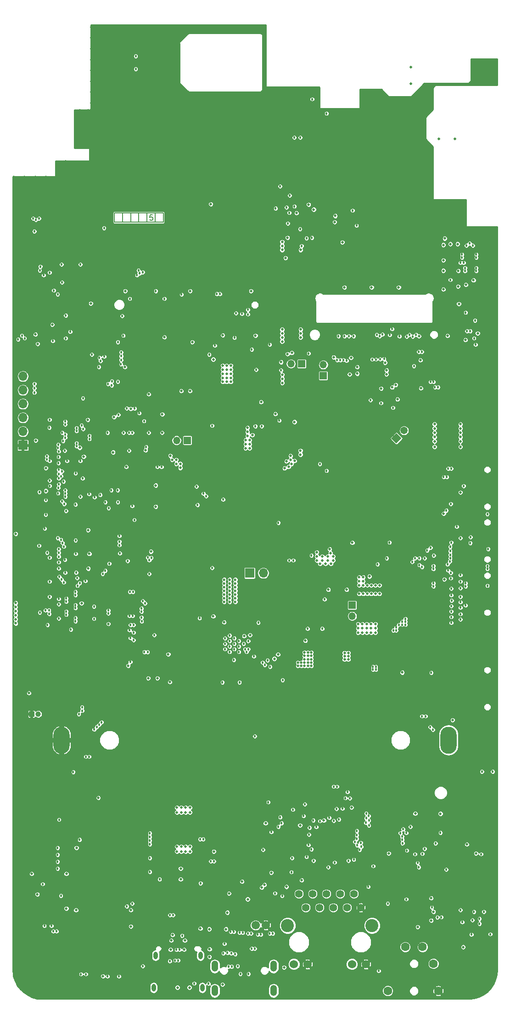
<source format=gbr>
G04 #@! TF.GenerationSoftware,KiCad,Pcbnew,5.0.0*
G04 #@! TF.CreationDate,2018-08-16T00:24:55-04:00*
G04 #@! TF.ProjectId,dvk-mx8m-bsb,64766B2D6D78386D2D6273622E6B6963,v0.1.0*
G04 #@! TF.SameCoordinates,Original*
G04 #@! TF.FileFunction,Copper,L5,Inr,Plane*
G04 #@! TF.FilePolarity,Positive*
%FSLAX46Y46*%
G04 Gerber Fmt 4.6, Leading zero omitted, Abs format (unit mm)*
G04 Created by KiCad (PCBNEW 5.0.0) date Thu Aug 16 00:24:55 2018*
%MOMM*%
%LPD*%
G01*
G04 APERTURE LIST*
G04 #@! TA.AperFunction,NonConductor*
%ADD10C,0.130000*%
G04 #@! TD*
G04 #@! TA.AperFunction,ViaPad*
%ADD11O,1.250000X2.000000*%
G04 #@! TD*
G04 #@! TA.AperFunction,ViaPad*
%ADD12O,0.800000X1.400000*%
G04 #@! TD*
G04 #@! TA.AperFunction,ViaPad*
%ADD13C,0.254000*%
G04 #@! TD*
G04 #@! TA.AperFunction,ViaPad*
%ADD14C,0.200000*%
G04 #@! TD*
G04 #@! TA.AperFunction,ViaPad*
%ADD15C,1.600000*%
G04 #@! TD*
G04 #@! TA.AperFunction,ViaPad*
%ADD16O,3.000000X5.000000*%
G04 #@! TD*
G04 #@! TA.AperFunction,ViaPad*
%ADD17R,1.350000X1.350000*%
G04 #@! TD*
G04 #@! TA.AperFunction,ViaPad*
%ADD18O,1.350000X1.350000*%
G04 #@! TD*
G04 #@! TA.AperFunction,ViaPad*
%ADD19C,0.300000*%
G04 #@! TD*
G04 #@! TA.AperFunction,ViaPad*
%ADD20C,6.000000*%
G04 #@! TD*
G04 #@! TA.AperFunction,ViaPad*
%ADD21C,1.350000*%
G04 #@! TD*
G04 #@! TA.AperFunction,Conductor*
%ADD22C,1.350000*%
G04 #@! TD*
G04 #@! TA.AperFunction,Conductor*
%ADD23C,0.100000*%
G04 #@! TD*
G04 #@! TA.AperFunction,ViaPad*
%ADD24C,5.000000*%
G04 #@! TD*
G04 #@! TA.AperFunction,ViaPad*
%ADD25O,1.700000X1.700000*%
G04 #@! TD*
G04 #@! TA.AperFunction,ViaPad*
%ADD26R,1.700000X1.700000*%
G04 #@! TD*
G04 #@! TA.AperFunction,ViaPad*
%ADD27C,1.550000*%
G04 #@! TD*
G04 #@! TA.AperFunction,ViaPad*
%ADD28C,1.400000*%
G04 #@! TD*
G04 #@! TA.AperFunction,ViaPad*
%ADD29C,2.400000*%
G04 #@! TD*
G04 #@! TA.AperFunction,ViaPad*
%ADD30C,1.530000*%
G04 #@! TD*
G04 #@! TA.AperFunction,ViaPad*
%ADD31C,6.500000*%
G04 #@! TD*
G04 #@! TA.AperFunction,ViaPad*
%ADD32C,3.500000*%
G04 #@! TD*
G04 #@! TA.AperFunction,ViaPad*
%ADD33R,1.000000X1.000000*%
G04 #@! TD*
G04 #@! TA.AperFunction,ViaPad*
%ADD34C,1.000000*%
G04 #@! TD*
G04 #@! TA.AperFunction,ViaPad*
%ADD35C,0.230000*%
G04 #@! TD*
G04 #@! TA.AperFunction,ViaPad*
%ADD36C,0.457200*%
G04 #@! TD*
G04 #@! TA.AperFunction,ViaPad*
%ADD37C,0.508000*%
G04 #@! TD*
G04 #@! TA.AperFunction,Conductor*
%ADD38C,0.134620*%
G04 #@! TD*
G04 #@! TA.AperFunction,Conductor*
%ADD39C,0.254000*%
G04 #@! TD*
G04 APERTURE END LIST*
D10*
X86101190Y-93804761D02*
X85648809Y-93804761D01*
X85603571Y-94257142D01*
X85648809Y-94211904D01*
X85739285Y-94166666D01*
X85965476Y-94166666D01*
X86055952Y-94211904D01*
X86101190Y-94257142D01*
X86146428Y-94347619D01*
X86146428Y-94573809D01*
X86101190Y-94664285D01*
X86055952Y-94709523D01*
X85965476Y-94754761D01*
X85739285Y-94754761D01*
X85648809Y-94709523D01*
X85603571Y-94664285D01*
D11*
G04 #@! TO.N,Net-(C1905-Pad1)*
G04 #@! TO.C,J1901*
X97575000Y-236625000D03*
X108425000Y-236625000D03*
X108425000Y-232125000D03*
X97575000Y-232125000D03*
G04 #@! TD*
D12*
G04 #@! TO.N,Net-(C216-Pad2)*
G04 #@! TO.C,J201*
X95290000Y-236100000D03*
X86670000Y-230150000D03*
X86310000Y-236100000D03*
X94930000Y-230150000D03*
G04 #@! TD*
D13*
G04 #@! TO.N,GND*
G04 #@! TO.C,U201*
X82400000Y-131840000D03*
X81800000Y-131440000D03*
G04 #@! TD*
D14*
G04 #@! TO.N,GND*
G04 #@! TO.C,U202*
X95750000Y-215585000D03*
X95750000Y-214685000D03*
G04 #@! TD*
D15*
G04 #@! TO.N,Net-(C1624-Pad1)*
G04 #@! TO.C,J1601*
X132700000Y-228575000D03*
G04 #@! TO.N,/HP_DET*
X135900000Y-228575000D03*
G04 #@! TO.N,Net-(C1621-Pad1)*
X137900000Y-231675000D03*
G04 #@! TO.N,GND*
X138800000Y-236675000D03*
G04 #@! TO.N,Net-(J1601-Pad1)*
X129500000Y-236675000D03*
G04 #@! TD*
D16*
G04 #@! TO.N,Net-(BT301-Pad1)*
G04 #@! TO.C,BT301*
X140700000Y-190500000D03*
G04 #@! TO.N,GND*
X69300000Y-190500000D03*
G04 #@! TD*
D17*
G04 #@! TO.N,1V8_P*
G04 #@! TO.C,JP404*
X92525000Y-135300000D03*
D18*
X90525000Y-135300000D03*
G04 #@! TD*
D19*
G04 #@! TO.N,GND*
G04 #@! TO.C,U407*
X124200000Y-177150000D03*
X124200000Y-176350000D03*
G04 #@! TD*
D20*
G04 #@! TO.N,GND*
G04 #@! TO.C,MOD101*
X68200000Y-123500000D03*
X68200000Y-175300000D03*
X141800000Y-121700000D03*
X141800000Y-175300000D03*
G04 #@! TD*
D19*
G04 #@! TO.N,GND*
G04 #@! TO.C,U405*
X126097000Y-158926000D03*
G04 #@! TD*
G04 #@! TO.N,GND*
G04 #@! TO.C,U402*
X121025000Y-153075000D03*
G04 #@! TD*
D21*
G04 #@! TO.N,5V_SOM*
G04 #@! TO.C,JP402*
X132489949Y-133510051D03*
D22*
X132489949Y-133510051D02*
X132489949Y-133510051D01*
D21*
X131075735Y-134924265D03*
D23*
G36*
X130121141Y-134924265D02*
X131075735Y-133969671D01*
X132030329Y-134924265D01*
X131075735Y-135878859D01*
X130121141Y-134924265D01*
X130121141Y-134924265D01*
G37*
G04 #@! TD*
D18*
G04 #@! TO.N,5V_P*
G04 #@! TO.C,JP403*
X122920000Y-167660000D03*
D17*
X122920000Y-165660000D03*
G04 #@! TD*
D19*
G04 #@! TO.N,GND*
G04 #@! TO.C,U404*
X107000000Y-123500000D03*
G04 #@! TD*
G04 #@! TO.N,GND*
G04 #@! TO.C,U2201*
X75300000Y-199700000D03*
X74100000Y-199700000D03*
X72900000Y-199700000D03*
X72900000Y-198500000D03*
X72900000Y-197300000D03*
X74100000Y-197300000D03*
X75300000Y-197300000D03*
X74100000Y-198500000D03*
X75300000Y-198500000D03*
G04 #@! TD*
G04 #@! TO.N,GND*
G04 #@! TO.C,U301*
X105650000Y-172100000D03*
X105650000Y-173000000D03*
X105650000Y-173900000D03*
X106550000Y-173900000D03*
X107450000Y-173900000D03*
X107450000Y-173000000D03*
X107450000Y-172100000D03*
X106550000Y-172100000D03*
X106550000Y-173000000D03*
G04 #@! TD*
D24*
G04 #@! TO.N,GND*
G04 #@! TO.C,MOD1501*
X80350000Y-62300000D03*
G04 #@! TD*
D25*
G04 #@! TO.N,VBAT_REG*
G04 #@! TO.C,JP301*
X106545500Y-159750000D03*
D26*
X104005500Y-159750000D03*
G04 #@! TD*
D27*
G04 #@! TO.N,Net-(MK1601-Pad2)*
G04 #@! TO.C,MK1601*
X105100000Y-224591000D03*
G04 #@! TO.N,GND*
X107000000Y-224591000D03*
G04 #@! TD*
D28*
G04 #@! TO.N,/Ethernet/ETH_TRX3_N*
G04 #@! TO.C,J1701*
X123245000Y-218810000D03*
G04 #@! TO.N,GND*
X124515000Y-221350000D03*
D29*
G04 #@! TO.N,Net-(FB1703-Pad1)*
X126590000Y-224650000D03*
X111005000Y-224650000D03*
D30*
G04 #@! TO.N,GND*
X125435000Y-231770000D03*
X114705000Y-231770000D03*
G04 #@! TO.N,Net-(J1701-Pad11)*
X112165000Y-231770000D03*
G04 #@! TO.N,Net-(J1701-Pad13)*
X122895000Y-231770000D03*
D28*
G04 #@! TO.N,/Ethernet/ETH_TRX3_P*
X121975000Y-221350000D03*
G04 #@! TO.N,/Ethernet/ETH_TRX2_N*
X119435000Y-221350000D03*
G04 #@! TO.N,/Ethernet/ETH_TRX1_N*
X120705000Y-218810000D03*
G04 #@! TO.N,/Ethernet/ETH_TRX2_P*
X118165000Y-218810000D03*
G04 #@! TO.N,/Ethernet/ETH_TRX1_P*
X116895000Y-221350000D03*
G04 #@! TO.N,/Ethernet/ETH_TRX0_N*
X115625000Y-218810000D03*
G04 #@! TO.N,/Ethernet/ETH_TRX0_P*
X114355000Y-221350000D03*
G04 #@! TO.N,Net-(C1719-Pad1)*
X113085000Y-218810000D03*
G04 #@! TD*
D31*
G04 #@! TO.N,GND*
G04 #@! TO.C,MOD1801*
X127000000Y-81840000D03*
G04 #@! TD*
D19*
G04 #@! TO.N,GND*
G04 #@! TO.C,U1701*
X120000000Y-208700000D03*
X120000000Y-209700000D03*
X119000000Y-209700000D03*
X118000000Y-209700000D03*
X118000000Y-210700000D03*
X119000000Y-210700000D03*
X120000000Y-210700000D03*
X121000000Y-210700000D03*
X121000000Y-209700000D03*
X121000000Y-208700000D03*
X121000000Y-207700000D03*
X120000000Y-207700000D03*
X119000000Y-207700000D03*
X118000000Y-207700000D03*
X118000000Y-208700000D03*
X119000000Y-208700000D03*
G04 #@! TD*
G04 #@! TO.N,GND*
G04 #@! TO.C,U401*
X109640000Y-136245000D03*
X109640000Y-134645000D03*
X108040000Y-134645000D03*
X108040000Y-136245000D03*
X108840000Y-135445000D03*
G04 #@! TD*
D32*
G04 #@! TO.N,GND*
G04 #@! TO.C,MNT103*
X144600000Y-233100000D03*
G04 #@! TD*
D33*
G04 #@! TO.N,GND*
G04 #@! TO.C,J2401*
X63775000Y-185700000D03*
D34*
G04 #@! TO.N,Net-(C2401-Pad1)*
X65025000Y-185700000D03*
G04 #@! TD*
D32*
G04 #@! TO.N,GND*
G04 #@! TO.C,MNT102*
X147000000Y-66750000D03*
G04 #@! TD*
G04 #@! TO.N,GND*
G04 #@! TO.C,MNT101*
X65400000Y-233100000D03*
G04 #@! TD*
D35*
G04 #@! TO.N,GND*
G04 #@! TO.C,U1601*
X134600000Y-209200000D03*
X134100000Y-208700000D03*
X135100000Y-208700000D03*
X135100000Y-209700000D03*
X134100000Y-209700000D03*
G04 #@! TD*
D26*
G04 #@! TO.N,GND*
G04 #@! TO.C,J701*
X62200000Y-136200000D03*
D25*
G04 #@! TO.N,Net-(J701-Pad2)*
X62200000Y-133660000D03*
G04 #@! TO.N,Net-(J701-Pad3)*
X62200000Y-131120000D03*
G04 #@! TO.N,/UART Debug/RX<-TX*
X62200000Y-128580000D03*
G04 #@! TO.N,/UART Debug/TX->RX*
X62200000Y-126040000D03*
G04 #@! TO.N,Net-(J701-Pad6)*
X62200000Y-123500000D03*
G04 #@! TD*
D18*
G04 #@! TO.N,3V3*
G04 #@! TO.C,JP401*
X111620000Y-121200000D03*
D17*
X113620000Y-121200000D03*
G04 #@! TD*
D18*
G04 #@! TO.N,3V3_P*
G04 #@! TO.C,JP1801*
X117600000Y-121400000D03*
D17*
X117600000Y-123400000D03*
G04 #@! TD*
D36*
G04 #@! TO.N,GND*
X101360000Y-168028500D03*
D37*
X106487500Y-190500000D03*
X79962500Y-128015000D03*
X86345000Y-132769500D03*
X89950000Y-224200000D03*
X93986000Y-224239277D03*
X91950000Y-224200000D03*
X103600000Y-167362500D03*
X104950000Y-167362500D03*
X102870000Y-168062500D03*
X107955000Y-177787500D03*
X110600000Y-170920000D03*
X110600000Y-170245000D03*
X111275000Y-170650000D03*
X109925000Y-170650000D03*
X81700000Y-231265000D03*
X81700000Y-228365000D03*
X81700000Y-226915000D03*
X81700000Y-229815000D03*
X91800000Y-197798000D03*
X96087500Y-202475000D03*
X93550000Y-227390000D03*
X88050000Y-227390000D03*
X93425000Y-229090000D03*
X87925000Y-229090000D03*
X90937500Y-220410000D03*
X113000000Y-205215000D03*
X97412500Y-180150000D03*
X75532500Y-132345000D03*
X91290000Y-217635000D03*
X91290000Y-219060000D03*
X91290000Y-212635000D03*
X100210000Y-217235000D03*
X100210000Y-213035000D03*
X95735000Y-205410000D03*
X96001000Y-203825000D03*
X103777500Y-176200000D03*
X104915000Y-177750000D03*
X100010000Y-157971500D03*
X101360000Y-157971500D03*
X114687000Y-168187000D03*
X114337000Y-158667000D03*
X112165000Y-211650000D03*
X127985000Y-207100000D03*
X71890000Y-131500000D03*
X75532500Y-130995000D03*
X113930000Y-75110000D03*
X129900000Y-226500000D03*
X135240000Y-223960000D03*
X134900000Y-219400000D03*
X130400000Y-219600000D03*
X132385000Y-213500000D03*
X137715000Y-213500000D03*
X137500000Y-209175000D03*
X137325000Y-206325000D03*
X143275000Y-209700000D03*
X146700000Y-214100000D03*
X136300000Y-76175000D03*
X130075000Y-72200000D03*
X133325000Y-72200000D03*
X141900000Y-79810800D03*
X138900000Y-79810800D03*
X133710800Y-69600000D03*
X133710800Y-66600000D03*
X81250000Y-144420000D03*
X74900000Y-153435000D03*
X76920000Y-202500000D03*
X79720000Y-199700000D03*
X89350000Y-204000000D03*
X85600000Y-213485000D03*
X73365000Y-164100000D03*
X107300000Y-228930000D03*
X83325000Y-237725000D03*
X78425000Y-237075000D03*
X74425000Y-236932200D03*
X82100000Y-223000000D03*
X71209261Y-236548320D03*
X69100000Y-199800000D03*
X63600000Y-219700000D03*
X63600000Y-203400000D03*
X121800000Y-202900000D03*
X136300000Y-79425000D03*
X131700000Y-73800000D03*
X134700000Y-77800000D03*
X128700000Y-71600000D03*
X127400000Y-71000000D03*
X128900000Y-72900000D03*
X127700000Y-72000000D03*
X126000000Y-71000000D03*
X124600000Y-71000000D03*
X126425000Y-72000000D03*
X125150000Y-72000000D03*
X139550000Y-69725000D03*
X138050000Y-69725000D03*
X136550000Y-69725000D03*
X141050000Y-69725000D03*
X142550000Y-69725000D03*
X144050000Y-69725000D03*
X146300000Y-68975000D03*
X145300000Y-69475000D03*
X130250000Y-73500000D03*
X133150000Y-73500000D03*
X135700000Y-70600000D03*
X134700000Y-71600000D03*
X137400000Y-70800000D03*
X136650000Y-73050000D03*
X134500000Y-72900000D03*
X136900000Y-74800000D03*
X137400000Y-73800000D03*
X137400000Y-72300000D03*
X136650000Y-71550000D03*
X135800000Y-72300000D03*
X135650000Y-74050000D03*
X135450000Y-75150000D03*
X137550000Y-82075000D03*
X136900000Y-80800000D03*
X137550000Y-83575000D03*
X137550000Y-85075000D03*
X137550000Y-86575000D03*
X137550000Y-88075000D03*
X137550000Y-89575000D03*
X137550000Y-91075000D03*
X139000000Y-91175000D03*
X140500000Y-91175000D03*
X142000000Y-91175000D03*
X143500000Y-91175000D03*
X143500000Y-92425000D03*
X143500000Y-93675000D03*
X143500000Y-94925000D03*
X143500000Y-96175000D03*
X144700000Y-96175000D03*
X145900000Y-96175000D03*
X147100000Y-96175000D03*
X148300000Y-96175000D03*
X149500000Y-96175000D03*
X136500000Y-87325000D03*
X136500000Y-90325000D03*
X136500000Y-88825000D03*
X136500000Y-85825000D03*
X136500000Y-91825000D03*
X136500000Y-82825000D03*
X136500000Y-84325000D03*
X138275000Y-92225000D03*
X139775000Y-92225000D03*
X141275000Y-92225000D03*
X142400000Y-93050000D03*
X142600000Y-91950000D03*
X142400000Y-94300000D03*
X142400000Y-95550000D03*
X136500000Y-81775000D03*
X135000000Y-76350000D03*
X135000000Y-79250000D03*
X135525000Y-80650000D03*
X124600000Y-73000000D03*
X132450000Y-74800000D03*
X130950000Y-74800000D03*
X133675000Y-77050000D03*
X133675000Y-78550000D03*
X118449164Y-202107627D03*
X145600000Y-219700000D03*
X142700000Y-220000000D03*
X138900000Y-227300000D03*
X140202007Y-219367985D03*
X125800000Y-72900000D03*
X124600000Y-74500000D03*
X123200000Y-74500000D03*
X121800000Y-74500000D03*
X120400000Y-74500000D03*
X119000000Y-74500000D03*
X119000000Y-76000000D03*
X117500000Y-76000000D03*
X116000000Y-76000000D03*
X114500000Y-76000000D03*
X112250000Y-75250000D03*
X113000000Y-74500000D03*
X111500000Y-74500000D03*
X110000000Y-74500000D03*
X108500000Y-74500000D03*
X106800000Y-73100000D03*
X106800000Y-71600000D03*
X106800000Y-70100000D03*
X106800000Y-68600000D03*
X106800000Y-67100000D03*
X106800000Y-64100000D03*
X106800000Y-65600000D03*
X106800000Y-62600000D03*
X106800000Y-61100000D03*
X106800000Y-59600000D03*
X113000000Y-76000000D03*
X110750000Y-75250000D03*
X109250000Y-75250000D03*
X107750000Y-75250000D03*
X118250000Y-77000000D03*
X115250000Y-77000000D03*
X113750000Y-77000000D03*
X116750000Y-77000000D03*
X119700000Y-75200000D03*
X121100000Y-75200000D03*
X122500000Y-75200000D03*
X123900000Y-75200000D03*
X125500000Y-73900000D03*
X107000000Y-74500000D03*
X101240000Y-227500000D03*
X107200000Y-227500000D03*
X101400000Y-228150000D03*
X107850000Y-227250000D03*
X99000000Y-227450000D03*
X95900000Y-224550000D03*
X128900000Y-212900000D03*
X125651680Y-212600000D03*
X65399999Y-96800000D03*
X60750000Y-100750000D03*
X75750000Y-99750000D03*
X60900000Y-89900000D03*
X74250000Y-90100000D03*
X75500000Y-90100000D03*
X62750000Y-105100000D03*
X63800000Y-109615000D03*
X83800000Y-112400000D03*
X86250000Y-112450000D03*
X91850000Y-112500000D03*
X94250000Y-112500000D03*
X95050000Y-112500000D03*
X81850000Y-107800000D03*
X90650000Y-107800000D03*
X100650000Y-112500000D03*
X80300000Y-124300000D03*
X77800000Y-124200000D03*
X79050000Y-118600000D03*
X69400000Y-115900000D03*
X115800000Y-215635000D03*
X118600000Y-216235000D03*
X121400000Y-216235000D03*
X77950000Y-171650000D03*
X71987500Y-223050000D03*
X98232500Y-229698000D03*
X102300000Y-236450000D03*
X103800000Y-236450000D03*
X105290000Y-236450000D03*
X99800000Y-236450000D03*
X101040000Y-236135000D03*
X99000000Y-112500000D03*
X76700000Y-117200000D03*
X103450000Y-107800000D03*
X99450000Y-107800000D03*
X97050000Y-107800000D03*
X93850000Y-107800000D03*
X102300000Y-117200000D03*
X102300000Y-117200000D03*
X74700000Y-116312500D03*
D36*
X100650000Y-115977080D03*
X91833404Y-115977080D03*
X95050000Y-115977080D03*
D37*
X69600000Y-110500000D03*
X69956585Y-113218343D03*
X119400000Y-122800000D03*
X119400000Y-122000000D03*
X126100000Y-122000000D03*
X113765000Y-82700000D03*
X113765000Y-83800000D03*
X113765000Y-84900000D03*
X113765000Y-86000000D03*
X70185000Y-85650000D03*
X68650000Y-84637000D03*
X71570000Y-84637000D03*
X75025000Y-80300000D03*
X75025000Y-85000000D03*
X70110000Y-83987000D03*
X126700000Y-119300000D03*
X110900000Y-88300000D03*
X87600000Y-65740000D03*
X134500000Y-118800000D03*
X110525000Y-210273000D03*
X113300000Y-210085000D03*
X113300000Y-207225000D03*
X112075000Y-206327000D03*
X76712500Y-175412500D03*
X74231647Y-174187500D03*
X74973761Y-193900000D03*
X143000000Y-154100000D03*
X141218516Y-115131484D03*
X143399998Y-226050000D03*
X60600000Y-144285000D03*
X60800000Y-160285000D03*
X85100000Y-155750000D03*
D36*
X98992800Y-222200000D03*
D37*
X142900000Y-163324620D03*
X137900000Y-163000000D03*
X141000000Y-170300000D03*
X139900000Y-153500000D03*
X143100000Y-159256514D03*
X138100000Y-146124620D03*
X60470000Y-86860000D03*
X62470000Y-86860000D03*
X64470000Y-86860000D03*
X66470000Y-86860000D03*
X68470000Y-86860000D03*
X69470000Y-87360000D03*
X63470000Y-87360000D03*
X61470000Y-87360000D03*
X65470000Y-87360000D03*
X67470000Y-87360000D03*
X72800000Y-84000000D03*
X73300000Y-81300000D03*
X71900000Y-81300000D03*
X76600000Y-85100000D03*
X71900000Y-79300000D03*
X71900000Y-77300000D03*
X71900000Y-75300000D03*
X72700000Y-74560000D03*
X72700000Y-76300000D03*
X72700000Y-78300000D03*
X72700000Y-80300000D03*
X74200000Y-74560000D03*
X74860000Y-73200000D03*
X74860000Y-71200000D03*
X74860000Y-69200000D03*
X74860000Y-67200000D03*
X74860000Y-65200000D03*
X74860000Y-63200000D03*
X74860000Y-61200000D03*
X74860000Y-59200000D03*
X75860000Y-72200000D03*
X75860000Y-60200000D03*
X75860000Y-74200000D03*
X75860000Y-70200000D03*
X75860000Y-68200000D03*
X75860000Y-62200000D03*
X75860000Y-64200000D03*
X75860000Y-66200000D03*
X73575000Y-75500000D03*
X76695000Y-82650000D03*
X73850000Y-79475000D03*
X75800000Y-79475000D03*
X75775000Y-85800000D03*
X73450000Y-85100000D03*
X74225000Y-85800000D03*
X75200000Y-75100000D03*
X69535000Y-84950000D03*
X70600000Y-86700000D03*
X72010000Y-85760000D03*
X80750000Y-136548320D03*
X105560000Y-134655000D03*
X105165000Y-131150000D03*
X112380000Y-135919000D03*
X112120000Y-134887500D03*
X121185000Y-119300000D03*
X123885000Y-119300000D03*
X106585000Y-139800000D03*
X107980000Y-122022500D03*
X101290000Y-130400000D03*
X102290000Y-130400000D03*
X103290000Y-130400000D03*
X108046000Y-125930000D03*
X105220000Y-125120000D03*
X137849998Y-129925000D03*
X137850000Y-130725000D03*
X143150000Y-130725000D03*
X142890000Y-137500000D03*
X138110000Y-137300000D03*
X142890000Y-138300000D03*
X142890000Y-139100000D03*
X142890000Y-139900000D03*
X142890000Y-140700000D03*
X142890000Y-141500000D03*
X67110000Y-160100000D03*
X67110000Y-158800000D03*
X64660000Y-132470000D03*
X86285000Y-221800000D03*
X82530000Y-219825000D03*
X103270034Y-222524966D03*
X102600000Y-215900000D03*
X107700000Y-220900000D03*
X76600000Y-80200000D03*
X137000000Y-160700000D03*
X75683940Y-138346060D03*
X71850000Y-137248000D03*
X72070000Y-212860000D03*
X143150000Y-131510000D03*
X121025000Y-152120000D03*
X121025000Y-154030000D03*
X124635000Y-149200000D03*
X117075000Y-155285000D03*
X127717000Y-161051000D03*
X127887500Y-155900000D03*
X123875000Y-159812500D03*
X146057359Y-112688369D03*
X132300000Y-116100000D03*
X145250000Y-103050000D03*
D36*
X145400000Y-110200000D03*
D37*
X145250000Y-104850000D03*
X141190000Y-142300000D03*
X141025000Y-103950000D03*
X141025000Y-102150000D03*
X141025000Y-100350000D03*
X142375000Y-108150000D03*
X137075000Y-118850000D03*
X137980000Y-105460000D03*
X137980000Y-97990000D03*
X137980000Y-103101514D03*
X137980000Y-100887500D03*
X148050000Y-106130000D03*
X148050000Y-105185000D03*
X77950000Y-167850000D03*
X77950000Y-169750000D03*
X68800000Y-166400000D03*
X69900000Y-156100000D03*
X70000000Y-153700000D03*
X70200000Y-158500000D03*
X70200000Y-165900000D03*
X70326859Y-141892852D03*
X72911802Y-146671222D03*
X72033447Y-145544510D03*
X145261177Y-100361866D03*
X114150500Y-134187000D03*
X100590000Y-129884500D03*
X103990000Y-129882500D03*
X100490000Y-128882500D03*
X104090000Y-128882500D03*
X100947200Y-134750000D03*
X100947200Y-135500000D03*
X101987500Y-137845000D03*
X84100000Y-170150000D03*
X70100000Y-163100000D03*
X87850000Y-168562500D03*
X75975000Y-162315000D03*
X126100000Y-122800000D03*
X100000000Y-168028500D03*
X97350000Y-170650000D03*
X86500000Y-167150000D03*
X143590000Y-160520000D03*
X134332500Y-163560000D03*
X133582500Y-163560000D03*
X135082500Y-163560000D03*
X134332500Y-166960000D03*
X133582500Y-166960000D03*
X135082500Y-166960000D03*
X121765000Y-177975000D03*
X119250000Y-177787500D03*
X121765000Y-179325000D03*
X111700000Y-107175000D03*
X110700000Y-107175000D03*
X112700000Y-107175000D03*
X112700000Y-107925000D03*
X110700000Y-107925000D03*
X111700000Y-107925000D03*
X126525000Y-127160000D03*
X129198000Y-123984000D03*
X98660000Y-157971500D03*
X128215000Y-125075000D03*
D36*
X117750000Y-118522920D03*
D37*
X129100000Y-116551680D03*
X118830000Y-98825000D03*
X122060000Y-93975000D03*
X131825000Y-172437500D03*
X131200000Y-172700000D03*
X131100000Y-173300000D03*
X130900000Y-171600000D03*
X144500000Y-118000000D03*
X149100000Y-224615000D03*
X68660000Y-130620000D03*
X122400000Y-123985002D03*
X129440000Y-119300000D03*
X143740000Y-181650000D03*
X141815000Y-184450000D03*
X147850000Y-152899998D03*
X147850000Y-143200000D03*
X93035000Y-237085000D03*
X87046243Y-224303757D03*
D36*
X66015000Y-112240000D03*
D37*
X67800000Y-106900000D03*
X148000000Y-227600000D03*
X70057660Y-143868456D03*
X131697988Y-173097988D03*
X130500000Y-120815000D03*
X139881010Y-116500000D03*
X77950000Y-165600000D03*
X99700000Y-128875000D03*
X98925000Y-129250000D03*
X70000000Y-138500000D03*
X62700000Y-107000000D03*
X103612500Y-74750000D03*
X103150000Y-76332500D03*
X69600000Y-107650000D03*
X98470000Y-75450000D03*
X129500000Y-208965000D03*
X141675500Y-211725000D03*
X129651000Y-205549000D03*
X138212500Y-203550000D03*
X142000000Y-228035000D03*
X143225000Y-224645002D03*
X147970000Y-210750000D03*
X139200000Y-201780000D03*
X88300000Y-106952920D03*
X131500000Y-104865000D03*
X126500000Y-104865000D03*
X121500000Y-104865000D03*
X115750000Y-95745000D03*
X93000000Y-128935000D03*
X97100000Y-208730000D03*
X60870000Y-172212500D03*
X60870000Y-175962500D03*
X60870000Y-173712500D03*
X60870000Y-172962500D03*
X60870000Y-174462500D03*
X60870000Y-175212500D03*
X87030000Y-179800000D03*
X85400000Y-124530000D03*
X90250000Y-160500000D03*
X91000000Y-161250000D03*
X87730000Y-164440000D03*
X73017012Y-193717010D03*
X70227011Y-196507011D03*
X81550000Y-175049998D03*
X85200000Y-177287500D03*
X107085000Y-129650000D03*
D36*
X72850000Y-135370000D03*
D37*
X65015000Y-106300000D03*
X68300000Y-103128320D03*
X62700000Y-103128320D03*
X69750000Y-233240000D03*
X109415000Y-177787500D03*
X85700000Y-155025000D03*
X70200007Y-168299993D03*
X138960000Y-148650000D03*
X137850000Y-139287500D03*
X137850000Y-138487500D03*
X138262500Y-140900000D03*
X138110000Y-143300000D03*
X109700000Y-209375000D03*
X109850000Y-215250000D03*
X102085000Y-169062500D03*
G04 #@! TO.N,Net-(BT301-Pad1)*
X115385000Y-176845000D03*
X115385000Y-176225000D03*
X115385000Y-175605000D03*
X115385000Y-174985000D03*
X115385000Y-174365000D03*
X114765000Y-174365000D03*
X114765000Y-174985000D03*
X114765000Y-175605000D03*
X114765000Y-176845000D03*
X114765000Y-176225000D03*
X114145000Y-176845000D03*
X113525000Y-176845000D03*
X112905000Y-176845000D03*
X114145000Y-176225000D03*
X113525000Y-176225000D03*
X112905000Y-176225000D03*
X114145000Y-175605000D03*
X114145000Y-174985000D03*
X114145000Y-174365000D03*
G04 #@! TO.N,5V_SOM*
X138110000Y-132300000D03*
X138110000Y-132300000D03*
X138110000Y-133100000D03*
X138110000Y-133900000D03*
X138110000Y-134700000D03*
X138110000Y-135500000D03*
X138110000Y-136500000D03*
X142890000Y-132300000D03*
X142890000Y-133100000D03*
X142890000Y-133900000D03*
X142890000Y-134700000D03*
X142890000Y-135500000D03*
X142890000Y-136500000D03*
X118775000Y-155335000D03*
X116400000Y-155900000D03*
X117400000Y-157400000D03*
X118400000Y-157400000D03*
X119400000Y-157400000D03*
X119000000Y-158050000D03*
X118000000Y-158050000D03*
X117000000Y-158050000D03*
X116400000Y-157400000D03*
X116400000Y-156650000D03*
X119400000Y-156650000D03*
X118400000Y-156650000D03*
X117400000Y-156650000D03*
X118900000Y-156050000D03*
G04 #@! TO.N,3V3_OUT*
X66410000Y-144610000D03*
X66410000Y-140390000D03*
X74160000Y-131500000D03*
X87860000Y-133900000D03*
X84827896Y-137124409D03*
X142890000Y-144900000D03*
X139900000Y-160900000D03*
X97290400Y-167700000D03*
X70210000Y-215120000D03*
X63810000Y-215120000D03*
X72070000Y-210330000D03*
X121900000Y-162800000D03*
X118537000Y-162800000D03*
X114300000Y-172200000D03*
X99300000Y-168800004D03*
D36*
G04 #@! TO.N,/ENET_2V5*
X123816967Y-209857570D03*
X114500000Y-212000000D03*
X126800000Y-213700000D03*
X143500000Y-143700000D03*
X108700000Y-218700000D03*
X115400010Y-210622920D03*
X109650000Y-204700000D03*
X113962955Y-204462955D03*
D37*
G04 #@! TO.N,1V8_P*
X100210000Y-218735000D03*
X91290000Y-214135000D03*
X91292000Y-216135000D03*
X99900000Y-222250000D03*
X96550000Y-225300000D03*
X102600000Y-216550000D03*
X103650000Y-219800000D03*
X106250000Y-217650000D03*
X146068990Y-115600000D03*
X131285006Y-127750000D03*
X142449000Y-106950000D03*
X139750000Y-99312500D03*
X139750000Y-102131514D03*
X139750000Y-104061514D03*
X128250000Y-125750000D03*
X115835000Y-92800000D03*
X139750000Y-107500000D03*
X90462500Y-138870000D03*
X90462500Y-139620000D03*
X89712500Y-138870000D03*
X89362500Y-138120000D03*
X91212500Y-139620000D03*
X91212500Y-140370000D03*
X129265000Y-122400000D03*
X129650000Y-211350000D03*
X70200000Y-221500000D03*
X96600000Y-230400000D03*
X97400000Y-211000000D03*
D36*
X87400000Y-216135000D03*
D37*
X113600000Y-216300000D03*
X86700000Y-143600000D03*
X86700000Y-147500000D03*
X81000000Y-121800000D03*
X67600000Y-114000000D03*
X130977996Y-125077996D03*
X129000000Y-121000000D03*
X109800000Y-120900000D03*
X123850000Y-121800000D03*
X97300000Y-120400000D03*
X91400000Y-126200000D03*
X93000000Y-126200000D03*
X135600000Y-125700000D03*
X142600000Y-110166514D03*
D36*
X94950000Y-216850000D03*
D37*
X99650000Y-225300000D03*
X106750000Y-217150000D03*
D36*
X137500000Y-178100000D03*
G04 #@! TO.N,VBUS*
X100326000Y-172250000D03*
X99470000Y-171750000D03*
X101182000Y-173750000D03*
X101182000Y-172750000D03*
X101182000Y-171750000D03*
X100326000Y-171250000D03*
X100326000Y-173250000D03*
X99470000Y-173750000D03*
D37*
X104075000Y-171155000D03*
X102980000Y-171337500D03*
X93000000Y-203824667D03*
X90600000Y-202916334D03*
X90600000Y-203824667D03*
X91400000Y-202916334D03*
X91400000Y-203824667D03*
X92200000Y-203824667D03*
X92200000Y-202916334D03*
X93000000Y-202916334D03*
D36*
X100326000Y-174250000D03*
X102038000Y-172250000D03*
X102038000Y-173250000D03*
X102038000Y-174250000D03*
X99470000Y-172750000D03*
D37*
X82093335Y-129480140D03*
D36*
G04 #@! TO.N,/USB-C/BYPASS*
X77807500Y-133900000D03*
D37*
G04 #@! TO.N,3V3*
X79007500Y-130995000D03*
X74200000Y-151815000D03*
X74435000Y-156200000D03*
X64910000Y-117537500D03*
X74252989Y-158912989D03*
X110020000Y-124725000D03*
X110020000Y-123975000D03*
X110020000Y-123225000D03*
X112280000Y-131912500D03*
X108760000Y-130450000D03*
X132150000Y-178050000D03*
G04 #@! TO.N,5V_P*
X76100000Y-201125000D03*
X126097000Y-160351000D03*
X124200000Y-160500000D03*
X124950000Y-160500000D03*
X124200000Y-161250000D03*
X124950000Y-161250000D03*
X124200000Y-162000000D03*
X124950000Y-162000000D03*
X124950000Y-162000000D03*
X124200000Y-162000000D03*
X126450000Y-162000000D03*
X125700000Y-162000000D03*
X127950000Y-162000000D03*
X127200000Y-162000000D03*
X124950000Y-163561610D03*
X124200000Y-163561610D03*
X127950000Y-163561610D03*
X127200000Y-163561610D03*
X126450000Y-163561610D03*
X125700000Y-163561610D03*
X124000000Y-169100000D03*
X125600000Y-169100000D03*
X126400000Y-169100000D03*
X124800000Y-169100000D03*
X127200000Y-169100000D03*
X125600000Y-169900000D03*
X124800000Y-169900000D03*
X127200000Y-169900000D03*
X126400000Y-169900000D03*
X124000000Y-169900000D03*
X124000000Y-170700000D03*
X124800000Y-170700000D03*
X125600000Y-170700000D03*
X126400000Y-170700000D03*
X77950000Y-169100000D03*
X89300000Y-179800000D03*
X87893000Y-130494500D03*
X85399992Y-126800000D03*
X73000000Y-165300000D03*
X127200000Y-170700000D03*
X106115000Y-128250000D03*
X72670496Y-136645496D03*
G04 #@! TO.N,Net-(C216-Pad2)*
X96612500Y-229000000D03*
D36*
G04 #@! TO.N,/Battery/RGEN*
X105600000Y-168875000D03*
D37*
G04 #@! TO.N,VBAT*
X109240000Y-174720000D03*
X108565000Y-175512500D03*
G04 #@! TO.N,VBAT_REG*
X99295333Y-165050000D03*
X99295333Y-164366666D03*
X99295333Y-163683333D03*
X99295333Y-163000000D03*
X99295333Y-162316667D03*
X99295333Y-161633333D03*
X99295333Y-160950000D03*
X100327667Y-165050000D03*
X100327667Y-164366666D03*
X100327667Y-163683333D03*
X100327667Y-163000000D03*
X100327667Y-162316667D03*
X100327667Y-161633333D03*
X100327667Y-160950000D03*
X101360000Y-165050000D03*
X101360000Y-164366666D03*
X101360000Y-163683333D03*
X101360000Y-162316667D03*
X101360000Y-163000000D03*
X101360000Y-161633333D03*
X101360000Y-160950000D03*
X104500000Y-134315000D03*
X111740000Y-139640000D03*
X112290000Y-139090000D03*
X111190000Y-140190000D03*
X113380000Y-137194000D03*
X113380000Y-137944000D03*
X111540000Y-138890000D03*
X110790000Y-139173000D03*
X111540000Y-138140004D03*
X110445000Y-140448000D03*
X122950000Y-154147500D03*
X104000000Y-136000000D03*
X104000000Y-135250000D03*
X121515000Y-174425000D03*
X122215000Y-174425000D03*
X122215000Y-175037500D03*
X121515000Y-175037500D03*
X121515000Y-175650000D03*
X122215000Y-175650000D03*
X103250000Y-135250000D03*
X103250000Y-136000000D03*
X103625000Y-133750000D03*
X103625000Y-133000000D03*
X103625000Y-134500000D03*
X104000000Y-136750000D03*
X103250000Y-136750000D03*
G04 #@! TO.N,3V3_P*
X108000000Y-214900000D03*
X106950000Y-205800000D03*
X114900000Y-91900000D03*
X135000000Y-224900000D03*
X137925000Y-222100000D03*
X144075000Y-209700000D03*
X81250000Y-140180000D03*
X78830000Y-137500000D03*
X137500000Y-219600000D03*
X122800000Y-202900000D03*
X143400000Y-228600000D03*
X88300000Y-116300000D03*
X105085000Y-116015000D03*
X81050000Y-107800000D03*
X93050000Y-107800000D03*
X104250000Y-107800000D03*
D36*
X103700000Y-111235382D03*
X80500000Y-112400000D03*
X79700000Y-117200000D03*
D37*
X74700000Y-110087500D03*
X110625000Y-101700000D03*
D36*
X81900000Y-109222920D03*
X88300000Y-109222920D03*
D37*
X64500000Y-115800000D03*
X93430000Y-117200000D03*
X119515000Y-119985000D03*
X122700000Y-120100002D03*
D36*
X108800000Y-92600000D03*
D37*
X112650000Y-93450000D03*
X73415000Y-138297000D03*
X63300000Y-181825000D03*
X110350000Y-232350000D03*
X64550000Y-135325000D03*
X60854000Y-152515000D03*
X111000000Y-119400000D03*
X110000000Y-117100000D03*
X100540000Y-121532500D03*
X100540000Y-122282500D03*
X100540000Y-123032500D03*
X99790000Y-122282500D03*
X99790000Y-123032500D03*
X99790000Y-121532500D03*
X99040000Y-122282500D03*
X99040000Y-121532500D03*
X99040000Y-123032500D03*
X99040000Y-123782500D03*
X99790000Y-123782500D03*
X100540000Y-123782500D03*
X94925000Y-225174998D03*
X137500000Y-223700000D03*
X99040000Y-124532500D03*
X99790000Y-124532500D03*
X100540000Y-124532500D03*
X99050000Y-115950000D03*
X110000000Y-114862500D03*
X110000000Y-115612500D03*
X110000000Y-116362500D03*
X113400000Y-114862500D03*
X113400000Y-116362500D03*
X113400000Y-115612500D03*
X110000000Y-98737500D03*
X113400000Y-100237500D03*
X110000000Y-100237500D03*
X110000000Y-99487500D03*
X111000000Y-97987500D03*
X111800000Y-119200000D03*
X119690000Y-95100000D03*
X119790000Y-93975000D03*
X135245246Y-116122622D03*
X135500000Y-120544000D03*
X64860000Y-218900000D03*
X129231000Y-123150000D03*
X122450000Y-123150000D03*
X123850000Y-123015000D03*
X130309000Y-125549000D03*
X134551680Y-204025000D03*
X96850000Y-91800000D03*
X139200000Y-204050000D03*
X145750000Y-211350000D03*
X131500000Y-107135000D03*
X126500000Y-107135000D03*
X121500000Y-107135000D03*
X60870000Y-165237500D03*
X60870000Y-168237500D03*
X60870000Y-165987500D03*
X60870000Y-167487500D03*
X60870000Y-168987500D03*
X60870000Y-166737500D03*
X113300000Y-206185000D03*
G04 #@! TO.N,2V8_P*
X140510000Y-116060000D03*
X143900000Y-106650000D03*
X145300000Y-105820000D03*
X143817009Y-116817009D03*
X142500000Y-104100000D03*
X92900000Y-236050000D03*
X121100000Y-98825000D03*
X90700000Y-236050000D03*
G04 #@! TO.N,3V3_SNVS*
X141435000Y-186800000D03*
X139800000Y-148800000D03*
G04 #@! TO.N,3V3_SD*
X76950000Y-233950000D03*
X82100006Y-221800000D03*
X82099992Y-224800000D03*
X85300000Y-179100000D03*
X89000000Y-174700000D03*
X71987500Y-221800000D03*
X87000000Y-179100000D03*
X81600000Y-176800000D03*
D36*
G04 #@! TO.N,/USB Hub + SDIO Bridge/RDRV33*
X84100000Y-168650000D03*
X82000000Y-171700000D03*
X82600000Y-170700000D03*
G04 #@! TO.N,/SD2_~RST*
X75300000Y-168150000D03*
X75300000Y-165900000D03*
X141100000Y-160700004D03*
X129838369Y-115900000D03*
X115500014Y-98000000D03*
X115400000Y-156500000D03*
X129300000Y-157000000D03*
X84070000Y-167900000D03*
X97100000Y-158797508D03*
G04 #@! TO.N,/USB Hub + SDIO Bridge/RDRV5*
X85200000Y-174300000D03*
X86400000Y-171150000D03*
G04 #@! TO.N,Net-(C1301-Pad1)*
X145700000Y-117675000D03*
X144700000Y-154200000D03*
G04 #@! TO.N,/BTN2*
X65184799Y-154700000D03*
X68785132Y-155315977D03*
G04 #@! TO.N,/SYS_~RST*
X73100000Y-184450000D03*
X76250000Y-187650000D03*
X69400000Y-146500000D03*
X68830000Y-143370000D03*
G04 #@! TO.N,/ONOFF*
X61300000Y-116700000D03*
X106800000Y-176650000D03*
X79700000Y-146700000D03*
X67152000Y-143682000D03*
X111299998Y-157400000D03*
G04 #@! TO.N,/WWAN mPCIe/UIM-PWR*
X64300000Y-96800000D03*
X83234620Y-104900000D03*
X67900000Y-107700000D03*
X65400000Y-103300000D03*
X69400000Y-106200000D03*
G04 #@! TO.N,/WWAN mPCIe/UIM-CLK*
X64050000Y-94450000D03*
X84300000Y-104350004D03*
X67099994Y-104400000D03*
G04 #@! TO.N,/WWAN mPCIe/UIM-RESET*
X64572526Y-94711263D03*
X65999996Y-104899996D03*
X83500000Y-104000000D03*
G04 #@! TO.N,/WWAN mPCIe/UIM-DATA*
X65150000Y-94450000D03*
X65300016Y-104000000D03*
X83736373Y-104553716D03*
X83736372Y-104553716D03*
G04 #@! TO.N,/WWAN mPCIe/SIM_DETECT_I*
X77150000Y-96200000D03*
X69300000Y-102900000D03*
G04 #@! TO.N,Net-(C1604-Pad1)*
X134500000Y-211500000D03*
X139200000Y-207550000D03*
G04 #@! TO.N,Net-(C1606-Pad1)*
X135220000Y-213900000D03*
X135877080Y-211422920D03*
G04 #@! TO.N,Net-(C1607-Pad2)*
X136300000Y-210500000D03*
X140250500Y-214325002D03*
G04 #@! TO.N,Net-(C1608-Pad1)*
X134980000Y-213100000D03*
X133010000Y-210820000D03*
G04 #@! TO.N,Net-(C1622-Pad1)*
X138300000Y-209500000D03*
X136470000Y-186100000D03*
G04 #@! TO.N,Net-(C1703-Pad1)*
X118500000Y-213900000D03*
X111700000Y-214799994D03*
X123219324Y-212495315D03*
G04 #@! TO.N,/Ethernet/LED_ACT*
X110000000Y-219200000D03*
X122250000Y-212700000D03*
G04 #@! TO.N,Net-(C1711-Pad1)*
X115800000Y-212699994D03*
X111832000Y-212200000D03*
X115750000Y-205280000D03*
X114850000Y-209800000D03*
X119700000Y-213025000D03*
G04 #@! TO.N,/Ethernet/LED_LINK1000*
X127800000Y-233000000D03*
X129477080Y-220600000D03*
D37*
G04 #@! TO.N,/Ethernet/ENET_1V1*
X117700000Y-205299988D03*
D36*
X118700000Y-204800000D03*
G04 #@! TO.N,Net-(C1719-Pad1)*
X125900000Y-217500000D03*
D37*
X110800000Y-217500000D03*
D36*
G04 #@! TO.N,Net-(C1905-Pad1)*
X99900000Y-229650000D03*
G04 #@! TO.N,Net-(C2004-Pad1)*
X146400000Y-223400000D03*
X142899998Y-221800000D03*
G04 #@! TO.N,Net-(C2005-Pad1)*
X147200000Y-222100000D03*
X148400000Y-226235000D03*
X145385000Y-222099998D03*
X146400000Y-224300000D03*
G04 #@! TO.N,Net-(C2203-Pad2)*
X85600000Y-214755000D03*
G04 #@! TO.N,/USB1_SS_SEL*
X141000000Y-154900000D03*
X122049043Y-200049043D03*
G04 #@! TO.N,/USB-C/CC2*
X82800000Y-129440000D03*
X84300000Y-232100000D03*
D37*
G04 #@! TO.N,/USB-C/CC1*
X89800000Y-226375000D03*
D36*
X83657210Y-130300000D03*
G04 #@! TO.N,Net-(D205-Pad1)*
X91550000Y-226505000D03*
G04 #@! TO.N,Net-(D206-Pad1)*
X89275000Y-231200000D03*
G04 #@! TO.N,Net-(D301-Pad1)*
X102137500Y-179850000D03*
G04 #@! TO.N,Net-(D302-Pad1)*
X110087500Y-179425000D03*
G04 #@! TO.N,Net-(D304-Pad1)*
X98987500Y-179850000D03*
G04 #@! TO.N,/Boot Config/BOOT_MODE1*
X137800000Y-188600000D03*
X75350000Y-188550000D03*
X72500000Y-185700000D03*
G04 #@! TO.N,/Boot Config/BOOT_MODE0*
X75800000Y-188100000D03*
X73112005Y-185087995D03*
X137300000Y-188100000D03*
G04 #@! TO.N,/~IRQ*
X112050000Y-157400000D03*
X117837000Y-164572000D03*
G04 #@! TO.N,/POR_B*
X67110000Y-139100000D03*
X72650000Y-208850000D03*
G04 #@! TO.N,Net-(D1302-Pad2)*
X145565824Y-113215824D03*
X96000000Y-145600000D03*
X94400000Y-147200000D03*
X66222920Y-151550000D03*
X70140000Y-148310000D03*
G04 #@! TO.N,Net-(D1502-Pad2)*
X148000000Y-155300000D03*
X74900000Y-119500000D03*
G04 #@! TO.N,/HP_DET*
X132900000Y-219800000D03*
X68800000Y-158900000D03*
G04 #@! TO.N,/ENET_~RST*
X68900000Y-160400000D03*
X73700000Y-161200000D03*
X85500000Y-157378000D03*
X106500000Y-210700000D03*
G04 #@! TO.N,Net-(D1701-Pad2)*
X109900000Y-205800000D03*
G04 #@! TO.N,Net-(D1801-Pad2)*
X113300000Y-96399996D03*
X131650000Y-116150008D03*
G04 #@! TO.N,/WLAN+BT M.2/~W_DISABLE1*
X111050957Y-95350957D03*
X111400000Y-90200000D03*
X122300000Y-116100000D03*
X113600000Y-99500002D03*
G04 #@! TO.N,Net-(D1803-Pad2)*
X109600000Y-88500000D03*
X116950000Y-139650000D03*
X147850000Y-148900000D03*
X118199998Y-140900000D03*
D37*
G04 #@! TO.N,/HDMI/DCDC_5V_CN*
X99000000Y-235500000D03*
D36*
X99149990Y-229750000D03*
G04 #@! TO.N,/HDMI_DDC_SDA*
X102300000Y-233550000D03*
X67110000Y-164100000D03*
X100600000Y-229750000D03*
G04 #@! TO.N,/HDMI_DDC_SCL*
X103800000Y-233550000D03*
X68810000Y-164500000D03*
X101350000Y-229900000D03*
G04 #@! TO.N,/HDMI/HDMI_CEC*
X101800000Y-232100000D03*
X66730000Y-169300000D03*
D37*
G04 #@! TO.N,Net-(F201-Pad2)*
X93000000Y-211003666D03*
X92200000Y-211003666D03*
X91400000Y-211003666D03*
X90600000Y-211003666D03*
X93000000Y-210095333D03*
X92200000Y-210095333D03*
X91400000Y-210095333D03*
X90600000Y-210095333D03*
X92050000Y-227390000D03*
X89550000Y-227390000D03*
X91925000Y-229090000D03*
X89425000Y-229090000D03*
D36*
G04 #@! TO.N,Net-(FB1604-Pad1)*
X83000000Y-66940000D03*
X148840000Y-196300000D03*
G04 #@! TO.N,Net-(FB1605-Pad1)*
X83000000Y-64540000D03*
X146850000Y-196300000D03*
G04 #@! TO.N,/JTAG/JTAG_TMS*
X68590000Y-214140000D03*
X65300000Y-167000000D03*
G04 #@! TO.N,/JTAG/JTAG_TCK*
X68590000Y-212870000D03*
X66350000Y-166600000D03*
G04 #@! TO.N,/JTAG/JTAG_TDO*
X68590000Y-211600000D03*
X67000000Y-166600000D03*
G04 #@! TO.N,/JTAG/JTAG_TDI*
X68590000Y-210330000D03*
X68810000Y-168100000D03*
G04 #@! TO.N,/uSD Card/CONN_SD2_DATA2*
X79899998Y-234000000D03*
X67450000Y-224700000D03*
G04 #@! TO.N,/uSD Card/CONN_SD2_CMD*
X77800000Y-234000000D03*
X82000000Y-176100000D03*
X84586382Y-174260198D03*
X66150000Y-224700000D03*
G04 #@! TO.N,/uSD Card/CONN_SD2_DATA0*
X68400000Y-225700000D03*
X73800000Y-233599994D03*
G04 #@! TO.N,/uSD Card/CONN_SD2_DATA1*
X67800030Y-225700000D03*
X72900000Y-233600000D03*
G04 #@! TO.N,Net-(J1201-Pad3)*
X93800000Y-235300000D03*
X96425957Y-235325957D03*
G04 #@! TO.N,/LCD_~RESET*
X141025000Y-105750000D03*
X142900000Y-153300000D03*
X144767389Y-153100000D03*
G04 #@! TO.N,/LCD_LEDK*
X127284000Y-177005700D03*
X126759000Y-177005700D03*
X126759000Y-177530700D03*
X127284000Y-177530700D03*
X144000000Y-99450000D03*
X145175000Y-99450002D03*
X144575000Y-99000000D03*
G04 #@! TO.N,Net-(J1301-Pad25)*
X143850000Y-111768886D03*
X128250000Y-128440000D03*
G04 #@! TO.N,/WWAN mPCIe/~WoWWAN_1V8*
X80700000Y-116000000D03*
X62000000Y-116000000D03*
X70900000Y-115300000D03*
G04 #@! TO.N,/WWAN mPCIe/~SIM_DETECT_O*
X68600000Y-108399998D03*
X86700000Y-107800004D03*
G04 #@! TO.N,/WWAN mPCIe/PCM_CLK*
X101200000Y-116400000D03*
X80276655Y-121271043D03*
G04 #@! TO.N,/WWAN mPCIe/PCM_IN*
X80300000Y-119100000D03*
X101500000Y-111900000D03*
G04 #@! TO.N,/WWAN mPCIe/PCM_OUT*
X80300000Y-119800000D03*
X102600000Y-112000000D03*
G04 #@! TO.N,/WWAN mPCIe/PCM_SYNC*
X103700000Y-112100000D03*
X80300010Y-120500000D03*
G04 #@! TO.N,/WLAN+BT M.2/M2_PCM_CLK*
X128800000Y-120299994D03*
X134700000Y-115850004D03*
G04 #@! TO.N,/WLAN+BT M.2/WIFI_CLK*
X136750000Y-155550000D03*
X141000000Y-156400000D03*
G04 #@! TO.N,/WLAN+BT M.2/M2_PCM_SYNC*
X128063942Y-120347445D03*
X134100000Y-116200000D03*
G04 #@! TO.N,/WLAN+BT M.2/WIFI_CMD*
X136300000Y-157000000D03*
X141000000Y-157000000D03*
G04 #@! TO.N,/WLAN+BT M.2/M2_PCM_IN*
X127300000Y-120399994D03*
X133500000Y-115849980D03*
G04 #@! TO.N,/WLAN+BT M.2/WIFI_DATA0*
X140500000Y-158150000D03*
X135800000Y-158600000D03*
G04 #@! TO.N,/WLAN+BT M.2/M2_PCM_OUT*
X126600000Y-120400000D03*
X132992360Y-116213138D03*
G04 #@! TO.N,/WLAN+BT M.2/WIFI_DATA1*
X135300000Y-157000000D03*
X140600000Y-159250000D03*
G04 #@! TO.N,/WLAN+BT M.2/WIFI_DATA2*
X134500000Y-157000000D03*
X141100000Y-159700000D03*
G04 #@! TO.N,/WLAN+BT M.2/WIFI_DATA3*
X134000000Y-157700000D03*
X142870000Y-160100000D03*
G04 #@! TO.N,/WLAN+BT M.2/BT_HOST_WAKE*
X129800000Y-154100000D03*
X141190000Y-154100000D03*
G04 #@! TO.N,/WLAN+BT M.2/WIFI_WAKE*
X135300000Y-158250000D03*
X140948779Y-157585952D03*
G04 #@! TO.N,/UART4_TXD*
X70334366Y-139100000D03*
X72800000Y-139100000D03*
G04 #@! TO.N,/UART4_RTS*
X73300000Y-133200000D03*
X69440000Y-133900000D03*
G04 #@! TO.N,/UART4_CTS*
X68674089Y-136700000D03*
X73000000Y-132550000D03*
G04 #@! TO.N,/WLAN+BT M.2/~W_DISABLE2*
X123200000Y-116100000D03*
X114500000Y-98100000D03*
G04 #@! TO.N,/WLAN+BT M.2/M2_I2C_SDA*
X121500000Y-116100000D03*
X107710000Y-117677080D03*
G04 #@! TO.N,/WLAN+BT M.2/M2_I2C_SCL*
X104400000Y-118570000D03*
X120400006Y-116100000D03*
G04 #@! TO.N,Net-(J2201-PadC2)*
X85600000Y-212215000D03*
G04 #@! TO.N,Net-(J2201-PadC3)*
X85600000Y-209675000D03*
G04 #@! TO.N,Net-(J2201-PadC7)*
X85600000Y-208999667D03*
G04 #@! TO.N,Net-(J2201-PadC4)*
X85600000Y-208324333D03*
G04 #@! TO.N,Net-(J2201-PadC8)*
X85600000Y-207649000D03*
G04 #@! TO.N,Net-(J2201-PadSW2)*
X71470000Y-196400000D03*
G04 #@! TO.N,Net-(L1701-Pad1)*
X112000000Y-203300000D03*
X115054236Y-206645764D03*
G04 #@! TO.N,Net-(L2301-Pad2)*
X118200000Y-75110000D03*
G04 #@! TO.N,Net-(MK1601-Pad2)*
X139375000Y-223100000D03*
G04 #@! TO.N,/Ethernet/ENET_TXC*
X125447115Y-205734408D03*
X141200000Y-168900000D03*
G04 #@! TO.N,/Ethernet/ENET_TD0*
X125999990Y-205300000D03*
X142900000Y-168290000D03*
G04 #@! TO.N,/Ethernet/ENET_TD1*
X141190000Y-167820000D03*
X125500000Y-204877080D03*
G04 #@! TO.N,/Ethernet/ENET_TD2*
X142890000Y-167300000D03*
X125953820Y-204454168D03*
G04 #@! TO.N,/Ethernet/ENET_TD3*
X125499976Y-204000000D03*
X141199996Y-166811212D03*
G04 #@! TO.N,/Ethernet/ENET_TX_CTL*
X126000014Y-206200000D03*
X142890000Y-166100000D03*
G04 #@! TO.N,/Ethernet/ENET_RD3*
X124300000Y-210699986D03*
X141200000Y-165800000D03*
G04 #@! TO.N,/Ethernet/ENET_RD2*
X124614566Y-210127131D03*
X142900000Y-165090000D03*
G04 #@! TO.N,/Ethernet/ENET_RD1*
X124500000Y-209400000D03*
X141260000Y-164810000D03*
X123400000Y-209224996D03*
G04 #@! TO.N,/Ethernet/ENET_RD0*
X123791467Y-208654205D03*
X142890000Y-164100000D03*
G04 #@! TO.N,/Ethernet/ENET_RX_CTL*
X141180000Y-163820000D03*
X123783000Y-207997000D03*
G04 #@! TO.N,/Ethernet/ENET_RXC*
X142890000Y-162500000D03*
X123783000Y-207217000D03*
G04 #@! TO.N,/Ethernet/ENET_MDIO*
X116977090Y-205400000D03*
X121119803Y-203112124D03*
X122502201Y-201216430D03*
X107441998Y-201930000D03*
X141200008Y-162600000D03*
G04 #@! TO.N,/Ethernet/ENET_MDC*
X116300000Y-206499992D03*
X121666000Y-201167994D03*
X142888270Y-161299073D03*
X120040000Y-203150000D03*
G04 #@! TO.N,/TCPC_~INT*
X137960000Y-156500000D03*
X85400000Y-133900000D03*
G04 #@! TO.N,/~WWAN_DISABLE*
X70099997Y-116499997D03*
X141000000Y-155700000D03*
X137400000Y-155071401D03*
G04 #@! TO.N,/~WIFI_DISABLE*
X114900000Y-119300000D03*
X134300000Y-121600000D03*
G04 #@! TO.N,/WWAN_RESET*
X72800000Y-102900000D03*
X141100000Y-147000000D03*
G04 #@! TO.N,/~WoWWAN*
X62500000Y-116500000D03*
X140300000Y-148199994D03*
X67700000Y-117000000D03*
G04 #@! TO.N,/CAPTOUCH_~INT*
X142200000Y-151200000D03*
X99350000Y-228000000D03*
G04 #@! TO.N,/JTAG/JTAG_~TRST*
X68849998Y-205150000D03*
X67050000Y-167260000D03*
G04 #@! TO.N,/DSI_BL_PWM*
X68810000Y-165490000D03*
X76700000Y-187199998D03*
G04 #@! TO.N,/CSI_PWDN*
X99100000Y-146200000D03*
X81850000Y-170260000D03*
X145400000Y-116500000D03*
G04 #@! TO.N,/IMU_INT*
X81500000Y-157500000D03*
X72670000Y-161560000D03*
X69720000Y-161460000D03*
X144900000Y-226300000D03*
G04 #@! TO.N,/PWR_EN*
X67110000Y-161300000D03*
X127599000Y-158101000D03*
X126300000Y-127900000D03*
X109800000Y-122400000D03*
X97100000Y-132600000D03*
X105199998Y-122300000D03*
G04 #@! TO.N,/ENET_WoL*
X85219452Y-156864638D03*
X120100000Y-199050000D03*
X120477000Y-205100000D03*
G04 #@! TO.N,/SAI5_RXD*
X69322910Y-160900000D03*
X72250000Y-162060000D03*
G04 #@! TO.N,/SAI1_RXD1(GPIO4_IO03)*
X70000000Y-159670000D03*
G04 #@! TO.N,/SAI5_TX_SYNC*
X77400000Y-159300000D03*
X72200000Y-160650000D03*
G04 #@! TO.N,/ENET_~INT*
X109308000Y-206450000D03*
X85882562Y-156935548D03*
X119500000Y-199050000D03*
X114950000Y-207900000D03*
G04 #@! TO.N,/PROX_~INT*
X64300000Y-126500000D03*
X66650000Y-156000000D03*
G04 #@! TO.N,/CHRG_~INT*
X76900000Y-159900000D03*
X104800000Y-175080000D03*
X85500000Y-159900000D03*
X72000000Y-159660000D03*
G04 #@! TO.N,/SAI1_RXD0(GPIO4_IO02)*
X68810000Y-157740000D03*
G04 #@! TO.N,/SAI5_TXD*
X78100000Y-158000000D03*
X69950000Y-157300000D03*
D37*
G04 #@! TO.N,/CLKO2*
X85805683Y-155781705D03*
D36*
X108000000Y-207430000D03*
G04 #@! TO.N,/LED*
X67110000Y-156900000D03*
X69200000Y-219150000D03*
G04 #@! TO.N,/SAI1_RXD4(GPIO4_IO06)*
X68816161Y-156735016D03*
G04 #@! TO.N,/Audio/SAI2_TXC*
X132900000Y-207600000D03*
X71950000Y-156200000D03*
X80056189Y-156100000D03*
G04 #@! TO.N,/SAI1_RXD3(GPIO4_IO05)*
X68800000Y-155999994D03*
G04 #@! TO.N,/CLKO1*
X130450000Y-129300014D03*
X109320000Y-150500000D03*
G04 #@! TO.N,/SAI1_RXD2(GPIO4_IO04)*
X69726377Y-154870380D03*
G04 #@! TO.N,/SAI2_TXFS*
X80000000Y-154600000D03*
X132300000Y-206900000D03*
X69500000Y-154200004D03*
G04 #@! TO.N,/SAI2_RXD*
X80000000Y-152900000D03*
X131800000Y-207625000D03*
X69199426Y-153599043D03*
G04 #@! TO.N,/Audio/SAI2_MCLK*
X71900000Y-153700000D03*
X133643800Y-206455612D03*
X80000000Y-153928599D03*
G04 #@! TO.N,/SAI1_RXD6(GPIO4_IO08)*
X77900000Y-124900000D03*
X68600000Y-153300000D03*
X76200000Y-121800000D03*
G04 #@! TO.N,/SAI2_TXD*
X78000000Y-147800000D03*
X132129151Y-208265392D03*
G04 #@! TO.N,/SAI1_RXD7(GPIO4_IO09)*
X71890000Y-147100000D03*
G04 #@! TO.N,/I2C2_SCL*
X96550000Y-119500000D03*
X87750012Y-140200000D03*
X78500000Y-144500000D03*
X70022920Y-145061291D03*
G04 #@! TO.N,/HAPTIC*
X66400000Y-149000000D03*
X66400000Y-146299998D03*
G04 #@! TO.N,/SAI1_RXD5(GPIO4_IO07)*
X78580159Y-125167207D03*
X76300000Y-120100000D03*
X69800000Y-147000000D03*
G04 #@! TO.N,/I2C2_SDA*
X79670000Y-144470000D03*
X97600000Y-117850000D03*
X87000000Y-140200000D03*
X69684000Y-142866000D03*
G04 #@! TO.N,/SAI1_TXD1(GPIO4_IO13)*
X68716764Y-144040948D03*
G04 #@! TO.N,/ECSPI1_SCLK*
X73200000Y-142300002D03*
G04 #@! TO.N,/SAI1_TXD3(GPIO4_IO15)*
X69214000Y-141900000D03*
G04 #@! TO.N,/SAI1_TXD4(GPIO4_IO16)*
X78600000Y-124400000D03*
X68810000Y-141477085D03*
X76500000Y-120700000D03*
G04 #@! TO.N,/ECSPI1_SS0*
X71900000Y-141377080D03*
G04 #@! TO.N,/SAI1_TXD7(GPIO4_IO19)*
X68810000Y-140700000D03*
G04 #@! TO.N,/UART3_TXD*
X113350000Y-79555610D03*
X69377080Y-141000000D03*
X74450000Y-135050000D03*
G04 #@! TO.N,/~BT_DISABLE*
X110799998Y-92400000D03*
X69922920Y-137200009D03*
G04 #@! TO.N,/SAI1_TXD5(GPIO4_IO17)*
X79700000Y-124500000D03*
X77174967Y-119884543D03*
X68750000Y-139499000D03*
G04 #@! TO.N,/UART1_RXD*
X68750000Y-138350000D03*
G04 #@! TO.N,/SAI1_TXD2(GPIO4_IO14)*
X66600000Y-138810002D03*
G04 #@! TO.N,/SAI1_TXD6(GPIO4_IO18)*
X66600000Y-138211000D03*
G04 #@! TO.N,/ECSPI1_MOSI*
X68792538Y-137344174D03*
G04 #@! TO.N,/UART3_RXD*
X112250000Y-79555610D03*
X68700000Y-136116000D03*
X74450000Y-134450000D03*
G04 #@! TO.N,/ECSPI1_MISO*
X69600000Y-135400000D03*
G04 #@! TO.N,/UART1_TXD*
X67060000Y-132950000D03*
G04 #@! TO.N,/USB-C/USB1_VBUS*
X73254050Y-127544050D03*
X94770000Y-168050000D03*
G04 #@! TO.N,/USB-C/USB1_ID*
X67110000Y-131500000D03*
G04 #@! TO.N,/EN_SNK*
X79800000Y-130600000D03*
X82600000Y-172100000D03*
G04 #@! TO.N,Net-(Q301-Pad3)*
X107782600Y-177000000D03*
G04 #@! TO.N,/USB-C/USB_LD_~FLT*
X84522910Y-131750683D03*
G04 #@! TO.N,Net-(R212-Pad1)*
X80750000Y-133900000D03*
G04 #@! TO.N,Net-(R301-Pad2)*
X102900000Y-172750000D03*
G04 #@! TO.N,Net-(R302-Pad2)*
X103144000Y-173750000D03*
G04 #@! TO.N,Net-(R305-Pad1)*
X103755050Y-172244950D03*
G04 #@! TO.N,Net-(R306-Pad2)*
X106400000Y-176200000D03*
G04 #@! TO.N,Net-(R307-Pad1)*
X107300000Y-175800000D03*
X104942500Y-189770000D03*
G04 #@! TO.N,Net-(R402-Pad1)*
X106235000Y-132695000D03*
X105066599Y-132695000D03*
G04 #@! TO.N,Net-(R403-Pad1)*
X109475000Y-131650000D03*
G04 #@! TO.N,Net-(R1721-Pad2)*
X114180000Y-202300000D03*
X119519000Y-205352000D03*
G04 #@! TO.N,Net-(R2301-Pad1)*
X115550000Y-72475000D03*
G04 #@! TO.N,Net-(SW1301-Pad4)*
X138625000Y-223125000D03*
X147857699Y-162059598D03*
X143840949Y-165685350D03*
X135800000Y-186100000D03*
G04 #@! TO.N,/EN_SRC*
X81350000Y-129400000D03*
X101100000Y-175720000D03*
G04 #@! TO.N,/USB-C/USB1_RX_P*
X94860440Y-208750000D03*
X70000000Y-134210440D03*
G04 #@! TO.N,/USB-C/USB1_RX_N*
X95439560Y-208750000D03*
X70000000Y-134789560D03*
G04 #@! TO.N,/HDMI/HDMI_AUX_P*
X71890000Y-168007900D03*
G04 #@! TO.N,/HDMI/HDMI_AUX_N*
X71890000Y-168592100D03*
G04 #@! TO.N,/USB-C/USBC_CN_D_P*
X90839560Y-231060000D03*
X90510440Y-229090000D03*
G04 #@! TO.N,/USB-C/USBC_CN_D_N*
X90260440Y-231060000D03*
X91089560Y-229090000D03*
G04 #@! TO.N,/MIPI/DSI_D2_P*
X140374965Y-142056752D03*
G04 #@! TO.N,/MIPI/DSI_D0_N*
X145804840Y-101657253D03*
X143175000Y-101657253D03*
X140625035Y-140505305D03*
G04 #@! TO.N,/MIPI/DSI_CK_P*
X143464560Y-102600000D03*
G04 #@! TO.N,/MIPI/DSI_D1_N*
X145804840Y-104137537D03*
X143714939Y-104137537D03*
X138185440Y-125500000D03*
G04 #@! TO.N,/MIPI/DSI_D3_P*
X137355440Y-124541000D03*
G04 #@! TO.N,/MIPI/DSI_D3_N*
X137934560Y-124541000D03*
G04 #@! TO.N,/MIPI/DSI_D1_P*
X145804840Y-103558417D03*
X143714939Y-103558417D03*
X138764560Y-125500000D03*
G04 #@! TO.N,/MIPI/DSI_CK_N*
X142885440Y-102600000D03*
G04 #@! TO.N,/MIPI/DSI_D0_P*
X143175000Y-101078133D03*
X145804840Y-101078133D03*
X141204155Y-140505305D03*
G04 #@! TO.N,/MIPI/DSI_D2_N*
X139795845Y-142056752D03*
G04 #@! TO.N,/MIPI/CSI_P1_D0_N*
X137920000Y-158410440D03*
X147845000Y-158410440D03*
G04 #@! TO.N,/MIPI/CSI_P1_D0_P*
X137920000Y-158989560D03*
X147845000Y-158989560D03*
G04 #@! TO.N,/MIPI/CSI_P1_D1_P*
X137920000Y-162189560D03*
X143850000Y-162189560D03*
G04 #@! TO.N,/MIPI/CSI_P1_D1_N*
X137920000Y-161610440D03*
X143850000Y-161610440D03*
G04 #@! TO.N,/USB Hub + SDIO Bridge/WWAN_D_N*
X97960440Y-108350000D03*
X84295250Y-164895250D03*
G04 #@! TO.N,/USB Hub + SDIO Bridge/WWAN_D_P*
X98539560Y-108350000D03*
X84704750Y-165304750D03*
G04 #@! TO.N,/WLAN_D_P*
X84070000Y-166839560D03*
X135789560Y-119000000D03*
G04 #@! TO.N,/WLAN_D_N*
X84070000Y-166260440D03*
X135210440Y-119000000D03*
G04 #@! TO.N,/HDMI/HDMI_TX1_P*
X106092100Y-226300000D03*
X70190000Y-167392100D03*
G04 #@! TO.N,/HDMI/HDMI_TX1_N*
X105507900Y-226300000D03*
X70190000Y-166807900D03*
G04 #@! TO.N,/HDMI/HDMI_TX0_P*
X102727100Y-225965000D03*
X71890000Y-166192100D03*
G04 #@! TO.N,/HDMI/HDMI_TX0_N*
X102142900Y-225965000D03*
X71890000Y-165607900D03*
G04 #@! TO.N,/HDMI/HDMI_TX2_P*
X108292100Y-226085000D03*
X70190000Y-164992100D03*
G04 #@! TO.N,/HDMI/HDMI_TX2_N*
X107707900Y-226085000D03*
X70190000Y-164407900D03*
G04 #@! TO.N,/HDMI/HDMI_CLK_P*
X101092100Y-225800000D03*
X71890000Y-163792100D03*
G04 #@! TO.N,/HDMI/HDMI_CLK_N*
X100507900Y-225800000D03*
X71890000Y-163207900D03*
G04 #@! TO.N,/USB Hub + SDIO Bridge/USB2_D_N*
X77950000Y-166610440D03*
X72080000Y-136389560D03*
G04 #@! TO.N,/USB Hub + SDIO Bridge/USB2_D_P*
X77950000Y-167189560D03*
X72080000Y-135810440D03*
G04 #@! TO.N,/USB-C/USB1_TX_N*
X72080000Y-133589560D03*
X97419990Y-212812215D03*
G04 #@! TO.N,/USB-C/USB1_TX_P*
X72080000Y-133010440D03*
X96840870Y-212812215D03*
G04 #@! TO.N,/USB-C/USB1_D_N*
X70000000Y-132389560D03*
X89889560Y-222700000D03*
G04 #@! TO.N,/USB-C/USB1_D_P*
X70000000Y-131810440D03*
X89310440Y-222700000D03*
G04 #@! TO.N,/Smart Card/SMARTCARD_D_N*
X82438476Y-167632508D03*
X74389560Y-193550000D03*
G04 #@! TO.N,/Smart Card/SMARTCARD_D_P*
X81859356Y-167632508D03*
X73810440Y-193550000D03*
G04 #@! TO.N,Net-(C447-Pad1)*
X123725000Y-95750000D03*
X123000000Y-92975000D03*
G04 #@! TO.N,/CAPTOUCH_~RST*
X65850000Y-217000000D03*
G04 #@! TO.N,/MUTE*
X146700000Y-211500000D03*
X77400000Y-146700000D03*
G04 #@! TO.N,/MIPI/I2C3_SDA_1V8*
X144700000Y-115200000D03*
X95500000Y-145100000D03*
X82740000Y-149950000D03*
X82360000Y-220600000D03*
G04 #@! TO.N,/MIPI/I2C3_SCL_1V8*
X144100000Y-115200000D03*
X94200000Y-143800000D03*
X82345831Y-147400000D03*
X81360000Y-221100000D03*
G04 #@! TO.N,/I2C3_SCL*
X132200000Y-209484213D03*
X75400000Y-145790000D03*
X65222920Y-144800000D03*
X64300000Y-125700000D03*
X145100000Y-223650000D03*
X70022920Y-145670000D03*
X72800000Y-145670000D03*
G04 #@! TO.N,/MIC_SEL*
X137600000Y-221300000D03*
X74400000Y-145200000D03*
G04 #@! TO.N,/I2C3_SDA*
X132176472Y-208847684D03*
X76460000Y-145350000D03*
X70007389Y-144476318D03*
X64300000Y-124900000D03*
X143225000Y-224015000D03*
G04 #@! TO.N,/I2C1_SCL*
X82342800Y-133900000D03*
X103750000Y-173750000D03*
X67110000Y-142700000D03*
X117387000Y-169987000D03*
X84927080Y-136522920D03*
G04 #@! TO.N,/I2C1_SDA*
X81758597Y-133900000D03*
X81777895Y-137200000D03*
X103447000Y-174250000D03*
X114687000Y-169987000D03*
X68810000Y-142322916D03*
G04 #@! TO.N,Net-(C1823-Pad1)*
X111300000Y-93400000D03*
X112273846Y-92209565D03*
G04 #@! TO.N,/SAI1_TXD0(GPIO4_IO12)*
X68679050Y-145045919D03*
G04 #@! TO.N,/HDMI/HDMI_HEAC_P*
X100692100Y-232217389D03*
X104974783Y-228904039D03*
G04 #@! TO.N,/HDMI/HDMI_HEAC_N*
X100107900Y-232217389D03*
X104390583Y-228904039D03*
X71040000Y-170150000D03*
G04 #@! TO.N,/HDMI/HDMI_AUX_AC_P*
X104292100Y-226100000D03*
G04 #@! TO.N,/HDMI/HDMI_AUX_AC_N*
X103707900Y-226100000D03*
G04 #@! TO.N,Net-(J1502-Pad20)*
X91450000Y-108450000D03*
X70100000Y-112300000D03*
G04 #@! TO.N,/WLAN+BT M.2/M2_UART_RXD*
X130300000Y-114800000D03*
X121874155Y-120635756D03*
G04 #@! TO.N,/WLAN+BT M.2/M2_UART_TXD*
X128500000Y-115800000D03*
X121310683Y-120481477D03*
G04 #@! TO.N,/WLAN+BT M.2/M2_UART_RTS*
X120726826Y-120501825D03*
X127987989Y-116096961D03*
G04 #@! TO.N,/WLAN+BT M.2/M2_UART_CTS*
X120142618Y-120499858D03*
X127446215Y-115878367D03*
G04 #@! TO.N,/USB Hub + SDIO Bridge/D0_P*
X82489560Y-163200000D03*
X82617402Y-169277842D03*
G04 #@! TO.N,/USB Hub + SDIO Bridge/D0_N*
X81910440Y-163200000D03*
X82038282Y-169277842D03*
D37*
G04 #@! TO.N,22V4_P*
X141025000Y-99150000D03*
X140000000Y-98125000D03*
X142368990Y-99150000D03*
D36*
X131050000Y-170300000D03*
X131050000Y-169750000D03*
X131550000Y-169250000D03*
X132150000Y-169250000D03*
X132750000Y-169250000D03*
X132150000Y-168700000D03*
X132750000Y-168700000D03*
X132750000Y-168150000D03*
X130500000Y-170300000D03*
G04 #@! TD*
D38*
G04 #@! TO.N,*
X88075000Y-93425000D02*
X88075000Y-95125000D01*
X82275000Y-95125000D02*
X80775000Y-95125000D01*
X83575000Y-95125000D02*
X82275000Y-95125000D01*
X82075000Y-93425000D02*
X82075000Y-95125000D01*
X86575000Y-93425000D02*
X86575000Y-95125000D01*
X82275000Y-93425000D02*
X83575000Y-93425000D01*
X83575000Y-93425000D02*
X88075000Y-93425000D01*
X88075000Y-95125000D02*
X83575000Y-95125000D01*
X80775000Y-95125000D02*
X79075000Y-95125000D01*
X79075000Y-95125000D02*
X79075000Y-93425000D01*
X85075000Y-93425000D02*
X85075000Y-95125000D01*
X80575000Y-93425000D02*
X80575000Y-95125000D01*
X83575000Y-93425000D02*
X83575000Y-95125000D01*
X80775000Y-93425000D02*
X82275000Y-93425000D01*
X79075000Y-93425000D02*
X80775000Y-93425000D01*
G04 #@! TD*
D39*
G04 #@! TO.N,GND*
G36*
X106973000Y-70111000D02*
X106982667Y-70159601D01*
X107010197Y-70200803D01*
X107051399Y-70228333D01*
X107100000Y-70238000D01*
X116808394Y-70238000D01*
X116923000Y-70352606D01*
X116923000Y-74100000D01*
X116932667Y-74148601D01*
X116960197Y-74189803D01*
X117001399Y-74217333D01*
X117050000Y-74227000D01*
X124200000Y-74227000D01*
X124248601Y-74217333D01*
X124289803Y-74189803D01*
X124317333Y-74148601D01*
X124327000Y-74100000D01*
X124327000Y-70677000D01*
X128297394Y-70677000D01*
X129610197Y-71989803D01*
X129651399Y-72017333D01*
X129700000Y-72027000D01*
X133700000Y-72027000D01*
X133748601Y-72017333D01*
X133789803Y-71989803D01*
X136202606Y-69577000D01*
X144350000Y-69577000D01*
X144398601Y-69567333D01*
X144439803Y-69539803D01*
X144839803Y-69139803D01*
X144867333Y-69098601D01*
X144877000Y-69050000D01*
X144877000Y-65077000D01*
X149663001Y-65077000D01*
X149663001Y-69873000D01*
X138350000Y-69873000D01*
X138301399Y-69882667D01*
X138260197Y-69910197D01*
X137860197Y-70310197D01*
X137832667Y-70351399D01*
X137823000Y-70400000D01*
X137823000Y-74397394D01*
X136510197Y-75710197D01*
X136482667Y-75751399D01*
X136473000Y-75800000D01*
X136473000Y-79800000D01*
X136482667Y-79848601D01*
X136510197Y-79889803D01*
X137823000Y-81202606D01*
X137823000Y-90850000D01*
X137832667Y-90898601D01*
X137860197Y-90939803D01*
X137901399Y-90967333D01*
X137950000Y-90977000D01*
X143873000Y-90977000D01*
X143873000Y-95850000D01*
X143882667Y-95898601D01*
X143910197Y-95939803D01*
X143951399Y-95967333D01*
X144000000Y-95977000D01*
X149663001Y-95977000D01*
X149663000Y-232785733D01*
X149585135Y-233703401D01*
X149357361Y-234580977D01*
X148984982Y-235407629D01*
X148478646Y-236159716D01*
X147852828Y-236815743D01*
X147125428Y-237356943D01*
X146317233Y-237767851D01*
X145451361Y-238036712D01*
X144542320Y-238157196D01*
X144296049Y-238163000D01*
X65714267Y-238163000D01*
X64796599Y-238085135D01*
X63919023Y-237857361D01*
X63092371Y-237484982D01*
X62340284Y-236978646D01*
X61684257Y-236352828D01*
X61215715Y-235723083D01*
X85529000Y-235723083D01*
X85529000Y-236476918D01*
X85574315Y-236704731D01*
X85746932Y-236963069D01*
X86005270Y-237135685D01*
X86310000Y-237196300D01*
X86614731Y-237135685D01*
X86873069Y-236963069D01*
X87045685Y-236704731D01*
X87091000Y-236476918D01*
X87091000Y-235947361D01*
X90184000Y-235947361D01*
X90184000Y-236152639D01*
X90262556Y-236342290D01*
X90407710Y-236487444D01*
X90597361Y-236566000D01*
X90802639Y-236566000D01*
X90992290Y-236487444D01*
X91137444Y-236342290D01*
X91216000Y-236152639D01*
X91216000Y-235947361D01*
X92384000Y-235947361D01*
X92384000Y-236152639D01*
X92462556Y-236342290D01*
X92607710Y-236487444D01*
X92797361Y-236566000D01*
X93002639Y-236566000D01*
X93192290Y-236487444D01*
X93337444Y-236342290D01*
X93416000Y-236152639D01*
X93416000Y-235947361D01*
X93337444Y-235757710D01*
X93192290Y-235612556D01*
X93002639Y-235534000D01*
X92797361Y-235534000D01*
X92607710Y-235612556D01*
X92462556Y-235757710D01*
X92384000Y-235947361D01*
X91216000Y-235947361D01*
X91137444Y-235757710D01*
X90992290Y-235612556D01*
X90802639Y-235534000D01*
X90597361Y-235534000D01*
X90407710Y-235612556D01*
X90262556Y-235757710D01*
X90184000Y-235947361D01*
X87091000Y-235947361D01*
X87091000Y-235723082D01*
X87045685Y-235495269D01*
X86873069Y-235236931D01*
X86821411Y-235202414D01*
X93309400Y-235202414D01*
X93309400Y-235397586D01*
X93384090Y-235577902D01*
X93522098Y-235715910D01*
X93702414Y-235790600D01*
X93897586Y-235790600D01*
X94060585Y-235723083D01*
X94509000Y-235723083D01*
X94509000Y-236476918D01*
X94554315Y-236704731D01*
X94726932Y-236963069D01*
X94985270Y-237135685D01*
X95290000Y-237196300D01*
X95594731Y-237135685D01*
X95853069Y-236963069D01*
X96025685Y-236704731D01*
X96071000Y-236476918D01*
X96071000Y-235723082D01*
X96056531Y-235650343D01*
X96148055Y-235741867D01*
X96328371Y-235816557D01*
X96523543Y-235816557D01*
X96703859Y-235741867D01*
X96706149Y-235739577D01*
X96627369Y-235857480D01*
X96569000Y-236150922D01*
X96569000Y-237099079D01*
X96627370Y-237392521D01*
X96849716Y-237725285D01*
X97182480Y-237947631D01*
X97575000Y-238025708D01*
X97967521Y-237947631D01*
X98300285Y-237725285D01*
X98522631Y-237392521D01*
X98581000Y-237099078D01*
X98581000Y-236150922D01*
X107419000Y-236150922D01*
X107419000Y-237099079D01*
X107477370Y-237392521D01*
X107699716Y-237725285D01*
X108032480Y-237947631D01*
X108425000Y-238025708D01*
X108817521Y-237947631D01*
X109150285Y-237725285D01*
X109372631Y-237392521D01*
X109431000Y-237099078D01*
X109431000Y-236463755D01*
X128438000Y-236463755D01*
X128438000Y-236886245D01*
X128599680Y-237276575D01*
X128898425Y-237575320D01*
X129288755Y-237737000D01*
X129711245Y-237737000D01*
X130101575Y-237575320D01*
X130400320Y-237276575D01*
X130562000Y-236886245D01*
X130562000Y-236495581D01*
X133398000Y-236495581D01*
X133398000Y-236854419D01*
X133535322Y-237185942D01*
X133789058Y-237439678D01*
X134120581Y-237577000D01*
X134479419Y-237577000D01*
X134727765Y-237474131D01*
X138180474Y-237474131D01*
X138275508Y-237612965D01*
X138674377Y-237742282D01*
X139092370Y-237709114D01*
X139324492Y-237612965D01*
X139419526Y-237474131D01*
X138800000Y-236854605D01*
X138180474Y-237474131D01*
X134727765Y-237474131D01*
X134810942Y-237439678D01*
X135064678Y-237185942D01*
X135202000Y-236854419D01*
X135202000Y-236549377D01*
X137732718Y-236549377D01*
X137765886Y-236967370D01*
X137862035Y-237199492D01*
X138000869Y-237294526D01*
X138620395Y-236675000D01*
X138979605Y-236675000D01*
X139599131Y-237294526D01*
X139737965Y-237199492D01*
X139867282Y-236800623D01*
X139834114Y-236382630D01*
X139737965Y-236150508D01*
X139599131Y-236055474D01*
X138979605Y-236675000D01*
X138620395Y-236675000D01*
X138000869Y-236055474D01*
X137862035Y-236150508D01*
X137732718Y-236549377D01*
X135202000Y-236549377D01*
X135202000Y-236495581D01*
X135064678Y-236164058D01*
X134810942Y-235910322D01*
X134727766Y-235875869D01*
X138180474Y-235875869D01*
X138800000Y-236495395D01*
X139419526Y-235875869D01*
X139324492Y-235737035D01*
X138925623Y-235607718D01*
X138507630Y-235640886D01*
X138275508Y-235737035D01*
X138180474Y-235875869D01*
X134727766Y-235875869D01*
X134479419Y-235773000D01*
X134120581Y-235773000D01*
X133789058Y-235910322D01*
X133535322Y-236164058D01*
X133398000Y-236495581D01*
X130562000Y-236495581D01*
X130562000Y-236463755D01*
X130400320Y-236073425D01*
X130101575Y-235774680D01*
X129711245Y-235613000D01*
X129288755Y-235613000D01*
X128898425Y-235774680D01*
X128599680Y-236073425D01*
X128438000Y-236463755D01*
X109431000Y-236463755D01*
X109431000Y-236150921D01*
X109372631Y-235857479D01*
X109150285Y-235524715D01*
X108817520Y-235302369D01*
X108425000Y-235224292D01*
X108032479Y-235302369D01*
X107699715Y-235524715D01*
X107477369Y-235857480D01*
X107419000Y-236150922D01*
X98581000Y-236150922D01*
X98581000Y-236150921D01*
X98522631Y-235857479D01*
X98300285Y-235524715D01*
X98109686Y-235397361D01*
X98484000Y-235397361D01*
X98484000Y-235602639D01*
X98562556Y-235792290D01*
X98707710Y-235937444D01*
X98897361Y-236016000D01*
X99102639Y-236016000D01*
X99292290Y-235937444D01*
X99437444Y-235792290D01*
X99516000Y-235602639D01*
X99516000Y-235397361D01*
X99437444Y-235207710D01*
X99292290Y-235062556D01*
X99102639Y-234984000D01*
X98897361Y-234984000D01*
X98707710Y-235062556D01*
X98562556Y-235207710D01*
X98484000Y-235397361D01*
X98109686Y-235397361D01*
X97967520Y-235302369D01*
X97575000Y-235224292D01*
X97182479Y-235302369D01*
X96884192Y-235501678D01*
X96916557Y-235423543D01*
X96916557Y-235228371D01*
X96841867Y-235048055D01*
X96703859Y-234910047D01*
X96523543Y-234835357D01*
X96328371Y-234835357D01*
X96148055Y-234910047D01*
X96010047Y-235048055D01*
X95935357Y-235228371D01*
X95935357Y-235360084D01*
X95853069Y-235236931D01*
X95594730Y-235064315D01*
X95290000Y-235003700D01*
X94985269Y-235064315D01*
X94726931Y-235236931D01*
X94554315Y-235495270D01*
X94509000Y-235723083D01*
X94060585Y-235723083D01*
X94077902Y-235715910D01*
X94215910Y-235577902D01*
X94290600Y-235397586D01*
X94290600Y-235202414D01*
X94215910Y-235022098D01*
X94077902Y-234884090D01*
X93897586Y-234809400D01*
X93702414Y-234809400D01*
X93522098Y-234884090D01*
X93384090Y-235022098D01*
X93309400Y-235202414D01*
X86821411Y-235202414D01*
X86614730Y-235064315D01*
X86310000Y-235003700D01*
X86005269Y-235064315D01*
X85746931Y-235236931D01*
X85574315Y-235495270D01*
X85529000Y-235723083D01*
X61215715Y-235723083D01*
X61143057Y-235625428D01*
X60732149Y-234817233D01*
X60463288Y-233951361D01*
X60403785Y-233502414D01*
X72409400Y-233502414D01*
X72409400Y-233697586D01*
X72484090Y-233877902D01*
X72622098Y-234015910D01*
X72802414Y-234090600D01*
X72997586Y-234090600D01*
X73177902Y-234015910D01*
X73315910Y-233877902D01*
X73350001Y-233795599D01*
X73384090Y-233877896D01*
X73522098Y-234015904D01*
X73702414Y-234090594D01*
X73897586Y-234090594D01*
X74077902Y-234015904D01*
X74215910Y-233877896D01*
X74228558Y-233847361D01*
X76434000Y-233847361D01*
X76434000Y-234052639D01*
X76512556Y-234242290D01*
X76657710Y-234387444D01*
X76847361Y-234466000D01*
X77052639Y-234466000D01*
X77242290Y-234387444D01*
X77374642Y-234255092D01*
X77384090Y-234277902D01*
X77522098Y-234415910D01*
X77702414Y-234490600D01*
X77897586Y-234490600D01*
X78077902Y-234415910D01*
X78215910Y-234277902D01*
X78290600Y-234097586D01*
X78290600Y-233902414D01*
X79409398Y-233902414D01*
X79409398Y-234097586D01*
X79484088Y-234277902D01*
X79622096Y-234415910D01*
X79802412Y-234490600D01*
X79997584Y-234490600D01*
X80177900Y-234415910D01*
X80315908Y-234277902D01*
X80390598Y-234097586D01*
X80390598Y-233902414D01*
X80315908Y-233722098D01*
X80177900Y-233584090D01*
X79997584Y-233509400D01*
X79802412Y-233509400D01*
X79622096Y-233584090D01*
X79484088Y-233722098D01*
X79409398Y-233902414D01*
X78290600Y-233902414D01*
X78215910Y-233722098D01*
X78077902Y-233584090D01*
X77897586Y-233509400D01*
X77702414Y-233509400D01*
X77522098Y-233584090D01*
X77405320Y-233700868D01*
X77387444Y-233657710D01*
X77242290Y-233512556D01*
X77052639Y-233434000D01*
X76847361Y-233434000D01*
X76657710Y-233512556D01*
X76512556Y-233657710D01*
X76434000Y-233847361D01*
X74228558Y-233847361D01*
X74290600Y-233697580D01*
X74290600Y-233502408D01*
X74215910Y-233322092D01*
X74077902Y-233184084D01*
X73897586Y-233109394D01*
X73702414Y-233109394D01*
X73522098Y-233184084D01*
X73384090Y-233322092D01*
X73349999Y-233404395D01*
X73315910Y-233322098D01*
X73177902Y-233184090D01*
X72997586Y-233109400D01*
X72802414Y-233109400D01*
X72622098Y-233184090D01*
X72484090Y-233322098D01*
X72409400Y-233502414D01*
X60403785Y-233502414D01*
X60342804Y-233042320D01*
X60337000Y-232796049D01*
X60337000Y-232002414D01*
X83809400Y-232002414D01*
X83809400Y-232197586D01*
X83884090Y-232377902D01*
X84022098Y-232515910D01*
X84202414Y-232590600D01*
X84397586Y-232590600D01*
X84577902Y-232515910D01*
X84715910Y-232377902D01*
X84790600Y-232197586D01*
X84790600Y-232002414D01*
X84715910Y-231822098D01*
X84577902Y-231684090D01*
X84397586Y-231609400D01*
X84202414Y-231609400D01*
X84022098Y-231684090D01*
X83884090Y-231822098D01*
X83809400Y-232002414D01*
X60337000Y-232002414D01*
X60337000Y-229773083D01*
X85889000Y-229773083D01*
X85889000Y-230526918D01*
X85934315Y-230754731D01*
X86106932Y-231013069D01*
X86365270Y-231185685D01*
X86670000Y-231246300D01*
X86974731Y-231185685D01*
X87099354Y-231102414D01*
X88784400Y-231102414D01*
X88784400Y-231297586D01*
X88859090Y-231477902D01*
X88997098Y-231615910D01*
X89177414Y-231690600D01*
X89372586Y-231690600D01*
X89468376Y-231650922D01*
X96569000Y-231650922D01*
X96569000Y-232599079D01*
X96627370Y-232892521D01*
X96849716Y-233225285D01*
X97182480Y-233447631D01*
X97575000Y-233525708D01*
X97967521Y-233447631D01*
X98300285Y-233225285D01*
X98398000Y-233079044D01*
X98398000Y-233094473D01*
X98527709Y-233407619D01*
X98767381Y-233647291D01*
X99080527Y-233777000D01*
X99419473Y-233777000D01*
X99732619Y-233647291D01*
X99927496Y-233452414D01*
X101809400Y-233452414D01*
X101809400Y-233647586D01*
X101884090Y-233827902D01*
X102022098Y-233965910D01*
X102202414Y-234040600D01*
X102397586Y-234040600D01*
X102577902Y-233965910D01*
X102715910Y-233827902D01*
X102790600Y-233647586D01*
X102790600Y-233452414D01*
X103309400Y-233452414D01*
X103309400Y-233647586D01*
X103384090Y-233827902D01*
X103522098Y-233965910D01*
X103702414Y-234040600D01*
X103897586Y-234040600D01*
X104077902Y-233965910D01*
X104215910Y-233827902D01*
X104290600Y-233647586D01*
X104290600Y-233452414D01*
X104215910Y-233272098D01*
X104077902Y-233134090D01*
X103897586Y-233059400D01*
X103702414Y-233059400D01*
X103522098Y-233134090D01*
X103384090Y-233272098D01*
X103309400Y-233452414D01*
X102790600Y-233452414D01*
X102715910Y-233272098D01*
X102577902Y-233134090D01*
X102397586Y-233059400D01*
X102202414Y-233059400D01*
X102022098Y-233134090D01*
X101884090Y-233272098D01*
X101809400Y-233452414D01*
X99927496Y-233452414D01*
X99972291Y-233407619D01*
X100102000Y-233094473D01*
X100102000Y-232755527D01*
X105898000Y-232755527D01*
X105898000Y-233094473D01*
X106027709Y-233407619D01*
X106267381Y-233647291D01*
X106580527Y-233777000D01*
X106919473Y-233777000D01*
X107232619Y-233647291D01*
X107472291Y-233407619D01*
X107602000Y-233094473D01*
X107602000Y-233079043D01*
X107699716Y-233225285D01*
X108032480Y-233447631D01*
X108425000Y-233525708D01*
X108817521Y-233447631D01*
X109150285Y-233225285D01*
X109372631Y-232892521D01*
X109431000Y-232599078D01*
X109431000Y-232247361D01*
X109834000Y-232247361D01*
X109834000Y-232452639D01*
X109912556Y-232642290D01*
X110057710Y-232787444D01*
X110247361Y-232866000D01*
X110452639Y-232866000D01*
X110642290Y-232787444D01*
X110787444Y-232642290D01*
X110866000Y-232452639D01*
X110866000Y-232247361D01*
X110787444Y-232057710D01*
X110642290Y-231912556D01*
X110452639Y-231834000D01*
X110247361Y-231834000D01*
X110057710Y-231912556D01*
X109912556Y-232057710D01*
X109834000Y-232247361D01*
X109431000Y-232247361D01*
X109431000Y-231650921D01*
X109409344Y-231542047D01*
X111019000Y-231542047D01*
X111019000Y-231997953D01*
X111193469Y-232419157D01*
X111515843Y-232741531D01*
X111937047Y-232916000D01*
X112392953Y-232916000D01*
X112814157Y-232741531D01*
X113012000Y-232543688D01*
X114110917Y-232543688D01*
X114201638Y-232678884D01*
X114587769Y-232802328D01*
X114991747Y-232768609D01*
X115208362Y-232678884D01*
X115299083Y-232543688D01*
X114705000Y-231949605D01*
X114110917Y-232543688D01*
X113012000Y-232543688D01*
X113136531Y-232419157D01*
X113311000Y-231997953D01*
X113311000Y-231652769D01*
X113672672Y-231652769D01*
X113706391Y-232056747D01*
X113796116Y-232273362D01*
X113931312Y-232364083D01*
X114525395Y-231770000D01*
X114884605Y-231770000D01*
X115478688Y-232364083D01*
X115613884Y-232273362D01*
X115737328Y-231887231D01*
X115708517Y-231542047D01*
X121749000Y-231542047D01*
X121749000Y-231997953D01*
X121923469Y-232419157D01*
X122245843Y-232741531D01*
X122667047Y-232916000D01*
X123122953Y-232916000D01*
X123155752Y-232902414D01*
X127309400Y-232902414D01*
X127309400Y-233097586D01*
X127384090Y-233277902D01*
X127522098Y-233415910D01*
X127702414Y-233490600D01*
X127897586Y-233490600D01*
X128077902Y-233415910D01*
X128215910Y-233277902D01*
X128290600Y-233097586D01*
X128290600Y-232902414D01*
X128215910Y-232722098D01*
X128077902Y-232584090D01*
X127897586Y-232509400D01*
X127702414Y-232509400D01*
X127522098Y-232584090D01*
X127384090Y-232722098D01*
X127309400Y-232902414D01*
X123155752Y-232902414D01*
X123544157Y-232741531D01*
X123742000Y-232543688D01*
X124840917Y-232543688D01*
X124931638Y-232678884D01*
X125317769Y-232802328D01*
X125721747Y-232768609D01*
X125938362Y-232678884D01*
X126029083Y-232543688D01*
X125435000Y-231949605D01*
X124840917Y-232543688D01*
X123742000Y-232543688D01*
X123866531Y-232419157D01*
X124041000Y-231997953D01*
X124041000Y-231652769D01*
X124402672Y-231652769D01*
X124436391Y-232056747D01*
X124526116Y-232273362D01*
X124661312Y-232364083D01*
X125255395Y-231770000D01*
X125614605Y-231770000D01*
X126208688Y-232364083D01*
X126343884Y-232273362D01*
X126467328Y-231887231D01*
X126434638Y-231495581D01*
X133398000Y-231495581D01*
X133398000Y-231854419D01*
X133535322Y-232185942D01*
X133789058Y-232439678D01*
X134120581Y-232577000D01*
X134479419Y-232577000D01*
X134810942Y-232439678D01*
X135064678Y-232185942D01*
X135202000Y-231854419D01*
X135202000Y-231495581D01*
X135188818Y-231463755D01*
X136838000Y-231463755D01*
X136838000Y-231886245D01*
X136999680Y-232276575D01*
X137298425Y-232575320D01*
X137688755Y-232737000D01*
X138111245Y-232737000D01*
X138501575Y-232575320D01*
X138800320Y-232276575D01*
X138962000Y-231886245D01*
X138962000Y-231463755D01*
X138800320Y-231073425D01*
X138501575Y-230774680D01*
X138111245Y-230613000D01*
X137688755Y-230613000D01*
X137298425Y-230774680D01*
X136999680Y-231073425D01*
X136838000Y-231463755D01*
X135188818Y-231463755D01*
X135064678Y-231164058D01*
X134810942Y-230910322D01*
X134479419Y-230773000D01*
X134120581Y-230773000D01*
X133789058Y-230910322D01*
X133535322Y-231164058D01*
X133398000Y-231495581D01*
X126434638Y-231495581D01*
X126433609Y-231483253D01*
X126343884Y-231266638D01*
X126208688Y-231175917D01*
X125614605Y-231770000D01*
X125255395Y-231770000D01*
X124661312Y-231175917D01*
X124526116Y-231266638D01*
X124402672Y-231652769D01*
X124041000Y-231652769D01*
X124041000Y-231542047D01*
X123866531Y-231120843D01*
X123742000Y-230996312D01*
X124840917Y-230996312D01*
X125435000Y-231590395D01*
X126029083Y-230996312D01*
X125938362Y-230861116D01*
X125552231Y-230737672D01*
X125148253Y-230771391D01*
X124931638Y-230861116D01*
X124840917Y-230996312D01*
X123742000Y-230996312D01*
X123544157Y-230798469D01*
X123122953Y-230624000D01*
X122667047Y-230624000D01*
X122245843Y-230798469D01*
X121923469Y-231120843D01*
X121749000Y-231542047D01*
X115708517Y-231542047D01*
X115703609Y-231483253D01*
X115613884Y-231266638D01*
X115478688Y-231175917D01*
X114884605Y-231770000D01*
X114525395Y-231770000D01*
X113931312Y-231175917D01*
X113796116Y-231266638D01*
X113672672Y-231652769D01*
X113311000Y-231652769D01*
X113311000Y-231542047D01*
X113136531Y-231120843D01*
X113012000Y-230996312D01*
X114110917Y-230996312D01*
X114705000Y-231590395D01*
X115299083Y-230996312D01*
X115208362Y-230861116D01*
X114822231Y-230737672D01*
X114418253Y-230771391D01*
X114201638Y-230861116D01*
X114110917Y-230996312D01*
X113012000Y-230996312D01*
X112814157Y-230798469D01*
X112392953Y-230624000D01*
X111937047Y-230624000D01*
X111515843Y-230798469D01*
X111193469Y-231120843D01*
X111019000Y-231542047D01*
X109409344Y-231542047D01*
X109372631Y-231357479D01*
X109150285Y-231024715D01*
X108817520Y-230802369D01*
X108425000Y-230724292D01*
X108032479Y-230802369D01*
X107699715Y-231024715D01*
X107477369Y-231357480D01*
X107419000Y-231650922D01*
X107419000Y-232389090D01*
X107232619Y-232202709D01*
X106919473Y-232073000D01*
X106580527Y-232073000D01*
X106267381Y-232202709D01*
X106027709Y-232442381D01*
X105898000Y-232755527D01*
X100102000Y-232755527D01*
X100082309Y-232707989D01*
X100205486Y-232707989D01*
X100385802Y-232633299D01*
X100400000Y-232619101D01*
X100414198Y-232633299D01*
X100594514Y-232707989D01*
X100789686Y-232707989D01*
X100970002Y-232633299D01*
X101108010Y-232495291D01*
X101182700Y-232314975D01*
X101182700Y-232119803D01*
X101134076Y-232002414D01*
X101309400Y-232002414D01*
X101309400Y-232197586D01*
X101384090Y-232377902D01*
X101522098Y-232515910D01*
X101702414Y-232590600D01*
X101897586Y-232590600D01*
X102077902Y-232515910D01*
X102215910Y-232377902D01*
X102290600Y-232197586D01*
X102290600Y-232002414D01*
X102215910Y-231822098D01*
X102077902Y-231684090D01*
X101897586Y-231609400D01*
X101702414Y-231609400D01*
X101522098Y-231684090D01*
X101384090Y-231822098D01*
X101309400Y-232002414D01*
X101134076Y-232002414D01*
X101108010Y-231939487D01*
X100970002Y-231801479D01*
X100789686Y-231726789D01*
X100594514Y-231726789D01*
X100414198Y-231801479D01*
X100400000Y-231815677D01*
X100385802Y-231801479D01*
X100205486Y-231726789D01*
X100010314Y-231726789D01*
X99829998Y-231801479D01*
X99691990Y-231939487D01*
X99617300Y-232119803D01*
X99617300Y-232154942D01*
X99419473Y-232073000D01*
X99080527Y-232073000D01*
X98767381Y-232202709D01*
X98581000Y-232389090D01*
X98581000Y-231650921D01*
X98522631Y-231357479D01*
X98300285Y-231024715D01*
X97967520Y-230802369D01*
X97575000Y-230724292D01*
X97182479Y-230802369D01*
X96849715Y-231024715D01*
X96627369Y-231357480D01*
X96569000Y-231650922D01*
X89468376Y-231650922D01*
X89552902Y-231615910D01*
X89690910Y-231477902D01*
X89765600Y-231297586D01*
X89765600Y-231102414D01*
X89707610Y-230962414D01*
X89769840Y-230962414D01*
X89769840Y-231157586D01*
X89844530Y-231337902D01*
X89982538Y-231475910D01*
X90162854Y-231550600D01*
X90358026Y-231550600D01*
X90538342Y-231475910D01*
X90550000Y-231464252D01*
X90561658Y-231475910D01*
X90741974Y-231550600D01*
X90937146Y-231550600D01*
X91117462Y-231475910D01*
X91255470Y-231337902D01*
X91330160Y-231157586D01*
X91330160Y-230962414D01*
X91255470Y-230782098D01*
X91117462Y-230644090D01*
X90937146Y-230569400D01*
X90741974Y-230569400D01*
X90561658Y-230644090D01*
X90550000Y-230655748D01*
X90538342Y-230644090D01*
X90358026Y-230569400D01*
X90162854Y-230569400D01*
X89982538Y-230644090D01*
X89844530Y-230782098D01*
X89769840Y-230962414D01*
X89707610Y-230962414D01*
X89690910Y-230922098D01*
X89552902Y-230784090D01*
X89372586Y-230709400D01*
X89177414Y-230709400D01*
X88997098Y-230784090D01*
X88859090Y-230922098D01*
X88784400Y-231102414D01*
X87099354Y-231102414D01*
X87233069Y-231013069D01*
X87405685Y-230754731D01*
X87451000Y-230526918D01*
X87451000Y-229773082D01*
X87405685Y-229545269D01*
X87376014Y-229500863D01*
X87552608Y-229427715D01*
X87727715Y-229252608D01*
X87822483Y-229023820D01*
X87822483Y-228987361D01*
X88909000Y-228987361D01*
X88909000Y-229192639D01*
X88987556Y-229382290D01*
X89132710Y-229527444D01*
X89322361Y-229606000D01*
X89527639Y-229606000D01*
X89717290Y-229527444D01*
X89862444Y-229382290D01*
X89941000Y-229192639D01*
X89941000Y-228992414D01*
X90019840Y-228992414D01*
X90019840Y-229187586D01*
X90094530Y-229367902D01*
X90232538Y-229505910D01*
X90412854Y-229580600D01*
X90608026Y-229580600D01*
X90788342Y-229505910D01*
X90800000Y-229494252D01*
X90811658Y-229505910D01*
X90991974Y-229580600D01*
X91187146Y-229580600D01*
X91367462Y-229505910D01*
X91489319Y-229384053D01*
X91632710Y-229527444D01*
X91822361Y-229606000D01*
X92027639Y-229606000D01*
X92217290Y-229527444D01*
X92362444Y-229382290D01*
X92441000Y-229192639D01*
X92441000Y-228987361D01*
X92404814Y-228900000D01*
X93615322Y-228900000D01*
X93663634Y-229142881D01*
X93801215Y-229348785D01*
X94007119Y-229486366D01*
X94188692Y-229522483D01*
X94209541Y-229522483D01*
X94194315Y-229545270D01*
X94149000Y-229773083D01*
X94149000Y-230526918D01*
X94194315Y-230754731D01*
X94366932Y-231013069D01*
X94625270Y-231185685D01*
X94930000Y-231246300D01*
X95234731Y-231185685D01*
X95493069Y-231013069D01*
X95665685Y-230754731D01*
X95711000Y-230526918D01*
X95711000Y-230297361D01*
X96084000Y-230297361D01*
X96084000Y-230502639D01*
X96162556Y-230692290D01*
X96307710Y-230837444D01*
X96497361Y-230916000D01*
X96702639Y-230916000D01*
X96892290Y-230837444D01*
X97037444Y-230692290D01*
X97116000Y-230502639D01*
X97116000Y-230297361D01*
X97037444Y-230107710D01*
X96892290Y-229962556D01*
X96702639Y-229884000D01*
X96497361Y-229884000D01*
X96307710Y-229962556D01*
X96162556Y-230107710D01*
X96084000Y-230297361D01*
X95711000Y-230297361D01*
X95711000Y-229773082D01*
X95686998Y-229652414D01*
X98659390Y-229652414D01*
X98659390Y-229847586D01*
X98734080Y-230027902D01*
X98872088Y-230165910D01*
X99052404Y-230240600D01*
X99247576Y-230240600D01*
X99427892Y-230165910D01*
X99565900Y-230027902D01*
X99571228Y-230015040D01*
X99622098Y-230065910D01*
X99802414Y-230140600D01*
X99997586Y-230140600D01*
X100177902Y-230065910D01*
X100200000Y-230043812D01*
X100322098Y-230165910D01*
X100502414Y-230240600D01*
X100697586Y-230240600D01*
X100877902Y-230165910D01*
X100914120Y-230129692D01*
X100934090Y-230177902D01*
X101072098Y-230315910D01*
X101252414Y-230390600D01*
X101447586Y-230390600D01*
X101627902Y-230315910D01*
X101765910Y-230177902D01*
X101840600Y-229997586D01*
X101840600Y-229802414D01*
X101765910Y-229622098D01*
X101627902Y-229484090D01*
X101447586Y-229409400D01*
X101252414Y-229409400D01*
X101072098Y-229484090D01*
X101035880Y-229520308D01*
X101015910Y-229472098D01*
X100877902Y-229334090D01*
X100697586Y-229259400D01*
X100502414Y-229259400D01*
X100322098Y-229334090D01*
X100300000Y-229356188D01*
X100177902Y-229234090D01*
X99997586Y-229159400D01*
X99802414Y-229159400D01*
X99622098Y-229234090D01*
X99484090Y-229372098D01*
X99478762Y-229384960D01*
X99427892Y-229334090D01*
X99247576Y-229259400D01*
X99052404Y-229259400D01*
X98872088Y-229334090D01*
X98734080Y-229472098D01*
X98659390Y-229652414D01*
X95686998Y-229652414D01*
X95665685Y-229545269D01*
X95493069Y-229286931D01*
X95234730Y-229114315D01*
X95145576Y-229096581D01*
X95184678Y-228900000D01*
X95184154Y-228897361D01*
X96096500Y-228897361D01*
X96096500Y-229102639D01*
X96175056Y-229292290D01*
X96320210Y-229437444D01*
X96509861Y-229516000D01*
X96715139Y-229516000D01*
X96904790Y-229437444D01*
X97049944Y-229292290D01*
X97128500Y-229102639D01*
X97128500Y-228897361D01*
X97090845Y-228806453D01*
X103899983Y-228806453D01*
X103899983Y-229001625D01*
X103974673Y-229181941D01*
X104112681Y-229319949D01*
X104292997Y-229394639D01*
X104488169Y-229394639D01*
X104668485Y-229319949D01*
X104682683Y-229305751D01*
X104696881Y-229319949D01*
X104877197Y-229394639D01*
X105072369Y-229394639D01*
X105252685Y-229319949D01*
X105390693Y-229181941D01*
X105465383Y-229001625D01*
X105465383Y-228806453D01*
X105390693Y-228626137D01*
X105252685Y-228488129D01*
X105072369Y-228413439D01*
X104877197Y-228413439D01*
X104696881Y-228488129D01*
X104682683Y-228502327D01*
X104668485Y-228488129D01*
X104488169Y-228413439D01*
X104292997Y-228413439D01*
X104112681Y-228488129D01*
X103974673Y-228626137D01*
X103899983Y-228806453D01*
X97090845Y-228806453D01*
X97049944Y-228707710D01*
X96904790Y-228562556D01*
X96715139Y-228484000D01*
X96509861Y-228484000D01*
X96320210Y-228562556D01*
X96175056Y-228707710D01*
X96096500Y-228897361D01*
X95184154Y-228897361D01*
X95136366Y-228657119D01*
X94998785Y-228451215D01*
X94792881Y-228313634D01*
X94611308Y-228277517D01*
X94188692Y-228277517D01*
X94007119Y-228313634D01*
X93801215Y-228451215D01*
X93663634Y-228657119D01*
X93615322Y-228900000D01*
X92404814Y-228900000D01*
X92362444Y-228797710D01*
X92217290Y-228652556D01*
X92027639Y-228574000D01*
X91822361Y-228574000D01*
X91632710Y-228652556D01*
X91489319Y-228795947D01*
X91367462Y-228674090D01*
X91187146Y-228599400D01*
X90991974Y-228599400D01*
X90811658Y-228674090D01*
X90800000Y-228685748D01*
X90788342Y-228674090D01*
X90608026Y-228599400D01*
X90412854Y-228599400D01*
X90232538Y-228674090D01*
X90094530Y-228812098D01*
X90019840Y-228992414D01*
X89941000Y-228992414D01*
X89941000Y-228987361D01*
X89862444Y-228797710D01*
X89717290Y-228652556D01*
X89527639Y-228574000D01*
X89322361Y-228574000D01*
X89132710Y-228652556D01*
X88987556Y-228797710D01*
X88909000Y-228987361D01*
X87822483Y-228987361D01*
X87822483Y-228776180D01*
X87727715Y-228547392D01*
X87552608Y-228372285D01*
X87323820Y-228277517D01*
X87076180Y-228277517D01*
X86847392Y-228372285D01*
X86672285Y-228547392D01*
X86577517Y-228776180D01*
X86577517Y-229023820D01*
X86595992Y-229068421D01*
X86365269Y-229114315D01*
X86106931Y-229286931D01*
X85934315Y-229545270D01*
X85889000Y-229773083D01*
X60337000Y-229773083D01*
X60337000Y-227287361D01*
X89034000Y-227287361D01*
X89034000Y-227492639D01*
X89112556Y-227682290D01*
X89257710Y-227827444D01*
X89447361Y-227906000D01*
X89652639Y-227906000D01*
X89842290Y-227827444D01*
X89987444Y-227682290D01*
X90066000Y-227492639D01*
X90066000Y-227287361D01*
X91534000Y-227287361D01*
X91534000Y-227492639D01*
X91612556Y-227682290D01*
X91757710Y-227827444D01*
X91947361Y-227906000D01*
X92152639Y-227906000D01*
X92161296Y-227902414D01*
X98859400Y-227902414D01*
X98859400Y-228097586D01*
X98934090Y-228277902D01*
X99072098Y-228415910D01*
X99252414Y-228490600D01*
X99447586Y-228490600D01*
X99627902Y-228415910D01*
X99765910Y-228277902D01*
X99840600Y-228097586D01*
X99840600Y-227902414D01*
X99765910Y-227722098D01*
X99627902Y-227584090D01*
X99447586Y-227509400D01*
X99252414Y-227509400D01*
X99072098Y-227584090D01*
X98934090Y-227722098D01*
X98859400Y-227902414D01*
X92161296Y-227902414D01*
X92342290Y-227827444D01*
X92487444Y-227682290D01*
X92566000Y-227492639D01*
X92566000Y-227305756D01*
X111103000Y-227305756D01*
X111103000Y-228094244D01*
X111404741Y-228822713D01*
X111962287Y-229380259D01*
X112690756Y-229682000D01*
X113479244Y-229682000D01*
X114207713Y-229380259D01*
X114765259Y-228822713D01*
X115067000Y-228094244D01*
X115067000Y-227305756D01*
X122533000Y-227305756D01*
X122533000Y-228094244D01*
X122834741Y-228822713D01*
X123392287Y-229380259D01*
X124120756Y-229682000D01*
X124909244Y-229682000D01*
X125637713Y-229380259D01*
X126195259Y-228822713D01*
X126385365Y-228363755D01*
X131638000Y-228363755D01*
X131638000Y-228786245D01*
X131799680Y-229176575D01*
X132098425Y-229475320D01*
X132488755Y-229637000D01*
X132911245Y-229637000D01*
X133301575Y-229475320D01*
X133600320Y-229176575D01*
X133762000Y-228786245D01*
X133762000Y-228363755D01*
X134838000Y-228363755D01*
X134838000Y-228786245D01*
X134999680Y-229176575D01*
X135298425Y-229475320D01*
X135688755Y-229637000D01*
X136111245Y-229637000D01*
X136501575Y-229475320D01*
X136800320Y-229176575D01*
X136962000Y-228786245D01*
X136962000Y-228497361D01*
X142884000Y-228497361D01*
X142884000Y-228702639D01*
X142962556Y-228892290D01*
X143107710Y-229037444D01*
X143297361Y-229116000D01*
X143502639Y-229116000D01*
X143692290Y-229037444D01*
X143837444Y-228892290D01*
X143916000Y-228702639D01*
X143916000Y-228497361D01*
X143837444Y-228307710D01*
X143692290Y-228162556D01*
X143502639Y-228084000D01*
X143297361Y-228084000D01*
X143107710Y-228162556D01*
X142962556Y-228307710D01*
X142884000Y-228497361D01*
X136962000Y-228497361D01*
X136962000Y-228363755D01*
X136800320Y-227973425D01*
X136501575Y-227674680D01*
X136111245Y-227513000D01*
X135688755Y-227513000D01*
X135298425Y-227674680D01*
X134999680Y-227973425D01*
X134838000Y-228363755D01*
X133762000Y-228363755D01*
X133600320Y-227973425D01*
X133301575Y-227674680D01*
X132911245Y-227513000D01*
X132488755Y-227513000D01*
X132098425Y-227674680D01*
X131799680Y-227973425D01*
X131638000Y-228363755D01*
X126385365Y-228363755D01*
X126497000Y-228094244D01*
X126497000Y-227305756D01*
X126195259Y-226577287D01*
X125637713Y-226019741D01*
X124909244Y-225718000D01*
X124120756Y-225718000D01*
X123392287Y-226019741D01*
X122834741Y-226577287D01*
X122533000Y-227305756D01*
X115067000Y-227305756D01*
X114765259Y-226577287D01*
X114207713Y-226019741D01*
X113479244Y-225718000D01*
X112690756Y-225718000D01*
X111962287Y-226019741D01*
X111404741Y-226577287D01*
X111103000Y-227305756D01*
X92566000Y-227305756D01*
X92566000Y-227287361D01*
X92487444Y-227097710D01*
X92342290Y-226952556D01*
X92152639Y-226874000D01*
X91947361Y-226874000D01*
X91757710Y-226952556D01*
X91612556Y-227097710D01*
X91534000Y-227287361D01*
X90066000Y-227287361D01*
X89987444Y-227097710D01*
X89842290Y-226952556D01*
X89652639Y-226874000D01*
X89447361Y-226874000D01*
X89257710Y-226952556D01*
X89112556Y-227097710D01*
X89034000Y-227287361D01*
X60337000Y-227287361D01*
X60337000Y-226272361D01*
X89284000Y-226272361D01*
X89284000Y-226477639D01*
X89362556Y-226667290D01*
X89507710Y-226812444D01*
X89697361Y-226891000D01*
X89902639Y-226891000D01*
X90092290Y-226812444D01*
X90237444Y-226667290D01*
X90316000Y-226477639D01*
X90316000Y-226407414D01*
X91059400Y-226407414D01*
X91059400Y-226602586D01*
X91134090Y-226782902D01*
X91272098Y-226920910D01*
X91452414Y-226995600D01*
X91647586Y-226995600D01*
X91827902Y-226920910D01*
X91965910Y-226782902D01*
X92040600Y-226602586D01*
X92040600Y-226407414D01*
X91965910Y-226227098D01*
X91827902Y-226089090D01*
X91647586Y-226014400D01*
X91452414Y-226014400D01*
X91272098Y-226089090D01*
X91134090Y-226227098D01*
X91059400Y-226407414D01*
X90316000Y-226407414D01*
X90316000Y-226272361D01*
X90237444Y-226082710D01*
X90092290Y-225937556D01*
X89902639Y-225859000D01*
X89697361Y-225859000D01*
X89507710Y-225937556D01*
X89362556Y-226082710D01*
X89284000Y-226272361D01*
X60337000Y-226272361D01*
X60337000Y-225602414D01*
X67309430Y-225602414D01*
X67309430Y-225797586D01*
X67384120Y-225977902D01*
X67522128Y-226115910D01*
X67702444Y-226190600D01*
X67897616Y-226190600D01*
X68077932Y-226115910D01*
X68100015Y-226093827D01*
X68122098Y-226115910D01*
X68302414Y-226190600D01*
X68497586Y-226190600D01*
X68677902Y-226115910D01*
X68815910Y-225977902D01*
X68890600Y-225797586D01*
X68890600Y-225602414D01*
X68815910Y-225422098D01*
X68677902Y-225284090D01*
X68497586Y-225209400D01*
X68302414Y-225209400D01*
X68122098Y-225284090D01*
X68100015Y-225306173D01*
X68077932Y-225284090D01*
X67897616Y-225209400D01*
X67702444Y-225209400D01*
X67522128Y-225284090D01*
X67384120Y-225422098D01*
X67309430Y-225602414D01*
X60337000Y-225602414D01*
X60337000Y-224602414D01*
X65659400Y-224602414D01*
X65659400Y-224797586D01*
X65734090Y-224977902D01*
X65872098Y-225115910D01*
X66052414Y-225190600D01*
X66247586Y-225190600D01*
X66427902Y-225115910D01*
X66565910Y-224977902D01*
X66640600Y-224797586D01*
X66640600Y-224602414D01*
X66959400Y-224602414D01*
X66959400Y-224797586D01*
X67034090Y-224977902D01*
X67172098Y-225115910D01*
X67352414Y-225190600D01*
X67547586Y-225190600D01*
X67727902Y-225115910D01*
X67865910Y-224977902D01*
X67940600Y-224797586D01*
X67940600Y-224697361D01*
X81583992Y-224697361D01*
X81583992Y-224902639D01*
X81662548Y-225092290D01*
X81807702Y-225237444D01*
X81997353Y-225316000D01*
X82202631Y-225316000D01*
X82392282Y-225237444D01*
X82537436Y-225092290D01*
X82545691Y-225072359D01*
X94409000Y-225072359D01*
X94409000Y-225277637D01*
X94487556Y-225467288D01*
X94632710Y-225612442D01*
X94822361Y-225690998D01*
X95027639Y-225690998D01*
X95217290Y-225612442D01*
X95362444Y-225467288D01*
X95441000Y-225277637D01*
X95441000Y-225197361D01*
X96034000Y-225197361D01*
X96034000Y-225402639D01*
X96112556Y-225592290D01*
X96257710Y-225737444D01*
X96447361Y-225816000D01*
X96652639Y-225816000D01*
X96842290Y-225737444D01*
X96987444Y-225592290D01*
X97066000Y-225402639D01*
X97066000Y-225197361D01*
X99134000Y-225197361D01*
X99134000Y-225402639D01*
X99212556Y-225592290D01*
X99357710Y-225737444D01*
X99547361Y-225816000D01*
X99752639Y-225816000D01*
X99942290Y-225737444D01*
X100045571Y-225634163D01*
X100017300Y-225702414D01*
X100017300Y-225897586D01*
X100091990Y-226077902D01*
X100229998Y-226215910D01*
X100410314Y-226290600D01*
X100605486Y-226290600D01*
X100785802Y-226215910D01*
X100800000Y-226201712D01*
X100814198Y-226215910D01*
X100994514Y-226290600D01*
X101189686Y-226290600D01*
X101370002Y-226215910D01*
X101508010Y-226077902D01*
X101582700Y-225897586D01*
X101582700Y-225867414D01*
X101652300Y-225867414D01*
X101652300Y-226062586D01*
X101726990Y-226242902D01*
X101864998Y-226380910D01*
X102045314Y-226455600D01*
X102240486Y-226455600D01*
X102420802Y-226380910D01*
X102435000Y-226366712D01*
X102449198Y-226380910D01*
X102629514Y-226455600D01*
X102824686Y-226455600D01*
X103005002Y-226380910D01*
X103143010Y-226242902D01*
X103217300Y-226063552D01*
X103217300Y-226197586D01*
X103291990Y-226377902D01*
X103429998Y-226515910D01*
X103610314Y-226590600D01*
X103805486Y-226590600D01*
X103985802Y-226515910D01*
X104000000Y-226501712D01*
X104014198Y-226515910D01*
X104194514Y-226590600D01*
X104389686Y-226590600D01*
X104570002Y-226515910D01*
X104708010Y-226377902D01*
X104780700Y-226202414D01*
X105017300Y-226202414D01*
X105017300Y-226397586D01*
X105091990Y-226577902D01*
X105229998Y-226715910D01*
X105410314Y-226790600D01*
X105605486Y-226790600D01*
X105785802Y-226715910D01*
X105800000Y-226701712D01*
X105814198Y-226715910D01*
X105994514Y-226790600D01*
X106189686Y-226790600D01*
X106370002Y-226715910D01*
X106508010Y-226577902D01*
X106582700Y-226397586D01*
X106582700Y-226202414D01*
X106508010Y-226022098D01*
X106473326Y-225987414D01*
X107217300Y-225987414D01*
X107217300Y-226182586D01*
X107291990Y-226362902D01*
X107429998Y-226500910D01*
X107610314Y-226575600D01*
X107805486Y-226575600D01*
X107985802Y-226500910D01*
X108000000Y-226486712D01*
X108014198Y-226500910D01*
X108194514Y-226575600D01*
X108389686Y-226575600D01*
X108570002Y-226500910D01*
X108708010Y-226362902D01*
X108782700Y-226182586D01*
X108782700Y-225987414D01*
X108708010Y-225807098D01*
X108570002Y-225669090D01*
X108389686Y-225594400D01*
X108194514Y-225594400D01*
X108014198Y-225669090D01*
X108000000Y-225683288D01*
X107985802Y-225669090D01*
X107805486Y-225594400D01*
X107610314Y-225594400D01*
X107429998Y-225669090D01*
X107291990Y-225807098D01*
X107217300Y-225987414D01*
X106473326Y-225987414D01*
X106370002Y-225884090D01*
X106189686Y-225809400D01*
X105994514Y-225809400D01*
X105814198Y-225884090D01*
X105800000Y-225898288D01*
X105785802Y-225884090D01*
X105605486Y-225809400D01*
X105410314Y-225809400D01*
X105229998Y-225884090D01*
X105091990Y-226022098D01*
X105017300Y-226202414D01*
X104780700Y-226202414D01*
X104782700Y-226197586D01*
X104782700Y-226002414D01*
X104708010Y-225822098D01*
X104570002Y-225684090D01*
X104389686Y-225609400D01*
X104194514Y-225609400D01*
X104014198Y-225684090D01*
X104000000Y-225698288D01*
X103985802Y-225684090D01*
X103805486Y-225609400D01*
X103610314Y-225609400D01*
X103429998Y-225684090D01*
X103291990Y-225822098D01*
X103217700Y-226001448D01*
X103217700Y-225867414D01*
X103143010Y-225687098D01*
X103005002Y-225549090D01*
X102824686Y-225474400D01*
X102629514Y-225474400D01*
X102449198Y-225549090D01*
X102435000Y-225563288D01*
X102420802Y-225549090D01*
X102240486Y-225474400D01*
X102045314Y-225474400D01*
X101864998Y-225549090D01*
X101726990Y-225687098D01*
X101652300Y-225867414D01*
X101582700Y-225867414D01*
X101582700Y-225702414D01*
X101508010Y-225522098D01*
X101370002Y-225384090D01*
X101189686Y-225309400D01*
X100994514Y-225309400D01*
X100814198Y-225384090D01*
X100800000Y-225398288D01*
X100785802Y-225384090D01*
X100605486Y-225309400D01*
X100410314Y-225309400D01*
X100229998Y-225384090D01*
X100133863Y-225480225D01*
X100166000Y-225402639D01*
X100166000Y-225197361D01*
X100087444Y-225007710D01*
X99942290Y-224862556D01*
X99752639Y-224784000D01*
X99547361Y-224784000D01*
X99357710Y-224862556D01*
X99212556Y-225007710D01*
X99134000Y-225197361D01*
X97066000Y-225197361D01*
X96987444Y-225007710D01*
X96842290Y-224862556D01*
X96652639Y-224784000D01*
X96447361Y-224784000D01*
X96257710Y-224862556D01*
X96112556Y-225007710D01*
X96034000Y-225197361D01*
X95441000Y-225197361D01*
X95441000Y-225072359D01*
X95362444Y-224882708D01*
X95217290Y-224737554D01*
X95027639Y-224658998D01*
X94822361Y-224658998D01*
X94632710Y-224737554D01*
X94487556Y-224882708D01*
X94409000Y-225072359D01*
X82545691Y-225072359D01*
X82615992Y-224902639D01*
X82615992Y-224697361D01*
X82537436Y-224507710D01*
X82414454Y-224384728D01*
X104063000Y-224384728D01*
X104063000Y-224797272D01*
X104220874Y-225178413D01*
X104512587Y-225470126D01*
X104893728Y-225628000D01*
X105306272Y-225628000D01*
X105687413Y-225470126D01*
X105785580Y-225371959D01*
X106398646Y-225371959D01*
X106490600Y-225508195D01*
X106880370Y-225633316D01*
X107288353Y-225599755D01*
X107509400Y-225508195D01*
X107601354Y-225371959D01*
X107000000Y-224770605D01*
X106398646Y-225371959D01*
X105785580Y-225371959D01*
X105979126Y-225178413D01*
X106047123Y-225014255D01*
X106082805Y-225100400D01*
X106219041Y-225192354D01*
X106820395Y-224591000D01*
X107179605Y-224591000D01*
X107780959Y-225192354D01*
X107917195Y-225100400D01*
X108042316Y-224710630D01*
X108011460Y-224335519D01*
X109424000Y-224335519D01*
X109424000Y-224964481D01*
X109664693Y-225545565D01*
X110109435Y-225990307D01*
X110690519Y-226231000D01*
X111319481Y-226231000D01*
X111900565Y-225990307D01*
X112345307Y-225545565D01*
X112586000Y-224964481D01*
X112586000Y-224335519D01*
X125009000Y-224335519D01*
X125009000Y-224964481D01*
X125249693Y-225545565D01*
X125694435Y-225990307D01*
X126275519Y-226231000D01*
X126904481Y-226231000D01*
X126973493Y-226202414D01*
X144409400Y-226202414D01*
X144409400Y-226397586D01*
X144484090Y-226577902D01*
X144622098Y-226715910D01*
X144802414Y-226790600D01*
X144997586Y-226790600D01*
X145177902Y-226715910D01*
X145315910Y-226577902D01*
X145390600Y-226397586D01*
X145390600Y-226202414D01*
X145363676Y-226137414D01*
X147909400Y-226137414D01*
X147909400Y-226332586D01*
X147984090Y-226512902D01*
X148122098Y-226650910D01*
X148302414Y-226725600D01*
X148497586Y-226725600D01*
X148677902Y-226650910D01*
X148815910Y-226512902D01*
X148890600Y-226332586D01*
X148890600Y-226137414D01*
X148815910Y-225957098D01*
X148677902Y-225819090D01*
X148497586Y-225744400D01*
X148302414Y-225744400D01*
X148122098Y-225819090D01*
X147984090Y-225957098D01*
X147909400Y-226137414D01*
X145363676Y-226137414D01*
X145315910Y-226022098D01*
X145177902Y-225884090D01*
X144997586Y-225809400D01*
X144802414Y-225809400D01*
X144622098Y-225884090D01*
X144484090Y-226022098D01*
X144409400Y-226202414D01*
X126973493Y-226202414D01*
X127485565Y-225990307D01*
X127930307Y-225545565D01*
X128171000Y-224964481D01*
X128171000Y-224797361D01*
X134484000Y-224797361D01*
X134484000Y-225002639D01*
X134562556Y-225192290D01*
X134707710Y-225337444D01*
X134897361Y-225416000D01*
X135102639Y-225416000D01*
X135292290Y-225337444D01*
X135437444Y-225192290D01*
X135516000Y-225002639D01*
X135516000Y-224797361D01*
X135437444Y-224607710D01*
X135292290Y-224462556D01*
X135102639Y-224384000D01*
X134897361Y-224384000D01*
X134707710Y-224462556D01*
X134562556Y-224607710D01*
X134484000Y-224797361D01*
X128171000Y-224797361D01*
X128171000Y-224335519D01*
X127930307Y-223754435D01*
X127773233Y-223597361D01*
X136984000Y-223597361D01*
X136984000Y-223802639D01*
X137062556Y-223992290D01*
X137207710Y-224137444D01*
X137397361Y-224216000D01*
X137602639Y-224216000D01*
X137792290Y-224137444D01*
X137937444Y-223992290D01*
X137968458Y-223917414D01*
X142734400Y-223917414D01*
X142734400Y-224112586D01*
X142809090Y-224292902D01*
X142947098Y-224430910D01*
X143127414Y-224505600D01*
X143322586Y-224505600D01*
X143502902Y-224430910D01*
X143640910Y-224292902D01*
X143715600Y-224112586D01*
X143715600Y-223917414D01*
X143640910Y-223737098D01*
X143502902Y-223599090D01*
X143390218Y-223552414D01*
X144609400Y-223552414D01*
X144609400Y-223747586D01*
X144684090Y-223927902D01*
X144822098Y-224065910D01*
X145002414Y-224140600D01*
X145197586Y-224140600D01*
X145377902Y-224065910D01*
X145515910Y-223927902D01*
X145590600Y-223747586D01*
X145590600Y-223552414D01*
X145515910Y-223372098D01*
X145446226Y-223302414D01*
X145909400Y-223302414D01*
X145909400Y-223497586D01*
X145984090Y-223677902D01*
X146122098Y-223815910D01*
X146204398Y-223850000D01*
X146122098Y-223884090D01*
X145984090Y-224022098D01*
X145909400Y-224202414D01*
X145909400Y-224397586D01*
X145984090Y-224577902D01*
X146122098Y-224715910D01*
X146302414Y-224790600D01*
X146497586Y-224790600D01*
X146677902Y-224715910D01*
X146815910Y-224577902D01*
X146890600Y-224397586D01*
X146890600Y-224202414D01*
X146815910Y-224022098D01*
X146677902Y-223884090D01*
X146595602Y-223850000D01*
X146677902Y-223815910D01*
X146815910Y-223677902D01*
X146890600Y-223497586D01*
X146890600Y-223302414D01*
X146815910Y-223122098D01*
X146677902Y-222984090D01*
X146497586Y-222909400D01*
X146302414Y-222909400D01*
X146122098Y-222984090D01*
X145984090Y-223122098D01*
X145909400Y-223302414D01*
X145446226Y-223302414D01*
X145377902Y-223234090D01*
X145197586Y-223159400D01*
X145002414Y-223159400D01*
X144822098Y-223234090D01*
X144684090Y-223372098D01*
X144609400Y-223552414D01*
X143390218Y-223552414D01*
X143322586Y-223524400D01*
X143127414Y-223524400D01*
X142947098Y-223599090D01*
X142809090Y-223737098D01*
X142734400Y-223917414D01*
X137968458Y-223917414D01*
X138016000Y-223802639D01*
X138016000Y-223597361D01*
X137937444Y-223407710D01*
X137792290Y-223262556D01*
X137602639Y-223184000D01*
X137397361Y-223184000D01*
X137207710Y-223262556D01*
X137062556Y-223407710D01*
X136984000Y-223597361D01*
X127773233Y-223597361D01*
X127485565Y-223309693D01*
X126904481Y-223069000D01*
X126275519Y-223069000D01*
X125694435Y-223309693D01*
X125249693Y-223754435D01*
X125009000Y-224335519D01*
X112586000Y-224335519D01*
X112345307Y-223754435D01*
X111900565Y-223309693D01*
X111319481Y-223069000D01*
X110690519Y-223069000D01*
X110109435Y-223309693D01*
X109664693Y-223754435D01*
X109424000Y-224335519D01*
X108011460Y-224335519D01*
X108008755Y-224302647D01*
X107917195Y-224081600D01*
X107780959Y-223989646D01*
X107179605Y-224591000D01*
X106820395Y-224591000D01*
X106219041Y-223989646D01*
X106082805Y-224081600D01*
X106051646Y-224178665D01*
X105979126Y-224003587D01*
X105785580Y-223810041D01*
X106398646Y-223810041D01*
X107000000Y-224411395D01*
X107601354Y-223810041D01*
X107509400Y-223673805D01*
X107119630Y-223548684D01*
X106711647Y-223582245D01*
X106490600Y-223673805D01*
X106398646Y-223810041D01*
X105785580Y-223810041D01*
X105687413Y-223711874D01*
X105306272Y-223554000D01*
X104893728Y-223554000D01*
X104512587Y-223711874D01*
X104220874Y-224003587D01*
X104063000Y-224384728D01*
X82414454Y-224384728D01*
X82392282Y-224362556D01*
X82202631Y-224284000D01*
X81997353Y-224284000D01*
X81807702Y-224362556D01*
X81662548Y-224507710D01*
X81583992Y-224697361D01*
X67940600Y-224697361D01*
X67940600Y-224602414D01*
X67865910Y-224422098D01*
X67727902Y-224284090D01*
X67547586Y-224209400D01*
X67352414Y-224209400D01*
X67172098Y-224284090D01*
X67034090Y-224422098D01*
X66959400Y-224602414D01*
X66640600Y-224602414D01*
X66565910Y-224422098D01*
X66427902Y-224284090D01*
X66247586Y-224209400D01*
X66052414Y-224209400D01*
X65872098Y-224284090D01*
X65734090Y-224422098D01*
X65659400Y-224602414D01*
X60337000Y-224602414D01*
X60337000Y-222602414D01*
X88819840Y-222602414D01*
X88819840Y-222797586D01*
X88894530Y-222977902D01*
X89032538Y-223115910D01*
X89212854Y-223190600D01*
X89408026Y-223190600D01*
X89588342Y-223115910D01*
X89600000Y-223104252D01*
X89611658Y-223115910D01*
X89791974Y-223190600D01*
X89987146Y-223190600D01*
X90167462Y-223115910D01*
X90255958Y-223027414D01*
X138134400Y-223027414D01*
X138134400Y-223222586D01*
X138209090Y-223402902D01*
X138347098Y-223540910D01*
X138527414Y-223615600D01*
X138722586Y-223615600D01*
X138902902Y-223540910D01*
X139012500Y-223431312D01*
X139097098Y-223515910D01*
X139277414Y-223590600D01*
X139472586Y-223590600D01*
X139652902Y-223515910D01*
X139790910Y-223377902D01*
X139865600Y-223197586D01*
X139865600Y-223002414D01*
X139790910Y-222822098D01*
X139652902Y-222684090D01*
X139472586Y-222609400D01*
X139277414Y-222609400D01*
X139097098Y-222684090D01*
X138987500Y-222793688D01*
X138902902Y-222709090D01*
X138722586Y-222634400D01*
X138527414Y-222634400D01*
X138347098Y-222709090D01*
X138209090Y-222847098D01*
X138134400Y-223027414D01*
X90255958Y-223027414D01*
X90305470Y-222977902D01*
X90380160Y-222797586D01*
X90380160Y-222602414D01*
X90305470Y-222422098D01*
X90167462Y-222284090D01*
X89987146Y-222209400D01*
X89791974Y-222209400D01*
X89611658Y-222284090D01*
X89600000Y-222295748D01*
X89588342Y-222284090D01*
X89408026Y-222209400D01*
X89212854Y-222209400D01*
X89032538Y-222284090D01*
X88894530Y-222422098D01*
X88819840Y-222602414D01*
X60337000Y-222602414D01*
X60337000Y-221397361D01*
X69684000Y-221397361D01*
X69684000Y-221602639D01*
X69762556Y-221792290D01*
X69907710Y-221937444D01*
X70097361Y-222016000D01*
X70302639Y-222016000D01*
X70492290Y-221937444D01*
X70637444Y-221792290D01*
X70676764Y-221697361D01*
X71471500Y-221697361D01*
X71471500Y-221902639D01*
X71550056Y-222092290D01*
X71695210Y-222237444D01*
X71884861Y-222316000D01*
X72090139Y-222316000D01*
X72279790Y-222237444D01*
X72424944Y-222092290D01*
X72503500Y-221902639D01*
X72503500Y-221697361D01*
X81584006Y-221697361D01*
X81584006Y-221902639D01*
X81662562Y-222092290D01*
X81807716Y-222237444D01*
X81997367Y-222316000D01*
X82202645Y-222316000D01*
X82392296Y-222237444D01*
X82482379Y-222147361D01*
X99384000Y-222147361D01*
X99384000Y-222352639D01*
X99462556Y-222542290D01*
X99607710Y-222687444D01*
X99797361Y-222766000D01*
X100002639Y-222766000D01*
X100192290Y-222687444D01*
X100337444Y-222542290D01*
X100416000Y-222352639D01*
X100416000Y-222147361D01*
X100337444Y-221957710D01*
X100192290Y-221812556D01*
X100002639Y-221734000D01*
X99797361Y-221734000D01*
X99607710Y-221812556D01*
X99462556Y-221957710D01*
X99384000Y-222147361D01*
X82482379Y-222147361D01*
X82537450Y-222092290D01*
X82616006Y-221902639D01*
X82616006Y-221697361D01*
X82537450Y-221507710D01*
X82392296Y-221362556D01*
X82202645Y-221284000D01*
X81997367Y-221284000D01*
X81807716Y-221362556D01*
X81662562Y-221507710D01*
X81584006Y-221697361D01*
X72503500Y-221697361D01*
X72424944Y-221507710D01*
X72279790Y-221362556D01*
X72090139Y-221284000D01*
X71884861Y-221284000D01*
X71695210Y-221362556D01*
X71550056Y-221507710D01*
X71471500Y-221697361D01*
X70676764Y-221697361D01*
X70716000Y-221602639D01*
X70716000Y-221397361D01*
X70637444Y-221207710D01*
X70492290Y-221062556D01*
X70347095Y-221002414D01*
X80869400Y-221002414D01*
X80869400Y-221197586D01*
X80944090Y-221377902D01*
X81082098Y-221515910D01*
X81262414Y-221590600D01*
X81457586Y-221590600D01*
X81637902Y-221515910D01*
X81775910Y-221377902D01*
X81850600Y-221197586D01*
X81850600Y-221158646D01*
X113393000Y-221158646D01*
X113393000Y-221541354D01*
X113539456Y-221894929D01*
X113810071Y-222165544D01*
X114163646Y-222312000D01*
X114546354Y-222312000D01*
X114899929Y-222165544D01*
X115170544Y-221894929D01*
X115317000Y-221541354D01*
X115317000Y-221158646D01*
X115933000Y-221158646D01*
X115933000Y-221541354D01*
X116079456Y-221894929D01*
X116350071Y-222165544D01*
X116703646Y-222312000D01*
X117086354Y-222312000D01*
X117439929Y-222165544D01*
X117710544Y-221894929D01*
X117857000Y-221541354D01*
X117857000Y-221158646D01*
X118473000Y-221158646D01*
X118473000Y-221541354D01*
X118619456Y-221894929D01*
X118890071Y-222165544D01*
X119243646Y-222312000D01*
X119626354Y-222312000D01*
X119979929Y-222165544D01*
X120250544Y-221894929D01*
X120397000Y-221541354D01*
X120397000Y-221158646D01*
X121013000Y-221158646D01*
X121013000Y-221541354D01*
X121159456Y-221894929D01*
X121430071Y-222165544D01*
X121783646Y-222312000D01*
X122166354Y-222312000D01*
X122519929Y-222165544D01*
X122609079Y-222076394D01*
X123968211Y-222076394D01*
X124050907Y-222204835D01*
X124413365Y-222317365D01*
X124791296Y-222282623D01*
X124979093Y-222204835D01*
X125061789Y-222076394D01*
X124515000Y-221529605D01*
X123968211Y-222076394D01*
X122609079Y-222076394D01*
X122790544Y-221894929D01*
X122937000Y-221541354D01*
X122937000Y-221248365D01*
X123547635Y-221248365D01*
X123582377Y-221626296D01*
X123660165Y-221814093D01*
X123788606Y-221896789D01*
X124335395Y-221350000D01*
X124694605Y-221350000D01*
X125241394Y-221896789D01*
X125369835Y-221814093D01*
X125482365Y-221451635D01*
X125459455Y-221202414D01*
X137109400Y-221202414D01*
X137109400Y-221397586D01*
X137184090Y-221577902D01*
X137322098Y-221715910D01*
X137502414Y-221790600D01*
X137504666Y-221790600D01*
X137487556Y-221807710D01*
X137409000Y-221997361D01*
X137409000Y-222202639D01*
X137487556Y-222392290D01*
X137632710Y-222537444D01*
X137822361Y-222616000D01*
X138027639Y-222616000D01*
X138217290Y-222537444D01*
X138362444Y-222392290D01*
X138441000Y-222202639D01*
X138441000Y-221997361D01*
X138362444Y-221807710D01*
X138257148Y-221702414D01*
X142409398Y-221702414D01*
X142409398Y-221897586D01*
X142484088Y-222077902D01*
X142622096Y-222215910D01*
X142802412Y-222290600D01*
X142997584Y-222290600D01*
X143177900Y-222215910D01*
X143315908Y-222077902D01*
X143347177Y-222002412D01*
X144894400Y-222002412D01*
X144894400Y-222197584D01*
X144969090Y-222377900D01*
X145107098Y-222515908D01*
X145287414Y-222590598D01*
X145482586Y-222590598D01*
X145662902Y-222515908D01*
X145800910Y-222377900D01*
X145875600Y-222197584D01*
X145875600Y-222002414D01*
X146709400Y-222002414D01*
X146709400Y-222197586D01*
X146784090Y-222377902D01*
X146922098Y-222515910D01*
X147102414Y-222590600D01*
X147297586Y-222590600D01*
X147477902Y-222515910D01*
X147615910Y-222377902D01*
X147690600Y-222197586D01*
X147690600Y-222002414D01*
X147615910Y-221822098D01*
X147477902Y-221684090D01*
X147297586Y-221609400D01*
X147102414Y-221609400D01*
X146922098Y-221684090D01*
X146784090Y-221822098D01*
X146709400Y-222002414D01*
X145875600Y-222002414D01*
X145875600Y-222002412D01*
X145800910Y-221822096D01*
X145662902Y-221684088D01*
X145482586Y-221609398D01*
X145287414Y-221609398D01*
X145107098Y-221684088D01*
X144969090Y-221822096D01*
X144894400Y-222002412D01*
X143347177Y-222002412D01*
X143390598Y-221897586D01*
X143390598Y-221702414D01*
X143315908Y-221522098D01*
X143177900Y-221384090D01*
X142997584Y-221309400D01*
X142802412Y-221309400D01*
X142622096Y-221384090D01*
X142484088Y-221522098D01*
X142409398Y-221702414D01*
X138257148Y-221702414D01*
X138217290Y-221662556D01*
X138027639Y-221584000D01*
X138009812Y-221584000D01*
X138015910Y-221577902D01*
X138090600Y-221397586D01*
X138090600Y-221202414D01*
X138015910Y-221022098D01*
X137877902Y-220884090D01*
X137697586Y-220809400D01*
X137502414Y-220809400D01*
X137322098Y-220884090D01*
X137184090Y-221022098D01*
X137109400Y-221202414D01*
X125459455Y-221202414D01*
X125447623Y-221073704D01*
X125369835Y-220885907D01*
X125241394Y-220803211D01*
X124694605Y-221350000D01*
X124335395Y-221350000D01*
X123788606Y-220803211D01*
X123660165Y-220885907D01*
X123547635Y-221248365D01*
X122937000Y-221248365D01*
X122937000Y-221158646D01*
X122790544Y-220805071D01*
X122609079Y-220623606D01*
X123968211Y-220623606D01*
X124515000Y-221170395D01*
X125061789Y-220623606D01*
X124983761Y-220502414D01*
X128986480Y-220502414D01*
X128986480Y-220697586D01*
X129061170Y-220877902D01*
X129199178Y-221015910D01*
X129379494Y-221090600D01*
X129574666Y-221090600D01*
X129754982Y-221015910D01*
X129892990Y-220877902D01*
X129967680Y-220697586D01*
X129967680Y-220502414D01*
X129892990Y-220322098D01*
X129754982Y-220184090D01*
X129574666Y-220109400D01*
X129379494Y-220109400D01*
X129199178Y-220184090D01*
X129061170Y-220322098D01*
X128986480Y-220502414D01*
X124983761Y-220502414D01*
X124979093Y-220495165D01*
X124616635Y-220382635D01*
X124238704Y-220417377D01*
X124050907Y-220495165D01*
X123968211Y-220623606D01*
X122609079Y-220623606D01*
X122519929Y-220534456D01*
X122166354Y-220388000D01*
X121783646Y-220388000D01*
X121430071Y-220534456D01*
X121159456Y-220805071D01*
X121013000Y-221158646D01*
X120397000Y-221158646D01*
X120250544Y-220805071D01*
X119979929Y-220534456D01*
X119626354Y-220388000D01*
X119243646Y-220388000D01*
X118890071Y-220534456D01*
X118619456Y-220805071D01*
X118473000Y-221158646D01*
X117857000Y-221158646D01*
X117710544Y-220805071D01*
X117439929Y-220534456D01*
X117086354Y-220388000D01*
X116703646Y-220388000D01*
X116350071Y-220534456D01*
X116079456Y-220805071D01*
X115933000Y-221158646D01*
X115317000Y-221158646D01*
X115170544Y-220805071D01*
X114899929Y-220534456D01*
X114546354Y-220388000D01*
X114163646Y-220388000D01*
X113810071Y-220534456D01*
X113539456Y-220805071D01*
X113393000Y-221158646D01*
X81850600Y-221158646D01*
X81850600Y-221002414D01*
X81775910Y-220822098D01*
X81637902Y-220684090D01*
X81457586Y-220609400D01*
X81262414Y-220609400D01*
X81082098Y-220684090D01*
X80944090Y-220822098D01*
X80869400Y-221002414D01*
X70347095Y-221002414D01*
X70302639Y-220984000D01*
X70097361Y-220984000D01*
X69907710Y-221062556D01*
X69762556Y-221207710D01*
X69684000Y-221397361D01*
X60337000Y-221397361D01*
X60337000Y-220502414D01*
X81869400Y-220502414D01*
X81869400Y-220697586D01*
X81944090Y-220877902D01*
X82082098Y-221015910D01*
X82262414Y-221090600D01*
X82457586Y-221090600D01*
X82637902Y-221015910D01*
X82775910Y-220877902D01*
X82850600Y-220697586D01*
X82850600Y-220502414D01*
X82775910Y-220322098D01*
X82637902Y-220184090D01*
X82457586Y-220109400D01*
X82262414Y-220109400D01*
X82082098Y-220184090D01*
X81944090Y-220322098D01*
X81869400Y-220502414D01*
X60337000Y-220502414D01*
X60337000Y-219697361D01*
X103134000Y-219697361D01*
X103134000Y-219902639D01*
X103212556Y-220092290D01*
X103357710Y-220237444D01*
X103547361Y-220316000D01*
X103752639Y-220316000D01*
X103942290Y-220237444D01*
X104087444Y-220092290D01*
X104166000Y-219902639D01*
X104166000Y-219697361D01*
X104087444Y-219507710D01*
X103942290Y-219362556D01*
X103752639Y-219284000D01*
X103547361Y-219284000D01*
X103357710Y-219362556D01*
X103212556Y-219507710D01*
X103134000Y-219697361D01*
X60337000Y-219697361D01*
X60337000Y-218797361D01*
X64344000Y-218797361D01*
X64344000Y-219002639D01*
X64422556Y-219192290D01*
X64567710Y-219337444D01*
X64757361Y-219416000D01*
X64962639Y-219416000D01*
X65152290Y-219337444D01*
X65297444Y-219192290D01*
X65355382Y-219052414D01*
X68709400Y-219052414D01*
X68709400Y-219247586D01*
X68784090Y-219427902D01*
X68922098Y-219565910D01*
X69102414Y-219640600D01*
X69297586Y-219640600D01*
X69477902Y-219565910D01*
X69615910Y-219427902D01*
X69690600Y-219247586D01*
X69690600Y-219052414D01*
X69615910Y-218872098D01*
X69477902Y-218734090D01*
X69297586Y-218659400D01*
X69102414Y-218659400D01*
X68922098Y-218734090D01*
X68784090Y-218872098D01*
X68709400Y-219052414D01*
X65355382Y-219052414D01*
X65376000Y-219002639D01*
X65376000Y-218797361D01*
X65307655Y-218632361D01*
X99694000Y-218632361D01*
X99694000Y-218837639D01*
X99772556Y-219027290D01*
X99917710Y-219172444D01*
X100107361Y-219251000D01*
X100312639Y-219251000D01*
X100502290Y-219172444D01*
X100647444Y-219027290D01*
X100726000Y-218837639D01*
X100726000Y-218632361D01*
X100713596Y-218602414D01*
X108209400Y-218602414D01*
X108209400Y-218797586D01*
X108284090Y-218977902D01*
X108422098Y-219115910D01*
X108602414Y-219190600D01*
X108797586Y-219190600D01*
X108977902Y-219115910D01*
X108991398Y-219102414D01*
X109509400Y-219102414D01*
X109509400Y-219297586D01*
X109584090Y-219477902D01*
X109722098Y-219615910D01*
X109902414Y-219690600D01*
X110097586Y-219690600D01*
X110277902Y-219615910D01*
X110415910Y-219477902D01*
X110490600Y-219297586D01*
X110490600Y-219102414D01*
X110415910Y-218922098D01*
X110277902Y-218784090D01*
X110097586Y-218709400D01*
X109902414Y-218709400D01*
X109722098Y-218784090D01*
X109584090Y-218922098D01*
X109509400Y-219102414D01*
X108991398Y-219102414D01*
X109115910Y-218977902D01*
X109190600Y-218797586D01*
X109190600Y-218618646D01*
X112123000Y-218618646D01*
X112123000Y-219001354D01*
X112269456Y-219354929D01*
X112540071Y-219625544D01*
X112893646Y-219772000D01*
X113276354Y-219772000D01*
X113629929Y-219625544D01*
X113900544Y-219354929D01*
X114047000Y-219001354D01*
X114047000Y-218618646D01*
X114663000Y-218618646D01*
X114663000Y-219001354D01*
X114809456Y-219354929D01*
X115080071Y-219625544D01*
X115433646Y-219772000D01*
X115816354Y-219772000D01*
X116169929Y-219625544D01*
X116440544Y-219354929D01*
X116587000Y-219001354D01*
X116587000Y-218618646D01*
X117203000Y-218618646D01*
X117203000Y-219001354D01*
X117349456Y-219354929D01*
X117620071Y-219625544D01*
X117973646Y-219772000D01*
X118356354Y-219772000D01*
X118709929Y-219625544D01*
X118980544Y-219354929D01*
X119127000Y-219001354D01*
X119127000Y-218618646D01*
X119743000Y-218618646D01*
X119743000Y-219001354D01*
X119889456Y-219354929D01*
X120160071Y-219625544D01*
X120513646Y-219772000D01*
X120896354Y-219772000D01*
X121249929Y-219625544D01*
X121520544Y-219354929D01*
X121667000Y-219001354D01*
X121667000Y-218618646D01*
X122283000Y-218618646D01*
X122283000Y-219001354D01*
X122429456Y-219354929D01*
X122700071Y-219625544D01*
X123053646Y-219772000D01*
X123436354Y-219772000D01*
X123604348Y-219702414D01*
X132409400Y-219702414D01*
X132409400Y-219897586D01*
X132484090Y-220077902D01*
X132622098Y-220215910D01*
X132802414Y-220290600D01*
X132997586Y-220290600D01*
X133177902Y-220215910D01*
X133315910Y-220077902D01*
X133390600Y-219897586D01*
X133390600Y-219702414D01*
X133315910Y-219522098D01*
X133291173Y-219497361D01*
X136984000Y-219497361D01*
X136984000Y-219702639D01*
X137062556Y-219892290D01*
X137207710Y-220037444D01*
X137397361Y-220116000D01*
X137602639Y-220116000D01*
X137792290Y-220037444D01*
X137937444Y-219892290D01*
X138016000Y-219702639D01*
X138016000Y-219497361D01*
X137937444Y-219307710D01*
X137792290Y-219162556D01*
X137602639Y-219084000D01*
X137397361Y-219084000D01*
X137207710Y-219162556D01*
X137062556Y-219307710D01*
X136984000Y-219497361D01*
X133291173Y-219497361D01*
X133177902Y-219384090D01*
X132997586Y-219309400D01*
X132802414Y-219309400D01*
X132622098Y-219384090D01*
X132484090Y-219522098D01*
X132409400Y-219702414D01*
X123604348Y-219702414D01*
X123789929Y-219625544D01*
X124060544Y-219354929D01*
X124207000Y-219001354D01*
X124207000Y-218618646D01*
X124060544Y-218265071D01*
X123789929Y-217994456D01*
X123436354Y-217848000D01*
X123053646Y-217848000D01*
X122700071Y-217994456D01*
X122429456Y-218265071D01*
X122283000Y-218618646D01*
X121667000Y-218618646D01*
X121520544Y-218265071D01*
X121249929Y-217994456D01*
X120896354Y-217848000D01*
X120513646Y-217848000D01*
X120160071Y-217994456D01*
X119889456Y-218265071D01*
X119743000Y-218618646D01*
X119127000Y-218618646D01*
X118980544Y-218265071D01*
X118709929Y-217994456D01*
X118356354Y-217848000D01*
X117973646Y-217848000D01*
X117620071Y-217994456D01*
X117349456Y-218265071D01*
X117203000Y-218618646D01*
X116587000Y-218618646D01*
X116440544Y-218265071D01*
X116169929Y-217994456D01*
X115816354Y-217848000D01*
X115433646Y-217848000D01*
X115080071Y-217994456D01*
X114809456Y-218265071D01*
X114663000Y-218618646D01*
X114047000Y-218618646D01*
X113900544Y-218265071D01*
X113629929Y-217994456D01*
X113276354Y-217848000D01*
X112893646Y-217848000D01*
X112540071Y-217994456D01*
X112269456Y-218265071D01*
X112123000Y-218618646D01*
X109190600Y-218618646D01*
X109190600Y-218602414D01*
X109115910Y-218422098D01*
X108977902Y-218284090D01*
X108797586Y-218209400D01*
X108602414Y-218209400D01*
X108422098Y-218284090D01*
X108284090Y-218422098D01*
X108209400Y-218602414D01*
X100713596Y-218602414D01*
X100647444Y-218442710D01*
X100502290Y-218297556D01*
X100312639Y-218219000D01*
X100107361Y-218219000D01*
X99917710Y-218297556D01*
X99772556Y-218442710D01*
X99694000Y-218632361D01*
X65307655Y-218632361D01*
X65297444Y-218607710D01*
X65152290Y-218462556D01*
X64962639Y-218384000D01*
X64757361Y-218384000D01*
X64567710Y-218462556D01*
X64422556Y-218607710D01*
X64344000Y-218797361D01*
X60337000Y-218797361D01*
X60337000Y-217547361D01*
X105734000Y-217547361D01*
X105734000Y-217752639D01*
X105812556Y-217942290D01*
X105957710Y-218087444D01*
X106147361Y-218166000D01*
X106352639Y-218166000D01*
X106542290Y-218087444D01*
X106687444Y-217942290D01*
X106766000Y-217752639D01*
X106766000Y-217666000D01*
X106852639Y-217666000D01*
X107042290Y-217587444D01*
X107187444Y-217442290D01*
X107206054Y-217397361D01*
X110284000Y-217397361D01*
X110284000Y-217602639D01*
X110362556Y-217792290D01*
X110507710Y-217937444D01*
X110697361Y-218016000D01*
X110902639Y-218016000D01*
X111092290Y-217937444D01*
X111237444Y-217792290D01*
X111316000Y-217602639D01*
X111316000Y-217402414D01*
X125409400Y-217402414D01*
X125409400Y-217597586D01*
X125484090Y-217777902D01*
X125622098Y-217915910D01*
X125802414Y-217990600D01*
X125997586Y-217990600D01*
X126177902Y-217915910D01*
X126315910Y-217777902D01*
X126390600Y-217597586D01*
X126390600Y-217402414D01*
X126315910Y-217222098D01*
X126177902Y-217084090D01*
X125997586Y-217009400D01*
X125802414Y-217009400D01*
X125622098Y-217084090D01*
X125484090Y-217222098D01*
X125409400Y-217402414D01*
X111316000Y-217402414D01*
X111316000Y-217397361D01*
X111237444Y-217207710D01*
X111092290Y-217062556D01*
X110902639Y-216984000D01*
X110697361Y-216984000D01*
X110507710Y-217062556D01*
X110362556Y-217207710D01*
X110284000Y-217397361D01*
X107206054Y-217397361D01*
X107266000Y-217252639D01*
X107266000Y-217047361D01*
X107187444Y-216857710D01*
X107042290Y-216712556D01*
X106852639Y-216634000D01*
X106647361Y-216634000D01*
X106457710Y-216712556D01*
X106312556Y-216857710D01*
X106234000Y-217047361D01*
X106234000Y-217134000D01*
X106147361Y-217134000D01*
X105957710Y-217212556D01*
X105812556Y-217357710D01*
X105734000Y-217547361D01*
X60337000Y-217547361D01*
X60337000Y-216902414D01*
X65359400Y-216902414D01*
X65359400Y-217097586D01*
X65434090Y-217277902D01*
X65572098Y-217415910D01*
X65752414Y-217490600D01*
X65947586Y-217490600D01*
X66127902Y-217415910D01*
X66265910Y-217277902D01*
X66340600Y-217097586D01*
X66340600Y-216902414D01*
X66278468Y-216752414D01*
X94459400Y-216752414D01*
X94459400Y-216947586D01*
X94534090Y-217127902D01*
X94672098Y-217265910D01*
X94852414Y-217340600D01*
X95047586Y-217340600D01*
X95227902Y-217265910D01*
X95365910Y-217127902D01*
X95440600Y-216947586D01*
X95440600Y-216752414D01*
X95365910Y-216572098D01*
X95241173Y-216447361D01*
X102084000Y-216447361D01*
X102084000Y-216652639D01*
X102162556Y-216842290D01*
X102307710Y-216987444D01*
X102497361Y-217066000D01*
X102702639Y-217066000D01*
X102892290Y-216987444D01*
X103037444Y-216842290D01*
X103116000Y-216652639D01*
X103116000Y-216447361D01*
X103037444Y-216257710D01*
X102977095Y-216197361D01*
X113084000Y-216197361D01*
X113084000Y-216402639D01*
X113162556Y-216592290D01*
X113307710Y-216737444D01*
X113497361Y-216816000D01*
X113702639Y-216816000D01*
X113892290Y-216737444D01*
X114037444Y-216592290D01*
X114116000Y-216402639D01*
X114116000Y-216197361D01*
X114037444Y-216007710D01*
X113892290Y-215862556D01*
X113702639Y-215784000D01*
X113497361Y-215784000D01*
X113307710Y-215862556D01*
X113162556Y-216007710D01*
X113084000Y-216197361D01*
X102977095Y-216197361D01*
X102892290Y-216112556D01*
X102702639Y-216034000D01*
X102497361Y-216034000D01*
X102307710Y-216112556D01*
X102162556Y-216257710D01*
X102084000Y-216447361D01*
X95241173Y-216447361D01*
X95227902Y-216434090D01*
X95047586Y-216359400D01*
X94852414Y-216359400D01*
X94672098Y-216434090D01*
X94534090Y-216572098D01*
X94459400Y-216752414D01*
X66278468Y-216752414D01*
X66265910Y-216722098D01*
X66127902Y-216584090D01*
X65947586Y-216509400D01*
X65752414Y-216509400D01*
X65572098Y-216584090D01*
X65434090Y-216722098D01*
X65359400Y-216902414D01*
X60337000Y-216902414D01*
X60337000Y-216037414D01*
X86909400Y-216037414D01*
X86909400Y-216232586D01*
X86984090Y-216412902D01*
X87122098Y-216550910D01*
X87302414Y-216625600D01*
X87497586Y-216625600D01*
X87677902Y-216550910D01*
X87815910Y-216412902D01*
X87890600Y-216232586D01*
X87890600Y-216037414D01*
X87888507Y-216032361D01*
X90776000Y-216032361D01*
X90776000Y-216237639D01*
X90854556Y-216427290D01*
X90999710Y-216572444D01*
X91189361Y-216651000D01*
X91394639Y-216651000D01*
X91584290Y-216572444D01*
X91729444Y-216427290D01*
X91808000Y-216237639D01*
X91808000Y-216032361D01*
X91729444Y-215842710D01*
X91714414Y-215827680D01*
X95578030Y-215827680D01*
X95580345Y-215903576D01*
X95715173Y-215944251D01*
X95855303Y-215930231D01*
X95919655Y-215903576D01*
X95921970Y-215827680D01*
X95750000Y-215655711D01*
X95578030Y-215827680D01*
X91714414Y-215827680D01*
X91584290Y-215697556D01*
X91394639Y-215619000D01*
X91189361Y-215619000D01*
X90999710Y-215697556D01*
X90854556Y-215842710D01*
X90776000Y-216032361D01*
X87888507Y-216032361D01*
X87815910Y-215857098D01*
X87677902Y-215719090D01*
X87497586Y-215644400D01*
X87302414Y-215644400D01*
X87122098Y-215719090D01*
X86984090Y-215857098D01*
X86909400Y-216037414D01*
X60337000Y-216037414D01*
X60337000Y-215017361D01*
X63294000Y-215017361D01*
X63294000Y-215222639D01*
X63372556Y-215412290D01*
X63517710Y-215557444D01*
X63707361Y-215636000D01*
X63912639Y-215636000D01*
X64102290Y-215557444D01*
X64247444Y-215412290D01*
X64326000Y-215222639D01*
X64326000Y-215017361D01*
X69694000Y-215017361D01*
X69694000Y-215222639D01*
X69772556Y-215412290D01*
X69917710Y-215557444D01*
X70107361Y-215636000D01*
X70312639Y-215636000D01*
X70502290Y-215557444D01*
X70509561Y-215550173D01*
X95390749Y-215550173D01*
X95404769Y-215690303D01*
X95431424Y-215754655D01*
X95507320Y-215756970D01*
X95679289Y-215585000D01*
X95820711Y-215585000D01*
X95992680Y-215756970D01*
X96068576Y-215754655D01*
X96109251Y-215619827D01*
X96095231Y-215479697D01*
X96068576Y-215415345D01*
X95992680Y-215413030D01*
X95820711Y-215585000D01*
X95679289Y-215585000D01*
X95507320Y-215413030D01*
X95431424Y-215415345D01*
X95390749Y-215550173D01*
X70509561Y-215550173D01*
X70647444Y-215412290D01*
X70676426Y-215342320D01*
X95578030Y-215342320D01*
X95750000Y-215514289D01*
X95921970Y-215342320D01*
X95919655Y-215266424D01*
X95784827Y-215225749D01*
X95644697Y-215239769D01*
X95580345Y-215266424D01*
X95578030Y-215342320D01*
X70676426Y-215342320D01*
X70726000Y-215222639D01*
X70726000Y-215017361D01*
X70647444Y-214827710D01*
X70502290Y-214682556D01*
X70441592Y-214657414D01*
X85109400Y-214657414D01*
X85109400Y-214852586D01*
X85184090Y-215032902D01*
X85322098Y-215170910D01*
X85502414Y-215245600D01*
X85697586Y-215245600D01*
X85877902Y-215170910D01*
X86015910Y-215032902D01*
X86059494Y-214927680D01*
X95578030Y-214927680D01*
X95580345Y-215003576D01*
X95715173Y-215044251D01*
X95855303Y-215030231D01*
X95919655Y-215003576D01*
X95921970Y-214927680D01*
X95750000Y-214755711D01*
X95578030Y-214927680D01*
X86059494Y-214927680D01*
X86090600Y-214852586D01*
X86090600Y-214657414D01*
X86015910Y-214477098D01*
X85877902Y-214339090D01*
X85697586Y-214264400D01*
X85502414Y-214264400D01*
X85322098Y-214339090D01*
X85184090Y-214477098D01*
X85109400Y-214657414D01*
X70441592Y-214657414D01*
X70312639Y-214604000D01*
X70107361Y-214604000D01*
X69917710Y-214682556D01*
X69772556Y-214827710D01*
X69694000Y-215017361D01*
X64326000Y-215017361D01*
X64247444Y-214827710D01*
X64102290Y-214682556D01*
X63912639Y-214604000D01*
X63707361Y-214604000D01*
X63517710Y-214682556D01*
X63372556Y-214827710D01*
X63294000Y-215017361D01*
X60337000Y-215017361D01*
X60337000Y-214042414D01*
X68099400Y-214042414D01*
X68099400Y-214237586D01*
X68174090Y-214417902D01*
X68312098Y-214555910D01*
X68492414Y-214630600D01*
X68687586Y-214630600D01*
X68867902Y-214555910D01*
X69005910Y-214417902D01*
X69080600Y-214237586D01*
X69080600Y-214042414D01*
X69076436Y-214032361D01*
X90774000Y-214032361D01*
X90774000Y-214237639D01*
X90852556Y-214427290D01*
X90997710Y-214572444D01*
X91187361Y-214651000D01*
X91392639Y-214651000D01*
X91394635Y-214650173D01*
X95390749Y-214650173D01*
X95404769Y-214790303D01*
X95431424Y-214854655D01*
X95507320Y-214856970D01*
X95679289Y-214685000D01*
X95820711Y-214685000D01*
X95992680Y-214856970D01*
X96068576Y-214854655D01*
X96085860Y-214797361D01*
X107484000Y-214797361D01*
X107484000Y-215002639D01*
X107562556Y-215192290D01*
X107707710Y-215337444D01*
X107897361Y-215416000D01*
X108102639Y-215416000D01*
X108292290Y-215337444D01*
X108437444Y-215192290D01*
X108516000Y-215002639D01*
X108516000Y-214797361D01*
X108476670Y-214702408D01*
X111209400Y-214702408D01*
X111209400Y-214897580D01*
X111284090Y-215077896D01*
X111422098Y-215215904D01*
X111602414Y-215290594D01*
X111797586Y-215290594D01*
X111977902Y-215215904D01*
X112115910Y-215077896D01*
X112190600Y-214897580D01*
X112190600Y-214702408D01*
X112115910Y-214522092D01*
X111977902Y-214384084D01*
X111797586Y-214309394D01*
X111602414Y-214309394D01*
X111422098Y-214384084D01*
X111284090Y-214522092D01*
X111209400Y-214702408D01*
X108476670Y-214702408D01*
X108437444Y-214607710D01*
X108292290Y-214462556D01*
X108102639Y-214384000D01*
X107897361Y-214384000D01*
X107707710Y-214462556D01*
X107562556Y-214607710D01*
X107484000Y-214797361D01*
X96085860Y-214797361D01*
X96109251Y-214719827D01*
X96095231Y-214579697D01*
X96068576Y-214515345D01*
X95992680Y-214513030D01*
X95820711Y-214685000D01*
X95679289Y-214685000D01*
X95507320Y-214513030D01*
X95431424Y-214515345D01*
X95390749Y-214650173D01*
X91394635Y-214650173D01*
X91582290Y-214572444D01*
X91712414Y-214442320D01*
X95578030Y-214442320D01*
X95750000Y-214614289D01*
X95921970Y-214442320D01*
X95919655Y-214366424D01*
X95784827Y-214325749D01*
X95644697Y-214339769D01*
X95580345Y-214366424D01*
X95578030Y-214442320D01*
X91712414Y-214442320D01*
X91727444Y-214427290D01*
X91806000Y-214237639D01*
X91806000Y-214032361D01*
X91727444Y-213842710D01*
X91687148Y-213802414D01*
X118009400Y-213802414D01*
X118009400Y-213997586D01*
X118084090Y-214177902D01*
X118222098Y-214315910D01*
X118402414Y-214390600D01*
X118597586Y-214390600D01*
X118777902Y-214315910D01*
X118915910Y-214177902D01*
X118990600Y-213997586D01*
X118990600Y-213802414D01*
X118915910Y-213622098D01*
X118896226Y-213602414D01*
X126309400Y-213602414D01*
X126309400Y-213797586D01*
X126384090Y-213977902D01*
X126522098Y-214115910D01*
X126702414Y-214190600D01*
X126897586Y-214190600D01*
X127077902Y-214115910D01*
X127215910Y-213977902D01*
X127290600Y-213797586D01*
X127290600Y-213602414D01*
X127215910Y-213422098D01*
X127077902Y-213284090D01*
X126897586Y-213209400D01*
X126702414Y-213209400D01*
X126522098Y-213284090D01*
X126384090Y-213422098D01*
X126309400Y-213602414D01*
X118896226Y-213602414D01*
X118777902Y-213484090D01*
X118597586Y-213409400D01*
X118402414Y-213409400D01*
X118222098Y-213484090D01*
X118084090Y-213622098D01*
X118009400Y-213802414D01*
X91687148Y-213802414D01*
X91582290Y-213697556D01*
X91392639Y-213619000D01*
X91187361Y-213619000D01*
X90997710Y-213697556D01*
X90852556Y-213842710D01*
X90774000Y-214032361D01*
X69076436Y-214032361D01*
X69005910Y-213862098D01*
X68867902Y-213724090D01*
X68687586Y-213649400D01*
X68492414Y-213649400D01*
X68312098Y-213724090D01*
X68174090Y-213862098D01*
X68099400Y-214042414D01*
X60337000Y-214042414D01*
X60337000Y-212772414D01*
X68099400Y-212772414D01*
X68099400Y-212967586D01*
X68174090Y-213147902D01*
X68312098Y-213285910D01*
X68492414Y-213360600D01*
X68687586Y-213360600D01*
X68867902Y-213285910D01*
X69005910Y-213147902D01*
X69080600Y-212967586D01*
X69080600Y-212772414D01*
X69056665Y-212714629D01*
X96350270Y-212714629D01*
X96350270Y-212909801D01*
X96424960Y-213090117D01*
X96562968Y-213228125D01*
X96743284Y-213302815D01*
X96938456Y-213302815D01*
X97118772Y-213228125D01*
X97130430Y-213216467D01*
X97142088Y-213228125D01*
X97322404Y-213302815D01*
X97517576Y-213302815D01*
X97697892Y-213228125D01*
X97835900Y-213090117D01*
X97910590Y-212909801D01*
X97910590Y-212714629D01*
X97835900Y-212534313D01*
X97697892Y-212396305D01*
X97517576Y-212321615D01*
X97322404Y-212321615D01*
X97142088Y-212396305D01*
X97130430Y-212407963D01*
X97118772Y-212396305D01*
X96938456Y-212321615D01*
X96743284Y-212321615D01*
X96562968Y-212396305D01*
X96424960Y-212534313D01*
X96350270Y-212714629D01*
X69056665Y-212714629D01*
X69005910Y-212592098D01*
X68867902Y-212454090D01*
X68687586Y-212379400D01*
X68492414Y-212379400D01*
X68312098Y-212454090D01*
X68174090Y-212592098D01*
X68099400Y-212772414D01*
X60337000Y-212772414D01*
X60337000Y-212117414D01*
X85109400Y-212117414D01*
X85109400Y-212312586D01*
X85184090Y-212492902D01*
X85322098Y-212630910D01*
X85502414Y-212705600D01*
X85697586Y-212705600D01*
X85877902Y-212630910D01*
X86015910Y-212492902D01*
X86090600Y-212312586D01*
X86090600Y-212117414D01*
X86084387Y-212102414D01*
X111341400Y-212102414D01*
X111341400Y-212297586D01*
X111416090Y-212477902D01*
X111554098Y-212615910D01*
X111734414Y-212690600D01*
X111929586Y-212690600D01*
X112109902Y-212615910D01*
X112123404Y-212602408D01*
X115309400Y-212602408D01*
X115309400Y-212797580D01*
X115384090Y-212977896D01*
X115522098Y-213115904D01*
X115702414Y-213190594D01*
X115897586Y-213190594D01*
X116077902Y-213115904D01*
X116215910Y-212977896D01*
X116236820Y-212927414D01*
X119209400Y-212927414D01*
X119209400Y-213122586D01*
X119284090Y-213302902D01*
X119422098Y-213440910D01*
X119602414Y-213515600D01*
X119797586Y-213515600D01*
X119977902Y-213440910D01*
X120115910Y-213302902D01*
X120190600Y-213122586D01*
X120190600Y-212927414D01*
X120115910Y-212747098D01*
X119977902Y-212609090D01*
X119961785Y-212602414D01*
X121759400Y-212602414D01*
X121759400Y-212797586D01*
X121834090Y-212977902D01*
X121972098Y-213115910D01*
X122152414Y-213190600D01*
X122347586Y-213190600D01*
X122527902Y-213115910D01*
X122641398Y-213002414D01*
X134489400Y-213002414D01*
X134489400Y-213197586D01*
X134564090Y-213377902D01*
X134702098Y-213515910D01*
X134849303Y-213576885D01*
X134804090Y-213622098D01*
X134729400Y-213802414D01*
X134729400Y-213997586D01*
X134804090Y-214177902D01*
X134942098Y-214315910D01*
X135122414Y-214390600D01*
X135317586Y-214390600D01*
X135497902Y-214315910D01*
X135586396Y-214227416D01*
X139759900Y-214227416D01*
X139759900Y-214422588D01*
X139834590Y-214602904D01*
X139972598Y-214740912D01*
X140152914Y-214815602D01*
X140348086Y-214815602D01*
X140528402Y-214740912D01*
X140666410Y-214602904D01*
X140741100Y-214422588D01*
X140741100Y-214227416D01*
X140666410Y-214047100D01*
X140528402Y-213909092D01*
X140348086Y-213834402D01*
X140152914Y-213834402D01*
X139972598Y-213909092D01*
X139834590Y-214047100D01*
X139759900Y-214227416D01*
X135586396Y-214227416D01*
X135635910Y-214177902D01*
X135710600Y-213997586D01*
X135710600Y-213802414D01*
X135635910Y-213622098D01*
X135497902Y-213484090D01*
X135350697Y-213423115D01*
X135395910Y-213377902D01*
X135470600Y-213197586D01*
X135470600Y-213002414D01*
X135395910Y-212822098D01*
X135257902Y-212684090D01*
X135077586Y-212609400D01*
X134882414Y-212609400D01*
X134702098Y-212684090D01*
X134564090Y-212822098D01*
X134489400Y-213002414D01*
X122641398Y-213002414D01*
X122665910Y-212977902D01*
X122740600Y-212797586D01*
X122740600Y-212621572D01*
X122803414Y-212773217D01*
X122941422Y-212911225D01*
X123121738Y-212985915D01*
X123316910Y-212985915D01*
X123497226Y-212911225D01*
X123635234Y-212773217D01*
X123709924Y-212592901D01*
X123709924Y-212397729D01*
X123635234Y-212217413D01*
X123497226Y-212079405D01*
X123316910Y-212004715D01*
X123121738Y-212004715D01*
X122941422Y-212079405D01*
X122803414Y-212217413D01*
X122728724Y-212397729D01*
X122728724Y-212573743D01*
X122665910Y-212422098D01*
X122527902Y-212284090D01*
X122347586Y-212209400D01*
X122152414Y-212209400D01*
X121972098Y-212284090D01*
X121834090Y-212422098D01*
X121759400Y-212602414D01*
X119961785Y-212602414D01*
X119797586Y-212534400D01*
X119602414Y-212534400D01*
X119422098Y-212609090D01*
X119284090Y-212747098D01*
X119209400Y-212927414D01*
X116236820Y-212927414D01*
X116290600Y-212797580D01*
X116290600Y-212602408D01*
X116215910Y-212422092D01*
X116077902Y-212284084D01*
X115897586Y-212209394D01*
X115702414Y-212209394D01*
X115522098Y-212284084D01*
X115384090Y-212422092D01*
X115309400Y-212602408D01*
X112123404Y-212602408D01*
X112247910Y-212477902D01*
X112322600Y-212297586D01*
X112322600Y-212102414D01*
X112247910Y-211922098D01*
X112228226Y-211902414D01*
X114009400Y-211902414D01*
X114009400Y-212097586D01*
X114084090Y-212277902D01*
X114222098Y-212415910D01*
X114402414Y-212490600D01*
X114597586Y-212490600D01*
X114777902Y-212415910D01*
X114915910Y-212277902D01*
X114990600Y-212097586D01*
X114990600Y-211902414D01*
X114915910Y-211722098D01*
X114777902Y-211584090D01*
X114597586Y-211509400D01*
X114402414Y-211509400D01*
X114222098Y-211584090D01*
X114084090Y-211722098D01*
X114009400Y-211902414D01*
X112228226Y-211902414D01*
X112109902Y-211784090D01*
X111929586Y-211709400D01*
X111734414Y-211709400D01*
X111554098Y-211784090D01*
X111416090Y-211922098D01*
X111341400Y-212102414D01*
X86084387Y-212102414D01*
X86015910Y-211937098D01*
X85877902Y-211799090D01*
X85697586Y-211724400D01*
X85502414Y-211724400D01*
X85322098Y-211799090D01*
X85184090Y-211937098D01*
X85109400Y-212117414D01*
X60337000Y-212117414D01*
X60337000Y-211502414D01*
X68099400Y-211502414D01*
X68099400Y-211697586D01*
X68174090Y-211877902D01*
X68312098Y-212015910D01*
X68492414Y-212090600D01*
X68687586Y-212090600D01*
X68867902Y-212015910D01*
X69005910Y-211877902D01*
X69080600Y-211697586D01*
X69080600Y-211502414D01*
X69005910Y-211322098D01*
X68867902Y-211184090D01*
X68687586Y-211109400D01*
X68492414Y-211109400D01*
X68312098Y-211184090D01*
X68174090Y-211322098D01*
X68099400Y-211502414D01*
X60337000Y-211502414D01*
X60337000Y-210232414D01*
X68099400Y-210232414D01*
X68099400Y-210427586D01*
X68174090Y-210607902D01*
X68312098Y-210745910D01*
X68492414Y-210820600D01*
X68687586Y-210820600D01*
X68867902Y-210745910D01*
X69005910Y-210607902D01*
X69080600Y-210427586D01*
X69080600Y-210232414D01*
X69078507Y-210227361D01*
X71554000Y-210227361D01*
X71554000Y-210432639D01*
X71632556Y-210622290D01*
X71777710Y-210767444D01*
X71967361Y-210846000D01*
X72172639Y-210846000D01*
X72362290Y-210767444D01*
X72507444Y-210622290D01*
X72586000Y-210432639D01*
X72586000Y-210227361D01*
X72507444Y-210037710D01*
X72362290Y-209892556D01*
X72172639Y-209814000D01*
X71967361Y-209814000D01*
X71777710Y-209892556D01*
X71632556Y-210037710D01*
X71554000Y-210227361D01*
X69078507Y-210227361D01*
X69005910Y-210052098D01*
X68867902Y-209914090D01*
X68687586Y-209839400D01*
X68492414Y-209839400D01*
X68312098Y-209914090D01*
X68174090Y-210052098D01*
X68099400Y-210232414D01*
X60337000Y-210232414D01*
X60337000Y-208752414D01*
X72159400Y-208752414D01*
X72159400Y-208947586D01*
X72234090Y-209127902D01*
X72372098Y-209265910D01*
X72552414Y-209340600D01*
X72747586Y-209340600D01*
X72927902Y-209265910D01*
X73065910Y-209127902D01*
X73140600Y-208947586D01*
X73140600Y-208752414D01*
X73065910Y-208572098D01*
X72927902Y-208434090D01*
X72747586Y-208359400D01*
X72552414Y-208359400D01*
X72372098Y-208434090D01*
X72234090Y-208572098D01*
X72159400Y-208752414D01*
X60337000Y-208752414D01*
X60337000Y-207551414D01*
X85109400Y-207551414D01*
X85109400Y-207746586D01*
X85184090Y-207926902D01*
X85243855Y-207986667D01*
X85184090Y-208046431D01*
X85109400Y-208226747D01*
X85109400Y-208421919D01*
X85184090Y-208602235D01*
X85243855Y-208662000D01*
X85184090Y-208721765D01*
X85109400Y-208902081D01*
X85109400Y-209097253D01*
X85184090Y-209277569D01*
X85243855Y-209337334D01*
X85184090Y-209397098D01*
X85109400Y-209577414D01*
X85109400Y-209772586D01*
X85184090Y-209952902D01*
X85322098Y-210090910D01*
X85502414Y-210165600D01*
X85697586Y-210165600D01*
X85877902Y-210090910D01*
X85976118Y-209992694D01*
X90084000Y-209992694D01*
X90084000Y-210197972D01*
X90162556Y-210387623D01*
X90307710Y-210532777D01*
X90348082Y-210549500D01*
X90307710Y-210566222D01*
X90162556Y-210711376D01*
X90084000Y-210901027D01*
X90084000Y-211106305D01*
X90162556Y-211295956D01*
X90307710Y-211441110D01*
X90497361Y-211519666D01*
X90702639Y-211519666D01*
X90892290Y-211441110D01*
X91000000Y-211333400D01*
X91107710Y-211441110D01*
X91297361Y-211519666D01*
X91502639Y-211519666D01*
X91692290Y-211441110D01*
X91800000Y-211333400D01*
X91907710Y-211441110D01*
X92097361Y-211519666D01*
X92302639Y-211519666D01*
X92492290Y-211441110D01*
X92600000Y-211333400D01*
X92707710Y-211441110D01*
X92897361Y-211519666D01*
X93102639Y-211519666D01*
X93292290Y-211441110D01*
X93437444Y-211295956D01*
X93516000Y-211106305D01*
X93516000Y-210901027D01*
X93514482Y-210897361D01*
X96884000Y-210897361D01*
X96884000Y-211102639D01*
X96962556Y-211292290D01*
X97107710Y-211437444D01*
X97297361Y-211516000D01*
X97502639Y-211516000D01*
X97692290Y-211437444D01*
X97837444Y-211292290D01*
X97856054Y-211247361D01*
X129134000Y-211247361D01*
X129134000Y-211452639D01*
X129212556Y-211642290D01*
X129357710Y-211787444D01*
X129547361Y-211866000D01*
X129752639Y-211866000D01*
X129942290Y-211787444D01*
X130087444Y-211642290D01*
X130166000Y-211452639D01*
X130166000Y-211402414D01*
X134009400Y-211402414D01*
X134009400Y-211597586D01*
X134084090Y-211777902D01*
X134222098Y-211915910D01*
X134402414Y-211990600D01*
X134597586Y-211990600D01*
X134777902Y-211915910D01*
X134915910Y-211777902D01*
X134990600Y-211597586D01*
X134990600Y-211402414D01*
X134958673Y-211325334D01*
X135386480Y-211325334D01*
X135386480Y-211520506D01*
X135461170Y-211700822D01*
X135599178Y-211838830D01*
X135779494Y-211913520D01*
X135974666Y-211913520D01*
X136154982Y-211838830D01*
X136292990Y-211700822D01*
X136367680Y-211520506D01*
X136367680Y-211325334D01*
X136335383Y-211247361D01*
X145234000Y-211247361D01*
X145234000Y-211452639D01*
X145312556Y-211642290D01*
X145457710Y-211787444D01*
X145647361Y-211866000D01*
X145852639Y-211866000D01*
X146042290Y-211787444D01*
X146187444Y-211642290D01*
X146209400Y-211589284D01*
X146209400Y-211597586D01*
X146284090Y-211777902D01*
X146422098Y-211915910D01*
X146602414Y-211990600D01*
X146797586Y-211990600D01*
X146977902Y-211915910D01*
X147115910Y-211777902D01*
X147190600Y-211597586D01*
X147190600Y-211402414D01*
X147115910Y-211222098D01*
X146977902Y-211084090D01*
X146797586Y-211009400D01*
X146602414Y-211009400D01*
X146422098Y-211084090D01*
X146284090Y-211222098D01*
X146266000Y-211265771D01*
X146266000Y-211247361D01*
X146187444Y-211057710D01*
X146042290Y-210912556D01*
X145852639Y-210834000D01*
X145647361Y-210834000D01*
X145457710Y-210912556D01*
X145312556Y-211057710D01*
X145234000Y-211247361D01*
X136335383Y-211247361D01*
X136292990Y-211145018D01*
X136154982Y-211007010D01*
X135974666Y-210932320D01*
X135779494Y-210932320D01*
X135599178Y-211007010D01*
X135461170Y-211145018D01*
X135386480Y-211325334D01*
X134958673Y-211325334D01*
X134915910Y-211222098D01*
X134777902Y-211084090D01*
X134597586Y-211009400D01*
X134402414Y-211009400D01*
X134222098Y-211084090D01*
X134084090Y-211222098D01*
X134009400Y-211402414D01*
X130166000Y-211402414D01*
X130166000Y-211247361D01*
X130087444Y-211057710D01*
X129942290Y-210912556D01*
X129752639Y-210834000D01*
X129547361Y-210834000D01*
X129357710Y-210912556D01*
X129212556Y-211057710D01*
X129134000Y-211247361D01*
X97856054Y-211247361D01*
X97916000Y-211102639D01*
X97916000Y-210897361D01*
X97837444Y-210707710D01*
X97732148Y-210602414D01*
X106009400Y-210602414D01*
X106009400Y-210797586D01*
X106084090Y-210977902D01*
X106222098Y-211115910D01*
X106402414Y-211190600D01*
X106597586Y-211190600D01*
X106777902Y-211115910D01*
X106915910Y-210977902D01*
X106990600Y-210797586D01*
X106990600Y-210602414D01*
X106915910Y-210422098D01*
X106777902Y-210284090D01*
X106597586Y-210209400D01*
X106402414Y-210209400D01*
X106222098Y-210284090D01*
X106084090Y-210422098D01*
X106009400Y-210602414D01*
X97732148Y-210602414D01*
X97692290Y-210562556D01*
X97502639Y-210484000D01*
X97297361Y-210484000D01*
X97107710Y-210562556D01*
X96962556Y-210707710D01*
X96884000Y-210897361D01*
X93514482Y-210897361D01*
X93437444Y-210711376D01*
X93292290Y-210566222D01*
X93251918Y-210549500D01*
X93292290Y-210532777D01*
X93437444Y-210387623D01*
X93516000Y-210197972D01*
X93516000Y-209992694D01*
X93437444Y-209803043D01*
X93336815Y-209702414D01*
X114359400Y-209702414D01*
X114359400Y-209897586D01*
X114434090Y-210077902D01*
X114572098Y-210215910D01*
X114752414Y-210290600D01*
X114947586Y-210290600D01*
X115102818Y-210226300D01*
X114984100Y-210345018D01*
X114909410Y-210525334D01*
X114909410Y-210720506D01*
X114984100Y-210900822D01*
X115122108Y-211038830D01*
X115302424Y-211113520D01*
X115497596Y-211113520D01*
X115677912Y-211038830D01*
X115723118Y-210993624D01*
X117812442Y-210993624D01*
X117822605Y-211071760D01*
X117978375Y-211111347D01*
X118137437Y-211088311D01*
X118177395Y-211071760D01*
X118187558Y-210993624D01*
X118812442Y-210993624D01*
X118822605Y-211071760D01*
X118978375Y-211111347D01*
X119137437Y-211088311D01*
X119177395Y-211071760D01*
X119187558Y-210993624D01*
X119812442Y-210993624D01*
X119822605Y-211071760D01*
X119978375Y-211111347D01*
X120137437Y-211088311D01*
X120177395Y-211071760D01*
X120187558Y-210993624D01*
X120812442Y-210993624D01*
X120822605Y-211071760D01*
X120978375Y-211111347D01*
X121137437Y-211088311D01*
X121177395Y-211071760D01*
X121187558Y-210993624D01*
X121000000Y-210806066D01*
X120812442Y-210993624D01*
X120187558Y-210993624D01*
X120000000Y-210806066D01*
X119812442Y-210993624D01*
X119187558Y-210993624D01*
X119000000Y-210806066D01*
X118812442Y-210993624D01*
X118187558Y-210993624D01*
X118000000Y-210806066D01*
X117812442Y-210993624D01*
X115723118Y-210993624D01*
X115815920Y-210900822D01*
X115890610Y-210720506D01*
X115890610Y-210678375D01*
X117588653Y-210678375D01*
X117611689Y-210837437D01*
X117628240Y-210877395D01*
X117706376Y-210887558D01*
X117893934Y-210700000D01*
X118106066Y-210700000D01*
X118293624Y-210887558D01*
X118371760Y-210877395D01*
X118411347Y-210721625D01*
X118405084Y-210678375D01*
X118588653Y-210678375D01*
X118611689Y-210837437D01*
X118628240Y-210877395D01*
X118706376Y-210887558D01*
X118893934Y-210700000D01*
X119106066Y-210700000D01*
X119293624Y-210887558D01*
X119371760Y-210877395D01*
X119411347Y-210721625D01*
X119405084Y-210678375D01*
X119588653Y-210678375D01*
X119611689Y-210837437D01*
X119628240Y-210877395D01*
X119706376Y-210887558D01*
X119893934Y-210700000D01*
X120106066Y-210700000D01*
X120293624Y-210887558D01*
X120371760Y-210877395D01*
X120411347Y-210721625D01*
X120405084Y-210678375D01*
X120588653Y-210678375D01*
X120611689Y-210837437D01*
X120628240Y-210877395D01*
X120706376Y-210887558D01*
X120893934Y-210700000D01*
X121106066Y-210700000D01*
X121293624Y-210887558D01*
X121371760Y-210877395D01*
X121411347Y-210721625D01*
X121388311Y-210562563D01*
X121371760Y-210522605D01*
X121293624Y-210512442D01*
X121106066Y-210700000D01*
X120893934Y-210700000D01*
X120706376Y-210512442D01*
X120628240Y-210522605D01*
X120588653Y-210678375D01*
X120405084Y-210678375D01*
X120388311Y-210562563D01*
X120371760Y-210522605D01*
X120293624Y-210512442D01*
X120106066Y-210700000D01*
X119893934Y-210700000D01*
X119706376Y-210512442D01*
X119628240Y-210522605D01*
X119588653Y-210678375D01*
X119405084Y-210678375D01*
X119388311Y-210562563D01*
X119371760Y-210522605D01*
X119293624Y-210512442D01*
X119106066Y-210700000D01*
X118893934Y-210700000D01*
X118706376Y-210512442D01*
X118628240Y-210522605D01*
X118588653Y-210678375D01*
X118405084Y-210678375D01*
X118388311Y-210562563D01*
X118371760Y-210522605D01*
X118293624Y-210512442D01*
X118106066Y-210700000D01*
X117893934Y-210700000D01*
X117706376Y-210512442D01*
X117628240Y-210522605D01*
X117588653Y-210678375D01*
X115890610Y-210678375D01*
X115890610Y-210525334D01*
X115841336Y-210406376D01*
X117812442Y-210406376D01*
X118000000Y-210593934D01*
X118187558Y-210406376D01*
X118812442Y-210406376D01*
X119000000Y-210593934D01*
X119187558Y-210406376D01*
X119812442Y-210406376D01*
X120000000Y-210593934D01*
X120187558Y-210406376D01*
X120812442Y-210406376D01*
X121000000Y-210593934D01*
X121187558Y-210406376D01*
X121177395Y-210328240D01*
X121021625Y-210288653D01*
X120862563Y-210311689D01*
X120822605Y-210328240D01*
X120812442Y-210406376D01*
X120187558Y-210406376D01*
X120177395Y-210328240D01*
X120021625Y-210288653D01*
X119862563Y-210311689D01*
X119822605Y-210328240D01*
X119812442Y-210406376D01*
X119187558Y-210406376D01*
X119177395Y-210328240D01*
X119021625Y-210288653D01*
X118862563Y-210311689D01*
X118822605Y-210328240D01*
X118812442Y-210406376D01*
X118187558Y-210406376D01*
X118177395Y-210328240D01*
X118021625Y-210288653D01*
X117862563Y-210311689D01*
X117822605Y-210328240D01*
X117812442Y-210406376D01*
X115841336Y-210406376D01*
X115815920Y-210345018D01*
X115677912Y-210207010D01*
X115497596Y-210132320D01*
X115302424Y-210132320D01*
X115147192Y-210196620D01*
X115265910Y-210077902D01*
X115300819Y-209993624D01*
X117812442Y-209993624D01*
X117822605Y-210071760D01*
X117978375Y-210111347D01*
X118137437Y-210088311D01*
X118177395Y-210071760D01*
X118187558Y-209993624D01*
X118812442Y-209993624D01*
X118822605Y-210071760D01*
X118978375Y-210111347D01*
X119137437Y-210088311D01*
X119177395Y-210071760D01*
X119187558Y-209993624D01*
X119812442Y-209993624D01*
X119822605Y-210071760D01*
X119978375Y-210111347D01*
X120137437Y-210088311D01*
X120177395Y-210071760D01*
X120187558Y-209993624D01*
X120812442Y-209993624D01*
X120822605Y-210071760D01*
X120978375Y-210111347D01*
X121137437Y-210088311D01*
X121177395Y-210071760D01*
X121187558Y-209993624D01*
X121000000Y-209806066D01*
X120812442Y-209993624D01*
X120187558Y-209993624D01*
X120000000Y-209806066D01*
X119812442Y-209993624D01*
X119187558Y-209993624D01*
X119000000Y-209806066D01*
X118812442Y-209993624D01*
X118187558Y-209993624D01*
X118000000Y-209806066D01*
X117812442Y-209993624D01*
X115300819Y-209993624D01*
X115340600Y-209897586D01*
X115340600Y-209702414D01*
X115330643Y-209678375D01*
X117588653Y-209678375D01*
X117611689Y-209837437D01*
X117628240Y-209877395D01*
X117706376Y-209887558D01*
X117893934Y-209700000D01*
X118106066Y-209700000D01*
X118293624Y-209887558D01*
X118371760Y-209877395D01*
X118411347Y-209721625D01*
X118405084Y-209678375D01*
X118588653Y-209678375D01*
X118611689Y-209837437D01*
X118628240Y-209877395D01*
X118706376Y-209887558D01*
X118893934Y-209700000D01*
X119106066Y-209700000D01*
X119293624Y-209887558D01*
X119371760Y-209877395D01*
X119411347Y-209721625D01*
X119405084Y-209678375D01*
X119588653Y-209678375D01*
X119611689Y-209837437D01*
X119628240Y-209877395D01*
X119706376Y-209887558D01*
X119893934Y-209700000D01*
X120106066Y-209700000D01*
X120293624Y-209887558D01*
X120371760Y-209877395D01*
X120411347Y-209721625D01*
X120405084Y-209678375D01*
X120588653Y-209678375D01*
X120611689Y-209837437D01*
X120628240Y-209877395D01*
X120706376Y-209887558D01*
X120893934Y-209700000D01*
X121106066Y-209700000D01*
X121293624Y-209887558D01*
X121371760Y-209877395D01*
X121411347Y-209721625D01*
X121388311Y-209562563D01*
X121371760Y-209522605D01*
X121293624Y-209512442D01*
X121106066Y-209700000D01*
X120893934Y-209700000D01*
X120706376Y-209512442D01*
X120628240Y-209522605D01*
X120588653Y-209678375D01*
X120405084Y-209678375D01*
X120388311Y-209562563D01*
X120371760Y-209522605D01*
X120293624Y-209512442D01*
X120106066Y-209700000D01*
X119893934Y-209700000D01*
X119706376Y-209512442D01*
X119628240Y-209522605D01*
X119588653Y-209678375D01*
X119405084Y-209678375D01*
X119388311Y-209562563D01*
X119371760Y-209522605D01*
X119293624Y-209512442D01*
X119106066Y-209700000D01*
X118893934Y-209700000D01*
X118706376Y-209512442D01*
X118628240Y-209522605D01*
X118588653Y-209678375D01*
X118405084Y-209678375D01*
X118388311Y-209562563D01*
X118371760Y-209522605D01*
X118293624Y-209512442D01*
X118106066Y-209700000D01*
X117893934Y-209700000D01*
X117706376Y-209512442D01*
X117628240Y-209522605D01*
X117588653Y-209678375D01*
X115330643Y-209678375D01*
X115265910Y-209522098D01*
X115150188Y-209406376D01*
X117812442Y-209406376D01*
X118000000Y-209593934D01*
X118187558Y-209406376D01*
X118812442Y-209406376D01*
X119000000Y-209593934D01*
X119187558Y-209406376D01*
X119812442Y-209406376D01*
X120000000Y-209593934D01*
X120187558Y-209406376D01*
X120812442Y-209406376D01*
X121000000Y-209593934D01*
X121187558Y-209406376D01*
X121177395Y-209328240D01*
X121021625Y-209288653D01*
X120862563Y-209311689D01*
X120822605Y-209328240D01*
X120812442Y-209406376D01*
X120187558Y-209406376D01*
X120177395Y-209328240D01*
X120021625Y-209288653D01*
X119862563Y-209311689D01*
X119822605Y-209328240D01*
X119812442Y-209406376D01*
X119187558Y-209406376D01*
X119177395Y-209328240D01*
X119021625Y-209288653D01*
X118862563Y-209311689D01*
X118822605Y-209328240D01*
X118812442Y-209406376D01*
X118187558Y-209406376D01*
X118177395Y-209328240D01*
X118021625Y-209288653D01*
X117862563Y-209311689D01*
X117822605Y-209328240D01*
X117812442Y-209406376D01*
X115150188Y-209406376D01*
X115127902Y-209384090D01*
X114947586Y-209309400D01*
X114752414Y-209309400D01*
X114572098Y-209384090D01*
X114434090Y-209522098D01*
X114359400Y-209702414D01*
X93336815Y-209702414D01*
X93292290Y-209657889D01*
X93102639Y-209579333D01*
X92897361Y-209579333D01*
X92707710Y-209657889D01*
X92600000Y-209765599D01*
X92492290Y-209657889D01*
X92302639Y-209579333D01*
X92097361Y-209579333D01*
X91907710Y-209657889D01*
X91800000Y-209765599D01*
X91692290Y-209657889D01*
X91502639Y-209579333D01*
X91297361Y-209579333D01*
X91107710Y-209657889D01*
X91000000Y-209765599D01*
X90892290Y-209657889D01*
X90702639Y-209579333D01*
X90497361Y-209579333D01*
X90307710Y-209657889D01*
X90162556Y-209803043D01*
X90084000Y-209992694D01*
X85976118Y-209992694D01*
X86015910Y-209952902D01*
X86090600Y-209772586D01*
X86090600Y-209577414D01*
X86015910Y-209397098D01*
X85956146Y-209337334D01*
X86015910Y-209277569D01*
X86090600Y-209097253D01*
X86090600Y-208902081D01*
X86015910Y-208721765D01*
X85956145Y-208662000D01*
X85965731Y-208652414D01*
X94369840Y-208652414D01*
X94369840Y-208847586D01*
X94444530Y-209027902D01*
X94582538Y-209165910D01*
X94762854Y-209240600D01*
X94958026Y-209240600D01*
X95138342Y-209165910D01*
X95150000Y-209154252D01*
X95161658Y-209165910D01*
X95341974Y-209240600D01*
X95537146Y-209240600D01*
X95717462Y-209165910D01*
X95755962Y-209127410D01*
X122909400Y-209127410D01*
X122909400Y-209322582D01*
X122984090Y-209502898D01*
X123122098Y-209640906D01*
X123302414Y-209715596D01*
X123344753Y-209715596D01*
X123326367Y-209759984D01*
X123326367Y-209955156D01*
X123401057Y-210135472D01*
X123539065Y-210273480D01*
X123719381Y-210348170D01*
X123914553Y-210348170D01*
X123988729Y-210317445D01*
X123884090Y-210422084D01*
X123809400Y-210602400D01*
X123809400Y-210797572D01*
X123884090Y-210977888D01*
X124022098Y-211115896D01*
X124202414Y-211190586D01*
X124397586Y-211190586D01*
X124577902Y-211115896D01*
X124715910Y-210977888D01*
X124790600Y-210797572D01*
X124790600Y-210722414D01*
X132519400Y-210722414D01*
X132519400Y-210917586D01*
X132594090Y-211097902D01*
X132732098Y-211235910D01*
X132912414Y-211310600D01*
X133107586Y-211310600D01*
X133287902Y-211235910D01*
X133425910Y-211097902D01*
X133500600Y-210917586D01*
X133500600Y-210722414D01*
X133425910Y-210542098D01*
X133287902Y-210404090D01*
X133283856Y-210402414D01*
X135809400Y-210402414D01*
X135809400Y-210597586D01*
X135884090Y-210777902D01*
X136022098Y-210915910D01*
X136202414Y-210990600D01*
X136397586Y-210990600D01*
X136577902Y-210915910D01*
X136715910Y-210777902D01*
X136790600Y-210597586D01*
X136790600Y-210402414D01*
X136715910Y-210222098D01*
X136577902Y-210084090D01*
X136397586Y-210009400D01*
X136202414Y-210009400D01*
X136022098Y-210084090D01*
X135884090Y-210222098D01*
X135809400Y-210402414D01*
X133283856Y-210402414D01*
X133107586Y-210329400D01*
X132912414Y-210329400D01*
X132732098Y-210404090D01*
X132594090Y-210542098D01*
X132519400Y-210722414D01*
X124790600Y-210722414D01*
X124790600Y-210602400D01*
X124784532Y-210587750D01*
X124892468Y-210543041D01*
X125030476Y-210405033D01*
X125105166Y-210224717D01*
X125105166Y-210029545D01*
X125030476Y-209849229D01*
X124892468Y-209711221D01*
X124885484Y-209708328D01*
X124915910Y-209677902D01*
X124990600Y-209497586D01*
X124990600Y-209302414D01*
X124915910Y-209122098D01*
X124777902Y-208984090D01*
X124597586Y-208909400D01*
X124402414Y-208909400D01*
X124222098Y-208984090D01*
X124084090Y-209122098D01*
X124009400Y-209302414D01*
X124009400Y-209406257D01*
X123914553Y-209366970D01*
X123872214Y-209366970D01*
X123890600Y-209322582D01*
X123890600Y-209144164D01*
X124069369Y-209070115D01*
X124207377Y-208932107D01*
X124282067Y-208751791D01*
X124282067Y-208556619D01*
X124207377Y-208376303D01*
X124152443Y-208321369D01*
X124198910Y-208274902D01*
X124273600Y-208094586D01*
X124273600Y-207899414D01*
X124198910Y-207719098D01*
X124086812Y-207607000D01*
X124166398Y-207527414D01*
X131309400Y-207527414D01*
X131309400Y-207722586D01*
X131384090Y-207902902D01*
X131522098Y-208040910D01*
X131666361Y-208100666D01*
X131638551Y-208167806D01*
X131638551Y-208362978D01*
X131713241Y-208543294D01*
X131754460Y-208584513D01*
X131685872Y-208750098D01*
X131685872Y-208945270D01*
X131760562Y-209125586D01*
X131812689Y-209177713D01*
X131784090Y-209206311D01*
X131709400Y-209386627D01*
X131709400Y-209581799D01*
X131784090Y-209762115D01*
X131922098Y-209900123D01*
X132102414Y-209974813D01*
X132297586Y-209974813D01*
X132338125Y-209958021D01*
X133923296Y-209958021D01*
X133927975Y-210034597D01*
X134069114Y-210074958D01*
X134214956Y-210058236D01*
X134272025Y-210034597D01*
X134276704Y-209958021D01*
X134923296Y-209958021D01*
X134927975Y-210034597D01*
X135069114Y-210074958D01*
X135214956Y-210058236D01*
X135272025Y-210034597D01*
X135276704Y-209958021D01*
X135100000Y-209781317D01*
X134923296Y-209958021D01*
X134276704Y-209958021D01*
X134100000Y-209781317D01*
X133923296Y-209958021D01*
X132338125Y-209958021D01*
X132477902Y-209900123D01*
X132615910Y-209762115D01*
X132654432Y-209669114D01*
X133725042Y-209669114D01*
X133741764Y-209814956D01*
X133765403Y-209872025D01*
X133841979Y-209876704D01*
X134018683Y-209700000D01*
X134181317Y-209700000D01*
X134358021Y-209876704D01*
X134434597Y-209872025D01*
X134474958Y-209730886D01*
X134458236Y-209585044D01*
X134438598Y-209537635D01*
X134569114Y-209574958D01*
X134714956Y-209558236D01*
X134762365Y-209538598D01*
X134725042Y-209669114D01*
X134741764Y-209814956D01*
X134765403Y-209872025D01*
X134841979Y-209876704D01*
X135018683Y-209700000D01*
X135181317Y-209700000D01*
X135358021Y-209876704D01*
X135434597Y-209872025D01*
X135474958Y-209730886D01*
X135458236Y-209585044D01*
X135434597Y-209527975D01*
X135358021Y-209523296D01*
X135181317Y-209700000D01*
X135018683Y-209700000D01*
X134841979Y-209523296D01*
X134772456Y-209527544D01*
X134776704Y-209458021D01*
X134600000Y-209281317D01*
X134423296Y-209458021D01*
X134427544Y-209527544D01*
X134358021Y-209523296D01*
X134181317Y-209700000D01*
X134018683Y-209700000D01*
X133841979Y-209523296D01*
X133765403Y-209527975D01*
X133725042Y-209669114D01*
X132654432Y-209669114D01*
X132690600Y-209581799D01*
X132690600Y-209386627D01*
X132615910Y-209206311D01*
X132563784Y-209154185D01*
X132592382Y-209125586D01*
X132661790Y-208958021D01*
X133923296Y-208958021D01*
X133927975Y-209034597D01*
X134069114Y-209074958D01*
X134214956Y-209058236D01*
X134262365Y-209038598D01*
X134225042Y-209169114D01*
X134241764Y-209314956D01*
X134261402Y-209362365D01*
X134130886Y-209325042D01*
X133985044Y-209341764D01*
X133927975Y-209365403D01*
X133923296Y-209441979D01*
X134100000Y-209618683D01*
X134276704Y-209441979D01*
X134272456Y-209372456D01*
X134341979Y-209376704D01*
X134518683Y-209200000D01*
X134681317Y-209200000D01*
X134858021Y-209376704D01*
X134927544Y-209372456D01*
X134923296Y-209441979D01*
X135100000Y-209618683D01*
X135276704Y-209441979D01*
X135274287Y-209402414D01*
X137809400Y-209402414D01*
X137809400Y-209597586D01*
X137884090Y-209777902D01*
X138022098Y-209915910D01*
X138202414Y-209990600D01*
X138397586Y-209990600D01*
X138577902Y-209915910D01*
X138715910Y-209777902D01*
X138790600Y-209597586D01*
X138790600Y-209597361D01*
X143559000Y-209597361D01*
X143559000Y-209802639D01*
X143637556Y-209992290D01*
X143782710Y-210137444D01*
X143972361Y-210216000D01*
X144177639Y-210216000D01*
X144367290Y-210137444D01*
X144512444Y-209992290D01*
X144591000Y-209802639D01*
X144591000Y-209597361D01*
X144512444Y-209407710D01*
X144367290Y-209262556D01*
X144177639Y-209184000D01*
X143972361Y-209184000D01*
X143782710Y-209262556D01*
X143637556Y-209407710D01*
X143559000Y-209597361D01*
X138790600Y-209597361D01*
X138790600Y-209402414D01*
X138715910Y-209222098D01*
X138577902Y-209084090D01*
X138397586Y-209009400D01*
X138202414Y-209009400D01*
X138022098Y-209084090D01*
X137884090Y-209222098D01*
X137809400Y-209402414D01*
X135274287Y-209402414D01*
X135272025Y-209365403D01*
X135130886Y-209325042D01*
X134985044Y-209341764D01*
X134937635Y-209361402D01*
X134974958Y-209230886D01*
X134958236Y-209085044D01*
X134938598Y-209037635D01*
X135069114Y-209074958D01*
X135214956Y-209058236D01*
X135272025Y-209034597D01*
X135276704Y-208958021D01*
X135100000Y-208781317D01*
X134923296Y-208958021D01*
X134927544Y-209027544D01*
X134858021Y-209023296D01*
X134681317Y-209200000D01*
X134518683Y-209200000D01*
X134341979Y-209023296D01*
X134272456Y-209027544D01*
X134276704Y-208958021D01*
X134100000Y-208781317D01*
X133923296Y-208958021D01*
X132661790Y-208958021D01*
X132667072Y-208945270D01*
X132667072Y-208750098D01*
X132633528Y-208669114D01*
X133725042Y-208669114D01*
X133741764Y-208814956D01*
X133765403Y-208872025D01*
X133841979Y-208876704D01*
X134018683Y-208700000D01*
X134181317Y-208700000D01*
X134358021Y-208876704D01*
X134427544Y-208872456D01*
X134423296Y-208941979D01*
X134600000Y-209118683D01*
X134776704Y-208941979D01*
X134772456Y-208872456D01*
X134841979Y-208876704D01*
X135018683Y-208700000D01*
X135181317Y-208700000D01*
X135358021Y-208876704D01*
X135434597Y-208872025D01*
X135474958Y-208730886D01*
X135458236Y-208585044D01*
X135434597Y-208527975D01*
X135358021Y-208523296D01*
X135181317Y-208700000D01*
X135018683Y-208700000D01*
X134841979Y-208523296D01*
X134765403Y-208527975D01*
X134725042Y-208669114D01*
X134741764Y-208814956D01*
X134761402Y-208862365D01*
X134630886Y-208825042D01*
X134485044Y-208841764D01*
X134437635Y-208861402D01*
X134474958Y-208730886D01*
X134458236Y-208585044D01*
X134434597Y-208527975D01*
X134358021Y-208523296D01*
X134181317Y-208700000D01*
X134018683Y-208700000D01*
X133841979Y-208523296D01*
X133765403Y-208527975D01*
X133725042Y-208669114D01*
X132633528Y-208669114D01*
X132592382Y-208569782D01*
X132551163Y-208528563D01*
X132587027Y-208441979D01*
X133923296Y-208441979D01*
X134100000Y-208618683D01*
X134276704Y-208441979D01*
X134923296Y-208441979D01*
X135100000Y-208618683D01*
X135276704Y-208441979D01*
X135272025Y-208365403D01*
X135130886Y-208325042D01*
X134985044Y-208341764D01*
X134927975Y-208365403D01*
X134923296Y-208441979D01*
X134276704Y-208441979D01*
X134272025Y-208365403D01*
X134130886Y-208325042D01*
X133985044Y-208341764D01*
X133927975Y-208365403D01*
X133923296Y-208441979D01*
X132587027Y-208441979D01*
X132619751Y-208362978D01*
X132619751Y-208167806D01*
X132545061Y-207987490D01*
X132407053Y-207849482D01*
X132262790Y-207789726D01*
X132290600Y-207722586D01*
X132290600Y-207527414D01*
X132233929Y-207390600D01*
X132397586Y-207390600D01*
X132467755Y-207361535D01*
X132409400Y-207502414D01*
X132409400Y-207697586D01*
X132484090Y-207877902D01*
X132622098Y-208015910D01*
X132802414Y-208090600D01*
X132997586Y-208090600D01*
X133177902Y-208015910D01*
X133315910Y-207877902D01*
X133390600Y-207697586D01*
X133390600Y-207502414D01*
X133369890Y-207452414D01*
X138709400Y-207452414D01*
X138709400Y-207647586D01*
X138784090Y-207827902D01*
X138922098Y-207965910D01*
X139102414Y-208040600D01*
X139297586Y-208040600D01*
X139477902Y-207965910D01*
X139615910Y-207827902D01*
X139690600Y-207647586D01*
X139690600Y-207452414D01*
X139615910Y-207272098D01*
X139477902Y-207134090D01*
X139297586Y-207059400D01*
X139102414Y-207059400D01*
X138922098Y-207134090D01*
X138784090Y-207272098D01*
X138709400Y-207452414D01*
X133369890Y-207452414D01*
X133315910Y-207322098D01*
X133177902Y-207184090D01*
X132997586Y-207109400D01*
X132802414Y-207109400D01*
X132732245Y-207138465D01*
X132790600Y-206997586D01*
X132790600Y-206802414D01*
X132715910Y-206622098D01*
X132577902Y-206484090D01*
X132397586Y-206409400D01*
X132202414Y-206409400D01*
X132022098Y-206484090D01*
X131884090Y-206622098D01*
X131809400Y-206802414D01*
X131809400Y-206997586D01*
X131866071Y-207134400D01*
X131702414Y-207134400D01*
X131522098Y-207209090D01*
X131384090Y-207347098D01*
X131309400Y-207527414D01*
X124166398Y-207527414D01*
X124198910Y-207494902D01*
X124273600Y-207314586D01*
X124273600Y-207119414D01*
X124198910Y-206939098D01*
X124060902Y-206801090D01*
X123880586Y-206726400D01*
X123685414Y-206726400D01*
X123505098Y-206801090D01*
X123367090Y-206939098D01*
X123292400Y-207119414D01*
X123292400Y-207314586D01*
X123367090Y-207494902D01*
X123479188Y-207607000D01*
X123367090Y-207719098D01*
X123292400Y-207899414D01*
X123292400Y-208094586D01*
X123367090Y-208274902D01*
X123422024Y-208329836D01*
X123375557Y-208376303D01*
X123300867Y-208556619D01*
X123300867Y-208735037D01*
X123122098Y-208809086D01*
X122984090Y-208947094D01*
X122909400Y-209127410D01*
X95755962Y-209127410D01*
X95855470Y-209027902D01*
X95869668Y-208993624D01*
X117812442Y-208993624D01*
X117822605Y-209071760D01*
X117978375Y-209111347D01*
X118137437Y-209088311D01*
X118177395Y-209071760D01*
X118187558Y-208993624D01*
X118812442Y-208993624D01*
X118822605Y-209071760D01*
X118978375Y-209111347D01*
X119137437Y-209088311D01*
X119177395Y-209071760D01*
X119187558Y-208993624D01*
X119812442Y-208993624D01*
X119822605Y-209071760D01*
X119978375Y-209111347D01*
X120137437Y-209088311D01*
X120177395Y-209071760D01*
X120187558Y-208993624D01*
X120812442Y-208993624D01*
X120822605Y-209071760D01*
X120978375Y-209111347D01*
X121137437Y-209088311D01*
X121177395Y-209071760D01*
X121187558Y-208993624D01*
X121000000Y-208806066D01*
X120812442Y-208993624D01*
X120187558Y-208993624D01*
X120000000Y-208806066D01*
X119812442Y-208993624D01*
X119187558Y-208993624D01*
X119000000Y-208806066D01*
X118812442Y-208993624D01*
X118187558Y-208993624D01*
X118000000Y-208806066D01*
X117812442Y-208993624D01*
X95869668Y-208993624D01*
X95930160Y-208847586D01*
X95930160Y-208678375D01*
X117588653Y-208678375D01*
X117611689Y-208837437D01*
X117628240Y-208877395D01*
X117706376Y-208887558D01*
X117893934Y-208700000D01*
X118106066Y-208700000D01*
X118293624Y-208887558D01*
X118371760Y-208877395D01*
X118411347Y-208721625D01*
X118405084Y-208678375D01*
X118588653Y-208678375D01*
X118611689Y-208837437D01*
X118628240Y-208877395D01*
X118706376Y-208887558D01*
X118893934Y-208700000D01*
X119106066Y-208700000D01*
X119293624Y-208887558D01*
X119371760Y-208877395D01*
X119411347Y-208721625D01*
X119405084Y-208678375D01*
X119588653Y-208678375D01*
X119611689Y-208837437D01*
X119628240Y-208877395D01*
X119706376Y-208887558D01*
X119893934Y-208700000D01*
X120106066Y-208700000D01*
X120293624Y-208887558D01*
X120371760Y-208877395D01*
X120411347Y-208721625D01*
X120405084Y-208678375D01*
X120588653Y-208678375D01*
X120611689Y-208837437D01*
X120628240Y-208877395D01*
X120706376Y-208887558D01*
X120893934Y-208700000D01*
X121106066Y-208700000D01*
X121293624Y-208887558D01*
X121371760Y-208877395D01*
X121411347Y-208721625D01*
X121388311Y-208562563D01*
X121371760Y-208522605D01*
X121293624Y-208512442D01*
X121106066Y-208700000D01*
X120893934Y-208700000D01*
X120706376Y-208512442D01*
X120628240Y-208522605D01*
X120588653Y-208678375D01*
X120405084Y-208678375D01*
X120388311Y-208562563D01*
X120371760Y-208522605D01*
X120293624Y-208512442D01*
X120106066Y-208700000D01*
X119893934Y-208700000D01*
X119706376Y-208512442D01*
X119628240Y-208522605D01*
X119588653Y-208678375D01*
X119405084Y-208678375D01*
X119388311Y-208562563D01*
X119371760Y-208522605D01*
X119293624Y-208512442D01*
X119106066Y-208700000D01*
X118893934Y-208700000D01*
X118706376Y-208512442D01*
X118628240Y-208522605D01*
X118588653Y-208678375D01*
X118405084Y-208678375D01*
X118388311Y-208562563D01*
X118371760Y-208522605D01*
X118293624Y-208512442D01*
X118106066Y-208700000D01*
X117893934Y-208700000D01*
X117706376Y-208512442D01*
X117628240Y-208522605D01*
X117588653Y-208678375D01*
X95930160Y-208678375D01*
X95930160Y-208652414D01*
X95855470Y-208472098D01*
X95789748Y-208406376D01*
X117812442Y-208406376D01*
X118000000Y-208593934D01*
X118187558Y-208406376D01*
X118812442Y-208406376D01*
X119000000Y-208593934D01*
X119187558Y-208406376D01*
X119812442Y-208406376D01*
X120000000Y-208593934D01*
X120187558Y-208406376D01*
X120812442Y-208406376D01*
X121000000Y-208593934D01*
X121187558Y-208406376D01*
X121177395Y-208328240D01*
X121021625Y-208288653D01*
X120862563Y-208311689D01*
X120822605Y-208328240D01*
X120812442Y-208406376D01*
X120187558Y-208406376D01*
X120177395Y-208328240D01*
X120021625Y-208288653D01*
X119862563Y-208311689D01*
X119822605Y-208328240D01*
X119812442Y-208406376D01*
X119187558Y-208406376D01*
X119177395Y-208328240D01*
X119021625Y-208288653D01*
X118862563Y-208311689D01*
X118822605Y-208328240D01*
X118812442Y-208406376D01*
X118187558Y-208406376D01*
X118177395Y-208328240D01*
X118021625Y-208288653D01*
X117862563Y-208311689D01*
X117822605Y-208328240D01*
X117812442Y-208406376D01*
X95789748Y-208406376D01*
X95717462Y-208334090D01*
X95537146Y-208259400D01*
X95341974Y-208259400D01*
X95161658Y-208334090D01*
X95150000Y-208345748D01*
X95138342Y-208334090D01*
X94958026Y-208259400D01*
X94762854Y-208259400D01*
X94582538Y-208334090D01*
X94444530Y-208472098D01*
X94369840Y-208652414D01*
X85965731Y-208652414D01*
X86015910Y-208602235D01*
X86090600Y-208421919D01*
X86090600Y-208226747D01*
X86015910Y-208046431D01*
X85956146Y-207986667D01*
X86015910Y-207926902D01*
X86090600Y-207746586D01*
X86090600Y-207551414D01*
X86015910Y-207371098D01*
X85977226Y-207332414D01*
X107509400Y-207332414D01*
X107509400Y-207527586D01*
X107584090Y-207707902D01*
X107722098Y-207845910D01*
X107902414Y-207920600D01*
X108097586Y-207920600D01*
X108277902Y-207845910D01*
X108321398Y-207802414D01*
X114459400Y-207802414D01*
X114459400Y-207997586D01*
X114534090Y-208177902D01*
X114672098Y-208315910D01*
X114852414Y-208390600D01*
X115047586Y-208390600D01*
X115227902Y-208315910D01*
X115365910Y-208177902D01*
X115440600Y-207997586D01*
X115440600Y-207993624D01*
X117812442Y-207993624D01*
X117822605Y-208071760D01*
X117978375Y-208111347D01*
X118137437Y-208088311D01*
X118177395Y-208071760D01*
X118187558Y-207993624D01*
X118812442Y-207993624D01*
X118822605Y-208071760D01*
X118978375Y-208111347D01*
X119137437Y-208088311D01*
X119177395Y-208071760D01*
X119187558Y-207993624D01*
X119812442Y-207993624D01*
X119822605Y-208071760D01*
X119978375Y-208111347D01*
X120137437Y-208088311D01*
X120177395Y-208071760D01*
X120187558Y-207993624D01*
X120812442Y-207993624D01*
X120822605Y-208071760D01*
X120978375Y-208111347D01*
X121137437Y-208088311D01*
X121177395Y-208071760D01*
X121187558Y-207993624D01*
X121000000Y-207806066D01*
X120812442Y-207993624D01*
X120187558Y-207993624D01*
X120000000Y-207806066D01*
X119812442Y-207993624D01*
X119187558Y-207993624D01*
X119000000Y-207806066D01*
X118812442Y-207993624D01*
X118187558Y-207993624D01*
X118000000Y-207806066D01*
X117812442Y-207993624D01*
X115440600Y-207993624D01*
X115440600Y-207802414D01*
X115389221Y-207678375D01*
X117588653Y-207678375D01*
X117611689Y-207837437D01*
X117628240Y-207877395D01*
X117706376Y-207887558D01*
X117893934Y-207700000D01*
X118106066Y-207700000D01*
X118293624Y-207887558D01*
X118371760Y-207877395D01*
X118411347Y-207721625D01*
X118405084Y-207678375D01*
X118588653Y-207678375D01*
X118611689Y-207837437D01*
X118628240Y-207877395D01*
X118706376Y-207887558D01*
X118893934Y-207700000D01*
X119106066Y-207700000D01*
X119293624Y-207887558D01*
X119371760Y-207877395D01*
X119411347Y-207721625D01*
X119405084Y-207678375D01*
X119588653Y-207678375D01*
X119611689Y-207837437D01*
X119628240Y-207877395D01*
X119706376Y-207887558D01*
X119893934Y-207700000D01*
X120106066Y-207700000D01*
X120293624Y-207887558D01*
X120371760Y-207877395D01*
X120411347Y-207721625D01*
X120405084Y-207678375D01*
X120588653Y-207678375D01*
X120611689Y-207837437D01*
X120628240Y-207877395D01*
X120706376Y-207887558D01*
X120893934Y-207700000D01*
X121106066Y-207700000D01*
X121293624Y-207887558D01*
X121371760Y-207877395D01*
X121411347Y-207721625D01*
X121388311Y-207562563D01*
X121371760Y-207522605D01*
X121293624Y-207512442D01*
X121106066Y-207700000D01*
X120893934Y-207700000D01*
X120706376Y-207512442D01*
X120628240Y-207522605D01*
X120588653Y-207678375D01*
X120405084Y-207678375D01*
X120388311Y-207562563D01*
X120371760Y-207522605D01*
X120293624Y-207512442D01*
X120106066Y-207700000D01*
X119893934Y-207700000D01*
X119706376Y-207512442D01*
X119628240Y-207522605D01*
X119588653Y-207678375D01*
X119405084Y-207678375D01*
X119388311Y-207562563D01*
X119371760Y-207522605D01*
X119293624Y-207512442D01*
X119106066Y-207700000D01*
X118893934Y-207700000D01*
X118706376Y-207512442D01*
X118628240Y-207522605D01*
X118588653Y-207678375D01*
X118405084Y-207678375D01*
X118388311Y-207562563D01*
X118371760Y-207522605D01*
X118293624Y-207512442D01*
X118106066Y-207700000D01*
X117893934Y-207700000D01*
X117706376Y-207512442D01*
X117628240Y-207522605D01*
X117588653Y-207678375D01*
X115389221Y-207678375D01*
X115365910Y-207622098D01*
X115227902Y-207484090D01*
X115047586Y-207409400D01*
X114852414Y-207409400D01*
X114672098Y-207484090D01*
X114534090Y-207622098D01*
X114459400Y-207802414D01*
X108321398Y-207802414D01*
X108415910Y-207707902D01*
X108490600Y-207527586D01*
X108490600Y-207406376D01*
X117812442Y-207406376D01*
X118000000Y-207593934D01*
X118187558Y-207406376D01*
X118812442Y-207406376D01*
X119000000Y-207593934D01*
X119187558Y-207406376D01*
X119812442Y-207406376D01*
X120000000Y-207593934D01*
X120187558Y-207406376D01*
X120812442Y-207406376D01*
X121000000Y-207593934D01*
X121187558Y-207406376D01*
X121177395Y-207328240D01*
X121021625Y-207288653D01*
X120862563Y-207311689D01*
X120822605Y-207328240D01*
X120812442Y-207406376D01*
X120187558Y-207406376D01*
X120177395Y-207328240D01*
X120021625Y-207288653D01*
X119862563Y-207311689D01*
X119822605Y-207328240D01*
X119812442Y-207406376D01*
X119187558Y-207406376D01*
X119177395Y-207328240D01*
X119021625Y-207288653D01*
X118862563Y-207311689D01*
X118822605Y-207328240D01*
X118812442Y-207406376D01*
X118187558Y-207406376D01*
X118177395Y-207328240D01*
X118021625Y-207288653D01*
X117862563Y-207311689D01*
X117822605Y-207328240D01*
X117812442Y-207406376D01*
X108490600Y-207406376D01*
X108490600Y-207332414D01*
X108415910Y-207152098D01*
X108277902Y-207014090D01*
X108097586Y-206939400D01*
X107902414Y-206939400D01*
X107722098Y-207014090D01*
X107584090Y-207152098D01*
X107509400Y-207332414D01*
X85977226Y-207332414D01*
X85877902Y-207233090D01*
X85697586Y-207158400D01*
X85502414Y-207158400D01*
X85322098Y-207233090D01*
X85184090Y-207371098D01*
X85109400Y-207551414D01*
X60337000Y-207551414D01*
X60337000Y-206352414D01*
X108817400Y-206352414D01*
X108817400Y-206547586D01*
X108892090Y-206727902D01*
X109030098Y-206865910D01*
X109210414Y-206940600D01*
X109405586Y-206940600D01*
X109585902Y-206865910D01*
X109723910Y-206727902D01*
X109798600Y-206547586D01*
X109798600Y-206352414D01*
X109766903Y-206275891D01*
X109802414Y-206290600D01*
X109997586Y-206290600D01*
X110177902Y-206215910D01*
X110311451Y-206082361D01*
X112784000Y-206082361D01*
X112784000Y-206287639D01*
X112862556Y-206477290D01*
X113007710Y-206622444D01*
X113197361Y-206701000D01*
X113402639Y-206701000D01*
X113592290Y-206622444D01*
X113666556Y-206548178D01*
X114563636Y-206548178D01*
X114563636Y-206743350D01*
X114638326Y-206923666D01*
X114776334Y-207061674D01*
X114956650Y-207136364D01*
X115151822Y-207136364D01*
X115332138Y-207061674D01*
X115470146Y-206923666D01*
X115544836Y-206743350D01*
X115544836Y-206548178D01*
X115484455Y-206402406D01*
X115809400Y-206402406D01*
X115809400Y-206597578D01*
X115884090Y-206777894D01*
X116022098Y-206915902D01*
X116202414Y-206990592D01*
X116397586Y-206990592D01*
X116577902Y-206915902D01*
X116715910Y-206777894D01*
X116790600Y-206597578D01*
X116790600Y-206402406D01*
X116715910Y-206222090D01*
X116577902Y-206084082D01*
X116397586Y-206009392D01*
X116202414Y-206009392D01*
X116022098Y-206084082D01*
X115884090Y-206222090D01*
X115809400Y-206402406D01*
X115484455Y-206402406D01*
X115470146Y-206367862D01*
X115332138Y-206229854D01*
X115151822Y-206155164D01*
X114956650Y-206155164D01*
X114776334Y-206229854D01*
X114638326Y-206367862D01*
X114563636Y-206548178D01*
X113666556Y-206548178D01*
X113737444Y-206477290D01*
X113816000Y-206287639D01*
X113816000Y-206082361D01*
X113737444Y-205892710D01*
X113592290Y-205747556D01*
X113402639Y-205669000D01*
X113197361Y-205669000D01*
X113007710Y-205747556D01*
X112862556Y-205892710D01*
X112784000Y-206082361D01*
X110311451Y-206082361D01*
X110315910Y-206077902D01*
X110390600Y-205897586D01*
X110390600Y-205702414D01*
X110315910Y-205522098D01*
X110177902Y-205384090D01*
X109997586Y-205309400D01*
X109802414Y-205309400D01*
X109622098Y-205384090D01*
X109484090Y-205522098D01*
X109409400Y-205702414D01*
X109409400Y-205897586D01*
X109441097Y-205974109D01*
X109405586Y-205959400D01*
X109210414Y-205959400D01*
X109030098Y-206034090D01*
X108892090Y-206172098D01*
X108817400Y-206352414D01*
X60337000Y-206352414D01*
X60337000Y-205697361D01*
X106434000Y-205697361D01*
X106434000Y-205902639D01*
X106512556Y-206092290D01*
X106657710Y-206237444D01*
X106847361Y-206316000D01*
X107052639Y-206316000D01*
X107242290Y-206237444D01*
X107387444Y-206092290D01*
X107466000Y-205902639D01*
X107466000Y-205697361D01*
X107387444Y-205507710D01*
X107242290Y-205362556D01*
X107052639Y-205284000D01*
X106847361Y-205284000D01*
X106657710Y-205362556D01*
X106512556Y-205507710D01*
X106434000Y-205697361D01*
X60337000Y-205697361D01*
X60337000Y-205052414D01*
X68359398Y-205052414D01*
X68359398Y-205247586D01*
X68434088Y-205427902D01*
X68572096Y-205565910D01*
X68752412Y-205640600D01*
X68947584Y-205640600D01*
X69127900Y-205565910D01*
X69265908Y-205427902D01*
X69340598Y-205247586D01*
X69340598Y-205052414D01*
X69265908Y-204872098D01*
X69127900Y-204734090D01*
X68947584Y-204659400D01*
X68752412Y-204659400D01*
X68572096Y-204734090D01*
X68434088Y-204872098D01*
X68359398Y-205052414D01*
X60337000Y-205052414D01*
X60337000Y-204602414D01*
X109159400Y-204602414D01*
X109159400Y-204797586D01*
X109234090Y-204977902D01*
X109372098Y-205115910D01*
X109552414Y-205190600D01*
X109747586Y-205190600D01*
X109767348Y-205182414D01*
X115259400Y-205182414D01*
X115259400Y-205377586D01*
X115334090Y-205557902D01*
X115472098Y-205695910D01*
X115652414Y-205770600D01*
X115847586Y-205770600D01*
X116027902Y-205695910D01*
X116165910Y-205557902D01*
X116240600Y-205377586D01*
X116240600Y-205302414D01*
X116486490Y-205302414D01*
X116486490Y-205497586D01*
X116561180Y-205677902D01*
X116699188Y-205815910D01*
X116879504Y-205890600D01*
X117074676Y-205890600D01*
X117254992Y-205815910D01*
X117370590Y-205700312D01*
X117407710Y-205737432D01*
X117597361Y-205815988D01*
X117802639Y-205815988D01*
X117992290Y-205737432D01*
X118137444Y-205592278D01*
X118216000Y-205402627D01*
X118216000Y-205197349D01*
X118137444Y-205007698D01*
X117992290Y-204862544D01*
X117802639Y-204783988D01*
X117597361Y-204783988D01*
X117407710Y-204862544D01*
X117270578Y-204999676D01*
X117254992Y-204984090D01*
X117074676Y-204909400D01*
X116879504Y-204909400D01*
X116699188Y-204984090D01*
X116561180Y-205122098D01*
X116486490Y-205302414D01*
X116240600Y-205302414D01*
X116240600Y-205182414D01*
X116165910Y-205002098D01*
X116027902Y-204864090D01*
X115847586Y-204789400D01*
X115652414Y-204789400D01*
X115472098Y-204864090D01*
X115334090Y-205002098D01*
X115259400Y-205182414D01*
X109767348Y-205182414D01*
X109927902Y-205115910D01*
X110065910Y-204977902D01*
X110140600Y-204797586D01*
X110140600Y-204602414D01*
X110065910Y-204422098D01*
X110009181Y-204365369D01*
X113472355Y-204365369D01*
X113472355Y-204560541D01*
X113547045Y-204740857D01*
X113685053Y-204878865D01*
X113865369Y-204953555D01*
X114060541Y-204953555D01*
X114240857Y-204878865D01*
X114378865Y-204740857D01*
X114394788Y-204702414D01*
X118209400Y-204702414D01*
X118209400Y-204897586D01*
X118284090Y-205077902D01*
X118422098Y-205215910D01*
X118602414Y-205290600D01*
X118797586Y-205290600D01*
X118977902Y-205215910D01*
X119091335Y-205102477D01*
X119028400Y-205254414D01*
X119028400Y-205449586D01*
X119103090Y-205629902D01*
X119241098Y-205767910D01*
X119421414Y-205842600D01*
X119616586Y-205842600D01*
X119796902Y-205767910D01*
X119927990Y-205636822D01*
X124956515Y-205636822D01*
X124956515Y-205831994D01*
X125031205Y-206012310D01*
X125169213Y-206150318D01*
X125349529Y-206225008D01*
X125509414Y-206225008D01*
X125509414Y-206297586D01*
X125584104Y-206477902D01*
X125722112Y-206615910D01*
X125902428Y-206690600D01*
X126097600Y-206690600D01*
X126277916Y-206615910D01*
X126415924Y-206477902D01*
X126465578Y-206358026D01*
X133153200Y-206358026D01*
X133153200Y-206553198D01*
X133227890Y-206733514D01*
X133365898Y-206871522D01*
X133546214Y-206946212D01*
X133741386Y-206946212D01*
X133921702Y-206871522D01*
X134059710Y-206733514D01*
X134134400Y-206553198D01*
X134134400Y-206358026D01*
X134059710Y-206177710D01*
X133921702Y-206039702D01*
X133741386Y-205965012D01*
X133546214Y-205965012D01*
X133365898Y-206039702D01*
X133227890Y-206177710D01*
X133153200Y-206358026D01*
X126465578Y-206358026D01*
X126490614Y-206297586D01*
X126490614Y-206102414D01*
X126415924Y-205922098D01*
X126277916Y-205784090D01*
X126195604Y-205749995D01*
X126277892Y-205715910D01*
X126415900Y-205577902D01*
X126490590Y-205397586D01*
X126490590Y-205202414D01*
X126415900Y-205022098D01*
X126277892Y-204884090D01*
X126235337Y-204866463D01*
X126369730Y-204732070D01*
X126444420Y-204551754D01*
X126444420Y-204356582D01*
X126369730Y-204176266D01*
X126231722Y-204038258D01*
X126051406Y-203963568D01*
X125990576Y-203963568D01*
X125990576Y-203922361D01*
X134035680Y-203922361D01*
X134035680Y-204127639D01*
X134114236Y-204317290D01*
X134259390Y-204462444D01*
X134449041Y-204541000D01*
X134654319Y-204541000D01*
X134843970Y-204462444D01*
X134989124Y-204317290D01*
X135067680Y-204127639D01*
X135067680Y-203947361D01*
X138684000Y-203947361D01*
X138684000Y-204152639D01*
X138762556Y-204342290D01*
X138907710Y-204487444D01*
X139097361Y-204566000D01*
X139302639Y-204566000D01*
X139492290Y-204487444D01*
X139637444Y-204342290D01*
X139716000Y-204152639D01*
X139716000Y-203947361D01*
X139637444Y-203757710D01*
X139492290Y-203612556D01*
X139302639Y-203534000D01*
X139097361Y-203534000D01*
X138907710Y-203612556D01*
X138762556Y-203757710D01*
X138684000Y-203947361D01*
X135067680Y-203947361D01*
X135067680Y-203922361D01*
X134989124Y-203732710D01*
X134843970Y-203587556D01*
X134654319Y-203509000D01*
X134449041Y-203509000D01*
X134259390Y-203587556D01*
X134114236Y-203732710D01*
X134035680Y-203922361D01*
X125990576Y-203922361D01*
X125990576Y-203902414D01*
X125915886Y-203722098D01*
X125777878Y-203584090D01*
X125597562Y-203509400D01*
X125402390Y-203509400D01*
X125222074Y-203584090D01*
X125084066Y-203722098D01*
X125009376Y-203902414D01*
X125009376Y-204097586D01*
X125084066Y-204277902D01*
X125222074Y-204415910D01*
X125276719Y-204438545D01*
X125222098Y-204461170D01*
X125084090Y-204599178D01*
X125009400Y-204779494D01*
X125009400Y-204974666D01*
X125084090Y-205154982D01*
X125222098Y-205292990D01*
X125226446Y-205294791D01*
X125169213Y-205318498D01*
X125031205Y-205456506D01*
X124956515Y-205636822D01*
X119927990Y-205636822D01*
X119934910Y-205629902D01*
X120009600Y-205449586D01*
X120009600Y-205254414D01*
X119934910Y-205074098D01*
X119863226Y-205002414D01*
X119986400Y-205002414D01*
X119986400Y-205197586D01*
X120061090Y-205377902D01*
X120199098Y-205515910D01*
X120379414Y-205590600D01*
X120574586Y-205590600D01*
X120754902Y-205515910D01*
X120892910Y-205377902D01*
X120967600Y-205197586D01*
X120967600Y-205002414D01*
X120892910Y-204822098D01*
X120754902Y-204684090D01*
X120574586Y-204609400D01*
X120379414Y-204609400D01*
X120199098Y-204684090D01*
X120061090Y-204822098D01*
X119986400Y-205002414D01*
X119863226Y-205002414D01*
X119796902Y-204936090D01*
X119616586Y-204861400D01*
X119421414Y-204861400D01*
X119241098Y-204936090D01*
X119127665Y-205049523D01*
X119190600Y-204897586D01*
X119190600Y-204702414D01*
X119115910Y-204522098D01*
X118977902Y-204384090D01*
X118797586Y-204309400D01*
X118602414Y-204309400D01*
X118422098Y-204384090D01*
X118284090Y-204522098D01*
X118209400Y-204702414D01*
X114394788Y-204702414D01*
X114453555Y-204560541D01*
X114453555Y-204365369D01*
X114378865Y-204185053D01*
X114240857Y-204047045D01*
X114060541Y-203972355D01*
X113865369Y-203972355D01*
X113685053Y-204047045D01*
X113547045Y-204185053D01*
X113472355Y-204365369D01*
X110009181Y-204365369D01*
X109927902Y-204284090D01*
X109747586Y-204209400D01*
X109552414Y-204209400D01*
X109372098Y-204284090D01*
X109234090Y-204422098D01*
X109159400Y-204602414D01*
X60337000Y-204602414D01*
X60337000Y-202813695D01*
X90084000Y-202813695D01*
X90084000Y-203018973D01*
X90162556Y-203208624D01*
X90307710Y-203353778D01*
X90348082Y-203370501D01*
X90307710Y-203387223D01*
X90162556Y-203532377D01*
X90084000Y-203722028D01*
X90084000Y-203927306D01*
X90162556Y-204116957D01*
X90307710Y-204262111D01*
X90497361Y-204340667D01*
X90702639Y-204340667D01*
X90892290Y-204262111D01*
X91000000Y-204154401D01*
X91107710Y-204262111D01*
X91297361Y-204340667D01*
X91502639Y-204340667D01*
X91692290Y-204262111D01*
X91800000Y-204154401D01*
X91907710Y-204262111D01*
X92097361Y-204340667D01*
X92302639Y-204340667D01*
X92492290Y-204262111D01*
X92600000Y-204154401D01*
X92707710Y-204262111D01*
X92897361Y-204340667D01*
X93102639Y-204340667D01*
X93292290Y-204262111D01*
X93437444Y-204116957D01*
X93516000Y-203927306D01*
X93516000Y-203722028D01*
X93437444Y-203532377D01*
X93292290Y-203387223D01*
X93251918Y-203370501D01*
X93292290Y-203353778D01*
X93437444Y-203208624D01*
X93440016Y-203202414D01*
X111509400Y-203202414D01*
X111509400Y-203397586D01*
X111584090Y-203577902D01*
X111722098Y-203715910D01*
X111902414Y-203790600D01*
X112097586Y-203790600D01*
X112277902Y-203715910D01*
X112415910Y-203577902D01*
X112490600Y-203397586D01*
X112490600Y-203202414D01*
X112428468Y-203052414D01*
X119549400Y-203052414D01*
X119549400Y-203247586D01*
X119624090Y-203427902D01*
X119762098Y-203565910D01*
X119942414Y-203640600D01*
X120137586Y-203640600D01*
X120317902Y-203565910D01*
X120455910Y-203427902D01*
X120530600Y-203247586D01*
X120530600Y-203052414D01*
X120514912Y-203014538D01*
X120629203Y-203014538D01*
X120629203Y-203209710D01*
X120703893Y-203390026D01*
X120841901Y-203528034D01*
X121022217Y-203602724D01*
X121217389Y-203602724D01*
X121397705Y-203528034D01*
X121535713Y-203390026D01*
X121610403Y-203209710D01*
X121610403Y-203014538D01*
X121535713Y-202834222D01*
X121498852Y-202797361D01*
X122284000Y-202797361D01*
X122284000Y-203002639D01*
X122362556Y-203192290D01*
X122507710Y-203337444D01*
X122697361Y-203416000D01*
X122902639Y-203416000D01*
X123092290Y-203337444D01*
X123237444Y-203192290D01*
X123316000Y-203002639D01*
X123316000Y-202797361D01*
X123237444Y-202607710D01*
X123092290Y-202462556D01*
X122902639Y-202384000D01*
X122697361Y-202384000D01*
X122507710Y-202462556D01*
X122362556Y-202607710D01*
X122284000Y-202797361D01*
X121498852Y-202797361D01*
X121397705Y-202696214D01*
X121217389Y-202621524D01*
X121022217Y-202621524D01*
X120841901Y-202696214D01*
X120703893Y-202834222D01*
X120629203Y-203014538D01*
X120514912Y-203014538D01*
X120455910Y-202872098D01*
X120317902Y-202734090D01*
X120137586Y-202659400D01*
X119942414Y-202659400D01*
X119762098Y-202734090D01*
X119624090Y-202872098D01*
X119549400Y-203052414D01*
X112428468Y-203052414D01*
X112415910Y-203022098D01*
X112277902Y-202884090D01*
X112097586Y-202809400D01*
X111902414Y-202809400D01*
X111722098Y-202884090D01*
X111584090Y-203022098D01*
X111509400Y-203202414D01*
X93440016Y-203202414D01*
X93516000Y-203018973D01*
X93516000Y-202813695D01*
X93437444Y-202624044D01*
X93292290Y-202478890D01*
X93102639Y-202400334D01*
X92897361Y-202400334D01*
X92707710Y-202478890D01*
X92600000Y-202586600D01*
X92492290Y-202478890D01*
X92302639Y-202400334D01*
X92097361Y-202400334D01*
X91907710Y-202478890D01*
X91800000Y-202586600D01*
X91692290Y-202478890D01*
X91502639Y-202400334D01*
X91297361Y-202400334D01*
X91107710Y-202478890D01*
X91000000Y-202586600D01*
X90892290Y-202478890D01*
X90702639Y-202400334D01*
X90497361Y-202400334D01*
X90307710Y-202478890D01*
X90162556Y-202624044D01*
X90084000Y-202813695D01*
X60337000Y-202813695D01*
X60337000Y-201832414D01*
X106951398Y-201832414D01*
X106951398Y-202027586D01*
X107026088Y-202207902D01*
X107164096Y-202345910D01*
X107344412Y-202420600D01*
X107539584Y-202420600D01*
X107719900Y-202345910D01*
X107857908Y-202207902D01*
X107860181Y-202202414D01*
X113689400Y-202202414D01*
X113689400Y-202397586D01*
X113764090Y-202577902D01*
X113902098Y-202715910D01*
X114082414Y-202790600D01*
X114277586Y-202790600D01*
X114457902Y-202715910D01*
X114595910Y-202577902D01*
X114670600Y-202397586D01*
X114670600Y-202202414D01*
X114595910Y-202022098D01*
X114457902Y-201884090D01*
X114277586Y-201809400D01*
X114082414Y-201809400D01*
X113902098Y-201884090D01*
X113764090Y-202022098D01*
X113689400Y-202202414D01*
X107860181Y-202202414D01*
X107932598Y-202027586D01*
X107932598Y-201832414D01*
X107857908Y-201652098D01*
X107719900Y-201514090D01*
X107539584Y-201439400D01*
X107344412Y-201439400D01*
X107164096Y-201514090D01*
X107026088Y-201652098D01*
X106951398Y-201832414D01*
X60337000Y-201832414D01*
X60337000Y-201022361D01*
X75584000Y-201022361D01*
X75584000Y-201227639D01*
X75662556Y-201417290D01*
X75807710Y-201562444D01*
X75997361Y-201641000D01*
X76202639Y-201641000D01*
X76392290Y-201562444D01*
X76537444Y-201417290D01*
X76616000Y-201227639D01*
X76616000Y-201070408D01*
X121175400Y-201070408D01*
X121175400Y-201265580D01*
X121250090Y-201445896D01*
X121388098Y-201583904D01*
X121568414Y-201658594D01*
X121763586Y-201658594D01*
X121943902Y-201583904D01*
X122070821Y-201456985D01*
X122086291Y-201494332D01*
X122224299Y-201632340D01*
X122404615Y-201707030D01*
X122599787Y-201707030D01*
X122780103Y-201632340D01*
X122918111Y-201494332D01*
X122992801Y-201314016D01*
X122992801Y-201118844D01*
X122918111Y-200938528D01*
X122780103Y-200800520D01*
X122599787Y-200725830D01*
X122404615Y-200725830D01*
X122224299Y-200800520D01*
X122097380Y-200927439D01*
X122081910Y-200890092D01*
X121943902Y-200752084D01*
X121763586Y-200677394D01*
X121568414Y-200677394D01*
X121388098Y-200752084D01*
X121250090Y-200890092D01*
X121175400Y-201070408D01*
X76616000Y-201070408D01*
X76616000Y-201022361D01*
X76537444Y-200832710D01*
X76392290Y-200687556D01*
X76202639Y-200609000D01*
X75997361Y-200609000D01*
X75807710Y-200687556D01*
X75662556Y-200832710D01*
X75584000Y-201022361D01*
X60337000Y-201022361D01*
X60337000Y-199993624D01*
X72712442Y-199993624D01*
X72722605Y-200071760D01*
X72878375Y-200111347D01*
X73037437Y-200088311D01*
X73077395Y-200071760D01*
X73087558Y-199993624D01*
X73912442Y-199993624D01*
X73922605Y-200071760D01*
X74078375Y-200111347D01*
X74237437Y-200088311D01*
X74277395Y-200071760D01*
X74287558Y-199993624D01*
X75112442Y-199993624D01*
X75122605Y-200071760D01*
X75278375Y-200111347D01*
X75437437Y-200088311D01*
X75477395Y-200071760D01*
X75487558Y-199993624D01*
X75445391Y-199951457D01*
X121558443Y-199951457D01*
X121558443Y-200146629D01*
X121633133Y-200326945D01*
X121771141Y-200464953D01*
X121951457Y-200539643D01*
X122146629Y-200539643D01*
X122326945Y-200464953D01*
X122464953Y-200326945D01*
X122539643Y-200146629D01*
X122539643Y-199951457D01*
X122539438Y-199950962D01*
X137998000Y-199950962D01*
X137998000Y-200449038D01*
X138188606Y-200909201D01*
X138540799Y-201261394D01*
X139000962Y-201452000D01*
X139499038Y-201452000D01*
X139959201Y-201261394D01*
X140311394Y-200909201D01*
X140502000Y-200449038D01*
X140502000Y-199950962D01*
X140311394Y-199490799D01*
X139959201Y-199138606D01*
X139499038Y-198948000D01*
X139000962Y-198948000D01*
X138540799Y-199138606D01*
X138188606Y-199490799D01*
X137998000Y-199950962D01*
X122539438Y-199950962D01*
X122464953Y-199771141D01*
X122326945Y-199633133D01*
X122146629Y-199558443D01*
X121951457Y-199558443D01*
X121771141Y-199633133D01*
X121633133Y-199771141D01*
X121558443Y-199951457D01*
X75445391Y-199951457D01*
X75300000Y-199806066D01*
X75112442Y-199993624D01*
X74287558Y-199993624D01*
X74100000Y-199806066D01*
X73912442Y-199993624D01*
X73087558Y-199993624D01*
X72900000Y-199806066D01*
X72712442Y-199993624D01*
X60337000Y-199993624D01*
X60337000Y-199678375D01*
X72488653Y-199678375D01*
X72511689Y-199837437D01*
X72528240Y-199877395D01*
X72606376Y-199887558D01*
X72793934Y-199700000D01*
X73006066Y-199700000D01*
X73193624Y-199887558D01*
X73271760Y-199877395D01*
X73311347Y-199721625D01*
X73305084Y-199678375D01*
X73688653Y-199678375D01*
X73711689Y-199837437D01*
X73728240Y-199877395D01*
X73806376Y-199887558D01*
X73993934Y-199700000D01*
X74206066Y-199700000D01*
X74393624Y-199887558D01*
X74471760Y-199877395D01*
X74511347Y-199721625D01*
X74505084Y-199678375D01*
X74888653Y-199678375D01*
X74911689Y-199837437D01*
X74928240Y-199877395D01*
X75006376Y-199887558D01*
X75193934Y-199700000D01*
X75406066Y-199700000D01*
X75593624Y-199887558D01*
X75671760Y-199877395D01*
X75711347Y-199721625D01*
X75688311Y-199562563D01*
X75671760Y-199522605D01*
X75593624Y-199512442D01*
X75406066Y-199700000D01*
X75193934Y-199700000D01*
X75006376Y-199512442D01*
X74928240Y-199522605D01*
X74888653Y-199678375D01*
X74505084Y-199678375D01*
X74488311Y-199562563D01*
X74471760Y-199522605D01*
X74393624Y-199512442D01*
X74206066Y-199700000D01*
X73993934Y-199700000D01*
X73806376Y-199512442D01*
X73728240Y-199522605D01*
X73688653Y-199678375D01*
X73305084Y-199678375D01*
X73288311Y-199562563D01*
X73271760Y-199522605D01*
X73193624Y-199512442D01*
X73006066Y-199700000D01*
X72793934Y-199700000D01*
X72606376Y-199512442D01*
X72528240Y-199522605D01*
X72488653Y-199678375D01*
X60337000Y-199678375D01*
X60337000Y-199406376D01*
X72712442Y-199406376D01*
X72900000Y-199593934D01*
X73087558Y-199406376D01*
X73912442Y-199406376D01*
X74100000Y-199593934D01*
X74287558Y-199406376D01*
X75112442Y-199406376D01*
X75300000Y-199593934D01*
X75487558Y-199406376D01*
X75477395Y-199328240D01*
X75321625Y-199288653D01*
X75162563Y-199311689D01*
X75122605Y-199328240D01*
X75112442Y-199406376D01*
X74287558Y-199406376D01*
X74277395Y-199328240D01*
X74121625Y-199288653D01*
X73962563Y-199311689D01*
X73922605Y-199328240D01*
X73912442Y-199406376D01*
X73087558Y-199406376D01*
X73077395Y-199328240D01*
X72921625Y-199288653D01*
X72762563Y-199311689D01*
X72722605Y-199328240D01*
X72712442Y-199406376D01*
X60337000Y-199406376D01*
X60337000Y-198952414D01*
X119009400Y-198952414D01*
X119009400Y-199147586D01*
X119084090Y-199327902D01*
X119222098Y-199465910D01*
X119402414Y-199540600D01*
X119597586Y-199540600D01*
X119777902Y-199465910D01*
X119800000Y-199443812D01*
X119822098Y-199465910D01*
X120002414Y-199540600D01*
X120197586Y-199540600D01*
X120377902Y-199465910D01*
X120515910Y-199327902D01*
X120590600Y-199147586D01*
X120590600Y-198952414D01*
X120515910Y-198772098D01*
X120377902Y-198634090D01*
X120197586Y-198559400D01*
X120002414Y-198559400D01*
X119822098Y-198634090D01*
X119800000Y-198656188D01*
X119777902Y-198634090D01*
X119597586Y-198559400D01*
X119402414Y-198559400D01*
X119222098Y-198634090D01*
X119084090Y-198772098D01*
X119009400Y-198952414D01*
X60337000Y-198952414D01*
X60337000Y-198793624D01*
X72712442Y-198793624D01*
X72722605Y-198871760D01*
X72878375Y-198911347D01*
X73037437Y-198888311D01*
X73077395Y-198871760D01*
X73087558Y-198793624D01*
X73912442Y-198793624D01*
X73922605Y-198871760D01*
X74078375Y-198911347D01*
X74237437Y-198888311D01*
X74277395Y-198871760D01*
X74287558Y-198793624D01*
X75112442Y-198793624D01*
X75122605Y-198871760D01*
X75278375Y-198911347D01*
X75437437Y-198888311D01*
X75477395Y-198871760D01*
X75487558Y-198793624D01*
X75300000Y-198606066D01*
X75112442Y-198793624D01*
X74287558Y-198793624D01*
X74100000Y-198606066D01*
X73912442Y-198793624D01*
X73087558Y-198793624D01*
X72900000Y-198606066D01*
X72712442Y-198793624D01*
X60337000Y-198793624D01*
X60337000Y-198478375D01*
X72488653Y-198478375D01*
X72511689Y-198637437D01*
X72528240Y-198677395D01*
X72606376Y-198687558D01*
X72793934Y-198500000D01*
X73006066Y-198500000D01*
X73193624Y-198687558D01*
X73271760Y-198677395D01*
X73311347Y-198521625D01*
X73305084Y-198478375D01*
X73688653Y-198478375D01*
X73711689Y-198637437D01*
X73728240Y-198677395D01*
X73806376Y-198687558D01*
X73993934Y-198500000D01*
X74206066Y-198500000D01*
X74393624Y-198687558D01*
X74471760Y-198677395D01*
X74511347Y-198521625D01*
X74505084Y-198478375D01*
X74888653Y-198478375D01*
X74911689Y-198637437D01*
X74928240Y-198677395D01*
X75006376Y-198687558D01*
X75193934Y-198500000D01*
X75406066Y-198500000D01*
X75593624Y-198687558D01*
X75671760Y-198677395D01*
X75711347Y-198521625D01*
X75688311Y-198362563D01*
X75671760Y-198322605D01*
X75593624Y-198312442D01*
X75406066Y-198500000D01*
X75193934Y-198500000D01*
X75006376Y-198312442D01*
X74928240Y-198322605D01*
X74888653Y-198478375D01*
X74505084Y-198478375D01*
X74488311Y-198362563D01*
X74471760Y-198322605D01*
X74393624Y-198312442D01*
X74206066Y-198500000D01*
X73993934Y-198500000D01*
X73806376Y-198312442D01*
X73728240Y-198322605D01*
X73688653Y-198478375D01*
X73305084Y-198478375D01*
X73288311Y-198362563D01*
X73271760Y-198322605D01*
X73193624Y-198312442D01*
X73006066Y-198500000D01*
X72793934Y-198500000D01*
X72606376Y-198312442D01*
X72528240Y-198322605D01*
X72488653Y-198478375D01*
X60337000Y-198478375D01*
X60337000Y-198206376D01*
X72712442Y-198206376D01*
X72900000Y-198393934D01*
X73087558Y-198206376D01*
X73912442Y-198206376D01*
X74100000Y-198393934D01*
X74287558Y-198206376D01*
X75112442Y-198206376D01*
X75300000Y-198393934D01*
X75487558Y-198206376D01*
X75477395Y-198128240D01*
X75321625Y-198088653D01*
X75162563Y-198111689D01*
X75122605Y-198128240D01*
X75112442Y-198206376D01*
X74287558Y-198206376D01*
X74277395Y-198128240D01*
X74121625Y-198088653D01*
X73962563Y-198111689D01*
X73922605Y-198128240D01*
X73912442Y-198206376D01*
X73087558Y-198206376D01*
X73077395Y-198128240D01*
X72921625Y-198088653D01*
X72762563Y-198111689D01*
X72722605Y-198128240D01*
X72712442Y-198206376D01*
X60337000Y-198206376D01*
X60337000Y-197593624D01*
X72712442Y-197593624D01*
X72722605Y-197671760D01*
X72878375Y-197711347D01*
X73037437Y-197688311D01*
X73077395Y-197671760D01*
X73087558Y-197593624D01*
X73912442Y-197593624D01*
X73922605Y-197671760D01*
X74078375Y-197711347D01*
X74237437Y-197688311D01*
X74277395Y-197671760D01*
X74287558Y-197593624D01*
X75112442Y-197593624D01*
X75122605Y-197671760D01*
X75278375Y-197711347D01*
X75437437Y-197688311D01*
X75477395Y-197671760D01*
X75487558Y-197593624D01*
X75300000Y-197406066D01*
X75112442Y-197593624D01*
X74287558Y-197593624D01*
X74100000Y-197406066D01*
X73912442Y-197593624D01*
X73087558Y-197593624D01*
X72900000Y-197406066D01*
X72712442Y-197593624D01*
X60337000Y-197593624D01*
X60337000Y-197278375D01*
X72488653Y-197278375D01*
X72511689Y-197437437D01*
X72528240Y-197477395D01*
X72606376Y-197487558D01*
X72793934Y-197300000D01*
X73006066Y-197300000D01*
X73193624Y-197487558D01*
X73271760Y-197477395D01*
X73311347Y-197321625D01*
X73305084Y-197278375D01*
X73688653Y-197278375D01*
X73711689Y-197437437D01*
X73728240Y-197477395D01*
X73806376Y-197487558D01*
X73993934Y-197300000D01*
X74206066Y-197300000D01*
X74393624Y-197487558D01*
X74471760Y-197477395D01*
X74511347Y-197321625D01*
X74505084Y-197278375D01*
X74888653Y-197278375D01*
X74911689Y-197437437D01*
X74928240Y-197477395D01*
X75006376Y-197487558D01*
X75193934Y-197300000D01*
X75406066Y-197300000D01*
X75593624Y-197487558D01*
X75671760Y-197477395D01*
X75711347Y-197321625D01*
X75688311Y-197162563D01*
X75671760Y-197122605D01*
X75593624Y-197112442D01*
X75406066Y-197300000D01*
X75193934Y-197300000D01*
X75006376Y-197112442D01*
X74928240Y-197122605D01*
X74888653Y-197278375D01*
X74505084Y-197278375D01*
X74488311Y-197162563D01*
X74471760Y-197122605D01*
X74393624Y-197112442D01*
X74206066Y-197300000D01*
X73993934Y-197300000D01*
X73806376Y-197112442D01*
X73728240Y-197122605D01*
X73688653Y-197278375D01*
X73305084Y-197278375D01*
X73288311Y-197162563D01*
X73271760Y-197122605D01*
X73193624Y-197112442D01*
X73006066Y-197300000D01*
X72793934Y-197300000D01*
X72606376Y-197112442D01*
X72528240Y-197122605D01*
X72488653Y-197278375D01*
X60337000Y-197278375D01*
X60337000Y-197006376D01*
X72712442Y-197006376D01*
X72900000Y-197193934D01*
X73087558Y-197006376D01*
X73912442Y-197006376D01*
X74100000Y-197193934D01*
X74287558Y-197006376D01*
X75112442Y-197006376D01*
X75300000Y-197193934D01*
X75487558Y-197006376D01*
X75477395Y-196928240D01*
X75321625Y-196888653D01*
X75162563Y-196911689D01*
X75122605Y-196928240D01*
X75112442Y-197006376D01*
X74287558Y-197006376D01*
X74277395Y-196928240D01*
X74121625Y-196888653D01*
X73962563Y-196911689D01*
X73922605Y-196928240D01*
X73912442Y-197006376D01*
X73087558Y-197006376D01*
X73077395Y-196928240D01*
X72921625Y-196888653D01*
X72762563Y-196911689D01*
X72722605Y-196928240D01*
X72712442Y-197006376D01*
X60337000Y-197006376D01*
X60337000Y-196302414D01*
X70979400Y-196302414D01*
X70979400Y-196497586D01*
X71054090Y-196677902D01*
X71192098Y-196815910D01*
X71372414Y-196890600D01*
X71567586Y-196890600D01*
X71747902Y-196815910D01*
X71885910Y-196677902D01*
X71960600Y-196497586D01*
X71960600Y-196302414D01*
X71919179Y-196202414D01*
X146359400Y-196202414D01*
X146359400Y-196397586D01*
X146434090Y-196577902D01*
X146572098Y-196715910D01*
X146752414Y-196790600D01*
X146947586Y-196790600D01*
X147127902Y-196715910D01*
X147265910Y-196577902D01*
X147340600Y-196397586D01*
X147340600Y-196202414D01*
X148349400Y-196202414D01*
X148349400Y-196397586D01*
X148424090Y-196577902D01*
X148562098Y-196715910D01*
X148742414Y-196790600D01*
X148937586Y-196790600D01*
X149117902Y-196715910D01*
X149255910Y-196577902D01*
X149330600Y-196397586D01*
X149330600Y-196202414D01*
X149255910Y-196022098D01*
X149117902Y-195884090D01*
X148937586Y-195809400D01*
X148742414Y-195809400D01*
X148562098Y-195884090D01*
X148424090Y-196022098D01*
X148349400Y-196202414D01*
X147340600Y-196202414D01*
X147265910Y-196022098D01*
X147127902Y-195884090D01*
X146947586Y-195809400D01*
X146752414Y-195809400D01*
X146572098Y-195884090D01*
X146434090Y-196022098D01*
X146359400Y-196202414D01*
X71919179Y-196202414D01*
X71885910Y-196122098D01*
X71747902Y-195984090D01*
X71567586Y-195909400D01*
X71372414Y-195909400D01*
X71192098Y-195984090D01*
X71054090Y-196122098D01*
X70979400Y-196302414D01*
X60337000Y-196302414D01*
X60337000Y-193452414D01*
X73319840Y-193452414D01*
X73319840Y-193647586D01*
X73394530Y-193827902D01*
X73532538Y-193965910D01*
X73712854Y-194040600D01*
X73908026Y-194040600D01*
X74088342Y-193965910D01*
X74100000Y-193954252D01*
X74111658Y-193965910D01*
X74291974Y-194040600D01*
X74487146Y-194040600D01*
X74667462Y-193965910D01*
X74805470Y-193827902D01*
X74880160Y-193647586D01*
X74880160Y-193452414D01*
X74805470Y-193272098D01*
X74667462Y-193134090D01*
X74487146Y-193059400D01*
X74291974Y-193059400D01*
X74111658Y-193134090D01*
X74100000Y-193145748D01*
X74088342Y-193134090D01*
X73908026Y-193059400D01*
X73712854Y-193059400D01*
X73532538Y-193134090D01*
X73394530Y-193272098D01*
X73319840Y-193452414D01*
X60337000Y-193452414D01*
X60337000Y-190823000D01*
X67546000Y-190823000D01*
X67546000Y-191823000D01*
X67803122Y-192469640D01*
X68288130Y-192968661D01*
X68711283Y-193152249D01*
X68977000Y-193159356D01*
X68977000Y-190823000D01*
X69623000Y-190823000D01*
X69623000Y-193159356D01*
X69888717Y-193152249D01*
X70311870Y-192968661D01*
X70796878Y-192469640D01*
X71054000Y-191823000D01*
X71054000Y-190823000D01*
X69623000Y-190823000D01*
X68977000Y-190823000D01*
X67546000Y-190823000D01*
X60337000Y-190823000D01*
X60337000Y-189177000D01*
X67546000Y-189177000D01*
X67546000Y-190177000D01*
X68977000Y-190177000D01*
X69623000Y-190177000D01*
X71054000Y-190177000D01*
X71054000Y-190131614D01*
X76298000Y-190131614D01*
X76298000Y-190868386D01*
X76579950Y-191549074D01*
X77100926Y-192070050D01*
X77781614Y-192352000D01*
X78518386Y-192352000D01*
X79199074Y-192070050D01*
X79720050Y-191549074D01*
X80002000Y-190868386D01*
X80002000Y-190131614D01*
X79811794Y-189672414D01*
X104451900Y-189672414D01*
X104451900Y-189867586D01*
X104526590Y-190047902D01*
X104664598Y-190185910D01*
X104844914Y-190260600D01*
X105040086Y-190260600D01*
X105220402Y-190185910D01*
X105274698Y-190131614D01*
X129998000Y-190131614D01*
X129998000Y-190868386D01*
X130279950Y-191549074D01*
X130800926Y-192070050D01*
X131481614Y-192352000D01*
X132218386Y-192352000D01*
X132899074Y-192070050D01*
X133420050Y-191549074D01*
X133702000Y-190868386D01*
X133702000Y-190131614D01*
X133420050Y-189450926D01*
X133283868Y-189314744D01*
X138819000Y-189314744D01*
X138819001Y-191685257D01*
X138928139Y-192233929D01*
X139343876Y-192856125D01*
X139966072Y-193271862D01*
X140700000Y-193417850D01*
X141433929Y-193271862D01*
X142056125Y-192856125D01*
X142471862Y-192233929D01*
X142581000Y-191685257D01*
X142581000Y-189314743D01*
X142471862Y-188766071D01*
X142056125Y-188143875D01*
X141433928Y-187728138D01*
X140700000Y-187582150D01*
X139966071Y-187728138D01*
X139343875Y-188143875D01*
X138928138Y-18
... [745828 chars truncated]
</source>
